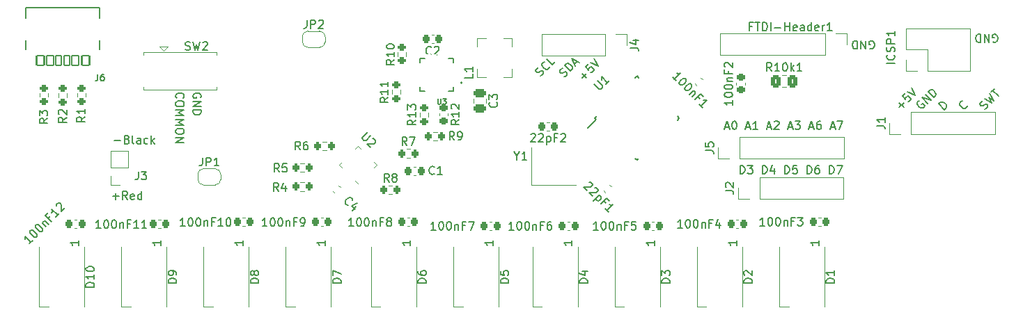
<source format=gbr>
%TF.GenerationSoftware,KiCad,Pcbnew,7.0.10*%
%TF.CreationDate,2024-11-03T00:17:19-07:00*%
%TF.ProjectId,winston-pomodoro-timer,77696e73-746f-46e2-9d70-6f6d6f646f72,rev?*%
%TF.SameCoordinates,Original*%
%TF.FileFunction,Legend,Top*%
%TF.FilePolarity,Positive*%
%FSLAX46Y46*%
G04 Gerber Fmt 4.6, Leading zero omitted, Abs format (unit mm)*
G04 Created by KiCad (PCBNEW 7.0.10) date 2024-11-03 00:17:19*
%MOMM*%
%LPD*%
G01*
G04 APERTURE LIST*
G04 Aperture macros list*
%AMRoundRect*
0 Rectangle with rounded corners*
0 $1 Rounding radius*
0 $2 $3 $4 $5 $6 $7 $8 $9 X,Y pos of 4 corners*
0 Add a 4 corners polygon primitive as box body*
4,1,4,$2,$3,$4,$5,$6,$7,$8,$9,$2,$3,0*
0 Add four circle primitives for the rounded corners*
1,1,$1+$1,$2,$3*
1,1,$1+$1,$4,$5*
1,1,$1+$1,$6,$7*
1,1,$1+$1,$8,$9*
0 Add four rect primitives between the rounded corners*
20,1,$1+$1,$2,$3,$4,$5,0*
20,1,$1+$1,$4,$5,$6,$7,0*
20,1,$1+$1,$6,$7,$8,$9,0*
20,1,$1+$1,$8,$9,$2,$3,0*%
%AMRotRect*
0 Rectangle, with rotation*
0 The origin of the aperture is its center*
0 $1 length*
0 $2 width*
0 $3 Rotation angle, in degrees counterclockwise*
0 Add horizontal line*
21,1,$1,$2,0,0,$3*%
%AMFreePoly0*
4,1,19,0.000000,0.744911,0.071157,0.744911,0.207708,0.704816,0.327430,0.627875,0.420627,0.520320,0.479746,0.390866,0.500000,0.250000,0.500000,-0.250000,0.479746,-0.390866,0.420627,-0.520320,0.327430,-0.627875,0.207708,-0.704816,0.071157,-0.744911,0.000000,-0.744911,0.000000,-0.750000,-0.500000,-0.750000,-0.500000,0.750000,0.000000,0.750000,0.000000,0.744911,0.000000,0.744911,
$1*%
%AMFreePoly1*
4,1,19,0.500000,-0.750000,0.000000,-0.750000,0.000000,-0.744911,-0.071157,-0.744911,-0.207708,-0.704816,-0.327430,-0.627875,-0.420627,-0.520320,-0.479746,-0.390866,-0.500000,-0.250000,-0.500000,0.250000,-0.479746,0.390866,-0.420627,0.520320,-0.327430,0.627875,-0.207708,0.704816,-0.071157,0.744911,0.000000,0.744911,0.000000,0.750000,0.500000,0.750000,0.500000,-0.750000,0.500000,-0.750000,
$1*%
G04 Aperture macros list end*
%ADD10C,0.150000*%
%ADD11C,0.120000*%
%ADD12C,0.127000*%
%ADD13C,0.200000*%
%ADD14C,0.010000*%
%ADD15RoundRect,0.225000X0.225000X0.250000X-0.225000X0.250000X-0.225000X-0.250000X0.225000X-0.250000X0*%
%ADD16RoundRect,0.200000X0.200000X0.275000X-0.200000X0.275000X-0.200000X-0.275000X0.200000X-0.275000X0*%
%ADD17R,1.700000X1.700000*%
%ADD18O,1.700000X1.700000*%
%ADD19RotRect,1.600000X0.550000X45.000000*%
%ADD20RotRect,1.600000X0.550000X135.000000*%
%ADD21R,0.900000X1.500000*%
%ADD22RoundRect,0.200000X-0.275000X0.200000X-0.275000X-0.200000X0.275000X-0.200000X0.275000X0.200000X0*%
%ADD23R,3.600000X1.500000*%
%ADD24FreePoly0,0.000000*%
%ADD25FreePoly1,0.000000*%
%ADD26O,2.200000X3.500000*%
%ADD27R,1.500000X2.500000*%
%ADD28O,1.500000X2.500000*%
%ADD29RoundRect,0.200000X-0.200000X-0.275000X0.200000X-0.275000X0.200000X0.275000X-0.200000X0.275000X0*%
%ADD30RoundRect,0.225000X-0.335876X-0.017678X-0.017678X-0.335876X0.335876X0.017678X0.017678X0.335876X0*%
%ADD31R,1.350000X1.350000*%
%ADD32O,1.350000X1.350000*%
%ADD33RoundRect,0.225000X-0.225000X-0.250000X0.225000X-0.250000X0.225000X0.250000X-0.225000X0.250000X0*%
%ADD34R,2.100000X1.800000*%
%ADD35RoundRect,0.200000X0.275000X-0.200000X0.275000X0.200000X-0.275000X0.200000X-0.275000X-0.200000X0*%
%ADD36RoundRect,0.250000X-0.475000X0.250000X-0.475000X-0.250000X0.475000X-0.250000X0.475000X0.250000X0*%
%ADD37RoundRect,0.225000X0.335876X0.017678X0.017678X0.335876X-0.335876X-0.017678X-0.017678X-0.335876X0*%
%ADD38RoundRect,0.250000X-0.337500X-0.475000X0.337500X-0.475000X0.337500X0.475000X-0.337500X0.475000X0*%
%ADD39RoundRect,0.225000X0.250000X-0.225000X0.250000X0.225000X-0.250000X0.225000X-0.250000X-0.225000X0*%
%ADD40RoundRect,0.225000X-0.250000X0.225000X-0.250000X-0.225000X0.250000X-0.225000X0.250000X0.225000X0*%
%ADD41RoundRect,0.062500X0.309359X-0.220971X-0.220971X0.309359X-0.309359X0.220971X0.220971X-0.309359X0*%
%ADD42RoundRect,0.062500X0.309359X0.220971X0.220971X0.309359X-0.309359X-0.220971X-0.220971X-0.309359X0*%
%ADD43RotRect,1.600000X1.600000X135.000000*%
%ADD44RoundRect,0.102000X0.350000X0.575000X-0.350000X0.575000X-0.350000X-0.575000X0.350000X-0.575000X0*%
%ADD45RoundRect,0.102000X0.400000X0.575000X-0.400000X0.575000X-0.400000X-0.575000X0.400000X-0.575000X0*%
%ADD46RoundRect,0.102000X0.450000X0.575000X-0.450000X0.575000X-0.450000X-0.575000X0.450000X-0.575000X0*%
%ADD47O,1.204000X2.204000*%
G04 APERTURE END LIST*
D10*
X236078743Y-73319809D02*
X236213430Y-73252465D01*
X236213430Y-73252465D02*
X236381789Y-73084107D01*
X236381789Y-73084107D02*
X236415461Y-72983091D01*
X236415461Y-72983091D02*
X236415461Y-72915748D01*
X236415461Y-72915748D02*
X236381789Y-72814733D01*
X236381789Y-72814733D02*
X236314445Y-72747389D01*
X236314445Y-72747389D02*
X236213430Y-72713717D01*
X236213430Y-72713717D02*
X236146087Y-72713717D01*
X236146087Y-72713717D02*
X236045071Y-72747389D01*
X236045071Y-72747389D02*
X235876713Y-72848404D01*
X235876713Y-72848404D02*
X235775697Y-72882076D01*
X235775697Y-72882076D02*
X235708354Y-72882076D01*
X235708354Y-72882076D02*
X235607339Y-72848404D01*
X235607339Y-72848404D02*
X235539995Y-72781061D01*
X235539995Y-72781061D02*
X235506323Y-72680046D01*
X235506323Y-72680046D02*
X235506323Y-72612702D01*
X235506323Y-72612702D02*
X235539995Y-72511687D01*
X235539995Y-72511687D02*
X235708354Y-72343328D01*
X235708354Y-72343328D02*
X235843041Y-72275984D01*
X236045071Y-72006610D02*
X236920537Y-72545358D01*
X236920537Y-72545358D02*
X236550148Y-71905595D01*
X236550148Y-71905595D02*
X237189911Y-72275984D01*
X237189911Y-72275984D02*
X236651163Y-71400519D01*
X236819522Y-71232160D02*
X237223583Y-70828099D01*
X237728659Y-71737237D02*
X237021552Y-71030130D01*
X206336779Y-81169819D02*
X206336779Y-80169819D01*
X206336779Y-80169819D02*
X206574874Y-80169819D01*
X206574874Y-80169819D02*
X206717731Y-80217438D01*
X206717731Y-80217438D02*
X206812969Y-80312676D01*
X206812969Y-80312676D02*
X206860588Y-80407914D01*
X206860588Y-80407914D02*
X206908207Y-80598390D01*
X206908207Y-80598390D02*
X206908207Y-80741247D01*
X206908207Y-80741247D02*
X206860588Y-80931723D01*
X206860588Y-80931723D02*
X206812969Y-81026961D01*
X206812969Y-81026961D02*
X206717731Y-81122200D01*
X206717731Y-81122200D02*
X206574874Y-81169819D01*
X206574874Y-81169819D02*
X206336779Y-81169819D01*
X207241541Y-80169819D02*
X207860588Y-80169819D01*
X207860588Y-80169819D02*
X207527255Y-80550771D01*
X207527255Y-80550771D02*
X207670112Y-80550771D01*
X207670112Y-80550771D02*
X207765350Y-80598390D01*
X207765350Y-80598390D02*
X207812969Y-80646009D01*
X207812969Y-80646009D02*
X207860588Y-80741247D01*
X207860588Y-80741247D02*
X207860588Y-80979342D01*
X207860588Y-80979342D02*
X207812969Y-81074580D01*
X207812969Y-81074580D02*
X207765350Y-81122200D01*
X207765350Y-81122200D02*
X207670112Y-81169819D01*
X207670112Y-81169819D02*
X207384398Y-81169819D01*
X207384398Y-81169819D02*
X207289160Y-81122200D01*
X207289160Y-81122200D02*
X207241541Y-81074580D01*
X209051065Y-81169819D02*
X209051065Y-80169819D01*
X209051065Y-80169819D02*
X209289160Y-80169819D01*
X209289160Y-80169819D02*
X209432017Y-80217438D01*
X209432017Y-80217438D02*
X209527255Y-80312676D01*
X209527255Y-80312676D02*
X209574874Y-80407914D01*
X209574874Y-80407914D02*
X209622493Y-80598390D01*
X209622493Y-80598390D02*
X209622493Y-80741247D01*
X209622493Y-80741247D02*
X209574874Y-80931723D01*
X209574874Y-80931723D02*
X209527255Y-81026961D01*
X209527255Y-81026961D02*
X209432017Y-81122200D01*
X209432017Y-81122200D02*
X209289160Y-81169819D01*
X209289160Y-81169819D02*
X209051065Y-81169819D01*
X210479636Y-80503152D02*
X210479636Y-81169819D01*
X210241541Y-80122200D02*
X210003446Y-80836485D01*
X210003446Y-80836485D02*
X210622493Y-80836485D01*
X211765351Y-81169819D02*
X211765351Y-80169819D01*
X211765351Y-80169819D02*
X212003446Y-80169819D01*
X212003446Y-80169819D02*
X212146303Y-80217438D01*
X212146303Y-80217438D02*
X212241541Y-80312676D01*
X212241541Y-80312676D02*
X212289160Y-80407914D01*
X212289160Y-80407914D02*
X212336779Y-80598390D01*
X212336779Y-80598390D02*
X212336779Y-80741247D01*
X212336779Y-80741247D02*
X212289160Y-80931723D01*
X212289160Y-80931723D02*
X212241541Y-81026961D01*
X212241541Y-81026961D02*
X212146303Y-81122200D01*
X212146303Y-81122200D02*
X212003446Y-81169819D01*
X212003446Y-81169819D02*
X211765351Y-81169819D01*
X213241541Y-80169819D02*
X212765351Y-80169819D01*
X212765351Y-80169819D02*
X212717732Y-80646009D01*
X212717732Y-80646009D02*
X212765351Y-80598390D01*
X212765351Y-80598390D02*
X212860589Y-80550771D01*
X212860589Y-80550771D02*
X213098684Y-80550771D01*
X213098684Y-80550771D02*
X213193922Y-80598390D01*
X213193922Y-80598390D02*
X213241541Y-80646009D01*
X213241541Y-80646009D02*
X213289160Y-80741247D01*
X213289160Y-80741247D02*
X213289160Y-80979342D01*
X213289160Y-80979342D02*
X213241541Y-81074580D01*
X213241541Y-81074580D02*
X213193922Y-81122200D01*
X213193922Y-81122200D02*
X213098684Y-81169819D01*
X213098684Y-81169819D02*
X212860589Y-81169819D01*
X212860589Y-81169819D02*
X212765351Y-81122200D01*
X212765351Y-81122200D02*
X212717732Y-81074580D01*
X214479637Y-81169819D02*
X214479637Y-80169819D01*
X214479637Y-80169819D02*
X214717732Y-80169819D01*
X214717732Y-80169819D02*
X214860589Y-80217438D01*
X214860589Y-80217438D02*
X214955827Y-80312676D01*
X214955827Y-80312676D02*
X215003446Y-80407914D01*
X215003446Y-80407914D02*
X215051065Y-80598390D01*
X215051065Y-80598390D02*
X215051065Y-80741247D01*
X215051065Y-80741247D02*
X215003446Y-80931723D01*
X215003446Y-80931723D02*
X214955827Y-81026961D01*
X214955827Y-81026961D02*
X214860589Y-81122200D01*
X214860589Y-81122200D02*
X214717732Y-81169819D01*
X214717732Y-81169819D02*
X214479637Y-81169819D01*
X215908208Y-80169819D02*
X215717732Y-80169819D01*
X215717732Y-80169819D02*
X215622494Y-80217438D01*
X215622494Y-80217438D02*
X215574875Y-80265057D01*
X215574875Y-80265057D02*
X215479637Y-80407914D01*
X215479637Y-80407914D02*
X215432018Y-80598390D01*
X215432018Y-80598390D02*
X215432018Y-80979342D01*
X215432018Y-80979342D02*
X215479637Y-81074580D01*
X215479637Y-81074580D02*
X215527256Y-81122200D01*
X215527256Y-81122200D02*
X215622494Y-81169819D01*
X215622494Y-81169819D02*
X215812970Y-81169819D01*
X215812970Y-81169819D02*
X215908208Y-81122200D01*
X215908208Y-81122200D02*
X215955827Y-81074580D01*
X215955827Y-81074580D02*
X216003446Y-80979342D01*
X216003446Y-80979342D02*
X216003446Y-80741247D01*
X216003446Y-80741247D02*
X215955827Y-80646009D01*
X215955827Y-80646009D02*
X215908208Y-80598390D01*
X215908208Y-80598390D02*
X215812970Y-80550771D01*
X215812970Y-80550771D02*
X215622494Y-80550771D01*
X215622494Y-80550771D02*
X215527256Y-80598390D01*
X215527256Y-80598390D02*
X215479637Y-80646009D01*
X215479637Y-80646009D02*
X215432018Y-80741247D01*
X217193923Y-81169819D02*
X217193923Y-80169819D01*
X217193923Y-80169819D02*
X217432018Y-80169819D01*
X217432018Y-80169819D02*
X217574875Y-80217438D01*
X217574875Y-80217438D02*
X217670113Y-80312676D01*
X217670113Y-80312676D02*
X217717732Y-80407914D01*
X217717732Y-80407914D02*
X217765351Y-80598390D01*
X217765351Y-80598390D02*
X217765351Y-80741247D01*
X217765351Y-80741247D02*
X217717732Y-80931723D01*
X217717732Y-80931723D02*
X217670113Y-81026961D01*
X217670113Y-81026961D02*
X217574875Y-81122200D01*
X217574875Y-81122200D02*
X217432018Y-81169819D01*
X217432018Y-81169819D02*
X217193923Y-81169819D01*
X218098685Y-80169819D02*
X218765351Y-80169819D01*
X218765351Y-80169819D02*
X218336780Y-81169819D01*
X187126713Y-69500435D02*
X187665461Y-68961687D01*
X187665461Y-69500435D02*
X187126713Y-68961687D01*
X187901163Y-67850519D02*
X187564445Y-68187237D01*
X187564445Y-68187237D02*
X187867491Y-68557626D01*
X187867491Y-68557626D02*
X187867491Y-68490282D01*
X187867491Y-68490282D02*
X187901163Y-68389267D01*
X187901163Y-68389267D02*
X188069521Y-68220908D01*
X188069521Y-68220908D02*
X188170537Y-68187237D01*
X188170537Y-68187237D02*
X188237880Y-68187237D01*
X188237880Y-68187237D02*
X188338895Y-68220908D01*
X188338895Y-68220908D02*
X188507254Y-68389267D01*
X188507254Y-68389267D02*
X188540926Y-68490282D01*
X188540926Y-68490282D02*
X188540926Y-68557626D01*
X188540926Y-68557626D02*
X188507254Y-68658641D01*
X188507254Y-68658641D02*
X188338895Y-68827000D01*
X188338895Y-68827000D02*
X188237880Y-68860672D01*
X188237880Y-68860672D02*
X188170537Y-68860672D01*
X188136865Y-67614817D02*
X189079674Y-68086221D01*
X189079674Y-68086221D02*
X188608269Y-67143412D01*
X137825419Y-71958207D02*
X137777800Y-71910588D01*
X137777800Y-71910588D02*
X137730180Y-71767731D01*
X137730180Y-71767731D02*
X137730180Y-71672493D01*
X137730180Y-71672493D02*
X137777800Y-71529636D01*
X137777800Y-71529636D02*
X137873038Y-71434398D01*
X137873038Y-71434398D02*
X137968276Y-71386779D01*
X137968276Y-71386779D02*
X138158752Y-71339160D01*
X138158752Y-71339160D02*
X138301609Y-71339160D01*
X138301609Y-71339160D02*
X138492085Y-71386779D01*
X138492085Y-71386779D02*
X138587323Y-71434398D01*
X138587323Y-71434398D02*
X138682561Y-71529636D01*
X138682561Y-71529636D02*
X138730180Y-71672493D01*
X138730180Y-71672493D02*
X138730180Y-71767731D01*
X138730180Y-71767731D02*
X138682561Y-71910588D01*
X138682561Y-71910588D02*
X138634942Y-71958207D01*
X138730180Y-72577255D02*
X138730180Y-72767731D01*
X138730180Y-72767731D02*
X138682561Y-72862969D01*
X138682561Y-72862969D02*
X138587323Y-72958207D01*
X138587323Y-72958207D02*
X138396847Y-73005826D01*
X138396847Y-73005826D02*
X138063514Y-73005826D01*
X138063514Y-73005826D02*
X137873038Y-72958207D01*
X137873038Y-72958207D02*
X137777800Y-72862969D01*
X137777800Y-72862969D02*
X137730180Y-72767731D01*
X137730180Y-72767731D02*
X137730180Y-72577255D01*
X137730180Y-72577255D02*
X137777800Y-72482017D01*
X137777800Y-72482017D02*
X137873038Y-72386779D01*
X137873038Y-72386779D02*
X138063514Y-72339160D01*
X138063514Y-72339160D02*
X138396847Y-72339160D01*
X138396847Y-72339160D02*
X138587323Y-72386779D01*
X138587323Y-72386779D02*
X138682561Y-72482017D01*
X138682561Y-72482017D02*
X138730180Y-72577255D01*
X137730180Y-73434398D02*
X138730180Y-73434398D01*
X138730180Y-73434398D02*
X138015895Y-73767731D01*
X138015895Y-73767731D02*
X138730180Y-74101064D01*
X138730180Y-74101064D02*
X137730180Y-74101064D01*
X137730180Y-74577255D02*
X138730180Y-74577255D01*
X138730180Y-74577255D02*
X138015895Y-74910588D01*
X138015895Y-74910588D02*
X138730180Y-75243921D01*
X138730180Y-75243921D02*
X137730180Y-75243921D01*
X138730180Y-75910588D02*
X138730180Y-76101064D01*
X138730180Y-76101064D02*
X138682561Y-76196302D01*
X138682561Y-76196302D02*
X138587323Y-76291540D01*
X138587323Y-76291540D02*
X138396847Y-76339159D01*
X138396847Y-76339159D02*
X138063514Y-76339159D01*
X138063514Y-76339159D02*
X137873038Y-76291540D01*
X137873038Y-76291540D02*
X137777800Y-76196302D01*
X137777800Y-76196302D02*
X137730180Y-76101064D01*
X137730180Y-76101064D02*
X137730180Y-75910588D01*
X137730180Y-75910588D02*
X137777800Y-75815350D01*
X137777800Y-75815350D02*
X137873038Y-75720112D01*
X137873038Y-75720112D02*
X138063514Y-75672493D01*
X138063514Y-75672493D02*
X138396847Y-75672493D01*
X138396847Y-75672493D02*
X138587323Y-75720112D01*
X138587323Y-75720112D02*
X138682561Y-75815350D01*
X138682561Y-75815350D02*
X138730180Y-75910588D01*
X137730180Y-76767731D02*
X138730180Y-76767731D01*
X138730180Y-76767731D02*
X137730180Y-77339159D01*
X137730180Y-77339159D02*
X138730180Y-77339159D01*
X184978743Y-69369809D02*
X185113430Y-69302465D01*
X185113430Y-69302465D02*
X185281789Y-69134107D01*
X185281789Y-69134107D02*
X185315461Y-69033091D01*
X185315461Y-69033091D02*
X185315461Y-68965748D01*
X185315461Y-68965748D02*
X185281789Y-68864733D01*
X185281789Y-68864733D02*
X185214445Y-68797389D01*
X185214445Y-68797389D02*
X185113430Y-68763717D01*
X185113430Y-68763717D02*
X185046087Y-68763717D01*
X185046087Y-68763717D02*
X184945071Y-68797389D01*
X184945071Y-68797389D02*
X184776713Y-68898404D01*
X184776713Y-68898404D02*
X184675697Y-68932076D01*
X184675697Y-68932076D02*
X184608354Y-68932076D01*
X184608354Y-68932076D02*
X184507339Y-68898404D01*
X184507339Y-68898404D02*
X184439995Y-68831061D01*
X184439995Y-68831061D02*
X184406323Y-68730046D01*
X184406323Y-68730046D02*
X184406323Y-68662702D01*
X184406323Y-68662702D02*
X184439995Y-68561687D01*
X184439995Y-68561687D02*
X184608354Y-68393328D01*
X184608354Y-68393328D02*
X184743041Y-68325984D01*
X185719522Y-68696374D02*
X185012415Y-67989267D01*
X185012415Y-67989267D02*
X185180774Y-67820908D01*
X185180774Y-67820908D02*
X185315461Y-67753565D01*
X185315461Y-67753565D02*
X185450148Y-67753565D01*
X185450148Y-67753565D02*
X185551163Y-67787236D01*
X185551163Y-67787236D02*
X185719522Y-67888252D01*
X185719522Y-67888252D02*
X185820537Y-67989267D01*
X185820537Y-67989267D02*
X185921552Y-68157626D01*
X185921552Y-68157626D02*
X185955224Y-68258641D01*
X185955224Y-68258641D02*
X185955224Y-68393328D01*
X185955224Y-68393328D02*
X185887880Y-68528015D01*
X185887880Y-68528015D02*
X185719522Y-68696374D01*
X186190926Y-67820908D02*
X186527644Y-67484191D01*
X186325613Y-68090282D02*
X185854209Y-67147473D01*
X185854209Y-67147473D02*
X186797018Y-67618878D01*
X130036779Y-83938866D02*
X130798684Y-83938866D01*
X130417731Y-84319819D02*
X130417731Y-83557914D01*
X131846302Y-84319819D02*
X131512969Y-83843628D01*
X131274874Y-84319819D02*
X131274874Y-83319819D01*
X131274874Y-83319819D02*
X131655826Y-83319819D01*
X131655826Y-83319819D02*
X131751064Y-83367438D01*
X131751064Y-83367438D02*
X131798683Y-83415057D01*
X131798683Y-83415057D02*
X131846302Y-83510295D01*
X131846302Y-83510295D02*
X131846302Y-83653152D01*
X131846302Y-83653152D02*
X131798683Y-83748390D01*
X131798683Y-83748390D02*
X131751064Y-83796009D01*
X131751064Y-83796009D02*
X131655826Y-83843628D01*
X131655826Y-83843628D02*
X131274874Y-83843628D01*
X132655826Y-84272200D02*
X132560588Y-84319819D01*
X132560588Y-84319819D02*
X132370112Y-84319819D01*
X132370112Y-84319819D02*
X132274874Y-84272200D01*
X132274874Y-84272200D02*
X132227255Y-84176961D01*
X132227255Y-84176961D02*
X132227255Y-83796009D01*
X132227255Y-83796009D02*
X132274874Y-83700771D01*
X132274874Y-83700771D02*
X132370112Y-83653152D01*
X132370112Y-83653152D02*
X132560588Y-83653152D01*
X132560588Y-83653152D02*
X132655826Y-83700771D01*
X132655826Y-83700771D02*
X132703445Y-83796009D01*
X132703445Y-83796009D02*
X132703445Y-83891247D01*
X132703445Y-83891247D02*
X132227255Y-83986485D01*
X133560588Y-84319819D02*
X133560588Y-83319819D01*
X133560588Y-84272200D02*
X133465350Y-84319819D01*
X133465350Y-84319819D02*
X133274874Y-84319819D01*
X133274874Y-84319819D02*
X133179636Y-84272200D01*
X133179636Y-84272200D02*
X133132017Y-84224580D01*
X133132017Y-84224580D02*
X133084398Y-84129342D01*
X133084398Y-84129342D02*
X133084398Y-83843628D01*
X133084398Y-83843628D02*
X133132017Y-83748390D01*
X133132017Y-83748390D02*
X133179636Y-83700771D01*
X133179636Y-83700771D02*
X133274874Y-83653152D01*
X133274874Y-83653152D02*
X133465350Y-83653152D01*
X133465350Y-83653152D02*
X133560588Y-83700771D01*
X228143041Y-72275984D02*
X228042026Y-72309656D01*
X228042026Y-72309656D02*
X227941010Y-72410671D01*
X227941010Y-72410671D02*
X227873667Y-72545358D01*
X227873667Y-72545358D02*
X227873667Y-72680046D01*
X227873667Y-72680046D02*
X227907339Y-72781061D01*
X227907339Y-72781061D02*
X228008354Y-72949420D01*
X228008354Y-72949420D02*
X228109369Y-73050435D01*
X228109369Y-73050435D02*
X228277728Y-73151450D01*
X228277728Y-73151450D02*
X228378743Y-73185122D01*
X228378743Y-73185122D02*
X228513430Y-73185122D01*
X228513430Y-73185122D02*
X228648117Y-73117778D01*
X228648117Y-73117778D02*
X228715461Y-73050435D01*
X228715461Y-73050435D02*
X228782804Y-72915748D01*
X228782804Y-72915748D02*
X228782804Y-72848404D01*
X228782804Y-72848404D02*
X228547102Y-72612702D01*
X228547102Y-72612702D02*
X228412415Y-72747389D01*
X229153193Y-72612702D02*
X228446087Y-71905595D01*
X228446087Y-71905595D02*
X229557254Y-72208641D01*
X229557254Y-72208641D02*
X228850148Y-71501534D01*
X229893972Y-71871924D02*
X229186865Y-71164817D01*
X229186865Y-71164817D02*
X229355224Y-70996458D01*
X229355224Y-70996458D02*
X229489911Y-70929114D01*
X229489911Y-70929114D02*
X229624598Y-70929114D01*
X229624598Y-70929114D02*
X229725613Y-70962786D01*
X229725613Y-70962786D02*
X229893972Y-71063801D01*
X229893972Y-71063801D02*
X229994987Y-71164817D01*
X229994987Y-71164817D02*
X230096002Y-71333175D01*
X230096002Y-71333175D02*
X230129674Y-71434191D01*
X230129674Y-71434191D02*
X230129674Y-71568878D01*
X230129674Y-71568878D02*
X230062331Y-71703565D01*
X230062331Y-71703565D02*
X229893972Y-71871924D01*
X237089411Y-65132561D02*
X237184649Y-65180180D01*
X237184649Y-65180180D02*
X237327506Y-65180180D01*
X237327506Y-65180180D02*
X237470363Y-65132561D01*
X237470363Y-65132561D02*
X237565601Y-65037323D01*
X237565601Y-65037323D02*
X237613220Y-64942085D01*
X237613220Y-64942085D02*
X237660839Y-64751609D01*
X237660839Y-64751609D02*
X237660839Y-64608752D01*
X237660839Y-64608752D02*
X237613220Y-64418276D01*
X237613220Y-64418276D02*
X237565601Y-64323038D01*
X237565601Y-64323038D02*
X237470363Y-64227800D01*
X237470363Y-64227800D02*
X237327506Y-64180180D01*
X237327506Y-64180180D02*
X237232268Y-64180180D01*
X237232268Y-64180180D02*
X237089411Y-64227800D01*
X237089411Y-64227800D02*
X237041792Y-64275419D01*
X237041792Y-64275419D02*
X237041792Y-64608752D01*
X237041792Y-64608752D02*
X237232268Y-64608752D01*
X236613220Y-64180180D02*
X236613220Y-65180180D01*
X236613220Y-65180180D02*
X236041792Y-64180180D01*
X236041792Y-64180180D02*
X236041792Y-65180180D01*
X235565601Y-64180180D02*
X235565601Y-65180180D01*
X235565601Y-65180180D02*
X235327506Y-65180180D01*
X235327506Y-65180180D02*
X235184649Y-65132561D01*
X235184649Y-65132561D02*
X235089411Y-65037323D01*
X235089411Y-65037323D02*
X235041792Y-64942085D01*
X235041792Y-64942085D02*
X234994173Y-64751609D01*
X234994173Y-64751609D02*
X234994173Y-64608752D01*
X234994173Y-64608752D02*
X235041792Y-64418276D01*
X235041792Y-64418276D02*
X235089411Y-64323038D01*
X235089411Y-64323038D02*
X235184649Y-64227800D01*
X235184649Y-64227800D02*
X235327506Y-64180180D01*
X235327506Y-64180180D02*
X235565601Y-64180180D01*
X204489160Y-75484104D02*
X204965350Y-75484104D01*
X204393922Y-75769819D02*
X204727255Y-74769819D01*
X204727255Y-74769819D02*
X205060588Y-75769819D01*
X205584398Y-74769819D02*
X205679636Y-74769819D01*
X205679636Y-74769819D02*
X205774874Y-74817438D01*
X205774874Y-74817438D02*
X205822493Y-74865057D01*
X205822493Y-74865057D02*
X205870112Y-74960295D01*
X205870112Y-74960295D02*
X205917731Y-75150771D01*
X205917731Y-75150771D02*
X205917731Y-75388866D01*
X205917731Y-75388866D02*
X205870112Y-75579342D01*
X205870112Y-75579342D02*
X205822493Y-75674580D01*
X205822493Y-75674580D02*
X205774874Y-75722200D01*
X205774874Y-75722200D02*
X205679636Y-75769819D01*
X205679636Y-75769819D02*
X205584398Y-75769819D01*
X205584398Y-75769819D02*
X205489160Y-75722200D01*
X205489160Y-75722200D02*
X205441541Y-75674580D01*
X205441541Y-75674580D02*
X205393922Y-75579342D01*
X205393922Y-75579342D02*
X205346303Y-75388866D01*
X205346303Y-75388866D02*
X205346303Y-75150771D01*
X205346303Y-75150771D02*
X205393922Y-74960295D01*
X205393922Y-74960295D02*
X205441541Y-74865057D01*
X205441541Y-74865057D02*
X205489160Y-74817438D01*
X205489160Y-74817438D02*
X205584398Y-74769819D01*
X207060589Y-75484104D02*
X207536779Y-75484104D01*
X206965351Y-75769819D02*
X207298684Y-74769819D01*
X207298684Y-74769819D02*
X207632017Y-75769819D01*
X208489160Y-75769819D02*
X207917732Y-75769819D01*
X208203446Y-75769819D02*
X208203446Y-74769819D01*
X208203446Y-74769819D02*
X208108208Y-74912676D01*
X208108208Y-74912676D02*
X208012970Y-75007914D01*
X208012970Y-75007914D02*
X207917732Y-75055533D01*
X209632018Y-75484104D02*
X210108208Y-75484104D01*
X209536780Y-75769819D02*
X209870113Y-74769819D01*
X209870113Y-74769819D02*
X210203446Y-75769819D01*
X210489161Y-74865057D02*
X210536780Y-74817438D01*
X210536780Y-74817438D02*
X210632018Y-74769819D01*
X210632018Y-74769819D02*
X210870113Y-74769819D01*
X210870113Y-74769819D02*
X210965351Y-74817438D01*
X210965351Y-74817438D02*
X211012970Y-74865057D01*
X211012970Y-74865057D02*
X211060589Y-74960295D01*
X211060589Y-74960295D02*
X211060589Y-75055533D01*
X211060589Y-75055533D02*
X211012970Y-75198390D01*
X211012970Y-75198390D02*
X210441542Y-75769819D01*
X210441542Y-75769819D02*
X211060589Y-75769819D01*
X212203447Y-75484104D02*
X212679637Y-75484104D01*
X212108209Y-75769819D02*
X212441542Y-74769819D01*
X212441542Y-74769819D02*
X212774875Y-75769819D01*
X213012971Y-74769819D02*
X213632018Y-74769819D01*
X213632018Y-74769819D02*
X213298685Y-75150771D01*
X213298685Y-75150771D02*
X213441542Y-75150771D01*
X213441542Y-75150771D02*
X213536780Y-75198390D01*
X213536780Y-75198390D02*
X213584399Y-75246009D01*
X213584399Y-75246009D02*
X213632018Y-75341247D01*
X213632018Y-75341247D02*
X213632018Y-75579342D01*
X213632018Y-75579342D02*
X213584399Y-75674580D01*
X213584399Y-75674580D02*
X213536780Y-75722200D01*
X213536780Y-75722200D02*
X213441542Y-75769819D01*
X213441542Y-75769819D02*
X213155828Y-75769819D01*
X213155828Y-75769819D02*
X213060590Y-75722200D01*
X213060590Y-75722200D02*
X213012971Y-75674580D01*
X214774876Y-75484104D02*
X215251066Y-75484104D01*
X214679638Y-75769819D02*
X215012971Y-74769819D01*
X215012971Y-74769819D02*
X215346304Y-75769819D01*
X216108209Y-74769819D02*
X215917733Y-74769819D01*
X215917733Y-74769819D02*
X215822495Y-74817438D01*
X215822495Y-74817438D02*
X215774876Y-74865057D01*
X215774876Y-74865057D02*
X215679638Y-75007914D01*
X215679638Y-75007914D02*
X215632019Y-75198390D01*
X215632019Y-75198390D02*
X215632019Y-75579342D01*
X215632019Y-75579342D02*
X215679638Y-75674580D01*
X215679638Y-75674580D02*
X215727257Y-75722200D01*
X215727257Y-75722200D02*
X215822495Y-75769819D01*
X215822495Y-75769819D02*
X216012971Y-75769819D01*
X216012971Y-75769819D02*
X216108209Y-75722200D01*
X216108209Y-75722200D02*
X216155828Y-75674580D01*
X216155828Y-75674580D02*
X216203447Y-75579342D01*
X216203447Y-75579342D02*
X216203447Y-75341247D01*
X216203447Y-75341247D02*
X216155828Y-75246009D01*
X216155828Y-75246009D02*
X216108209Y-75198390D01*
X216108209Y-75198390D02*
X216012971Y-75150771D01*
X216012971Y-75150771D02*
X215822495Y-75150771D01*
X215822495Y-75150771D02*
X215727257Y-75198390D01*
X215727257Y-75198390D02*
X215679638Y-75246009D01*
X215679638Y-75246009D02*
X215632019Y-75341247D01*
X217346305Y-75484104D02*
X217822495Y-75484104D01*
X217251067Y-75769819D02*
X217584400Y-74769819D01*
X217584400Y-74769819D02*
X217917733Y-75769819D01*
X218155829Y-74769819D02*
X218822495Y-74769819D01*
X218822495Y-74769819D02*
X218393924Y-75769819D01*
X140782561Y-71910588D02*
X140830180Y-71815350D01*
X140830180Y-71815350D02*
X140830180Y-71672493D01*
X140830180Y-71672493D02*
X140782561Y-71529636D01*
X140782561Y-71529636D02*
X140687323Y-71434398D01*
X140687323Y-71434398D02*
X140592085Y-71386779D01*
X140592085Y-71386779D02*
X140401609Y-71339160D01*
X140401609Y-71339160D02*
X140258752Y-71339160D01*
X140258752Y-71339160D02*
X140068276Y-71386779D01*
X140068276Y-71386779D02*
X139973038Y-71434398D01*
X139973038Y-71434398D02*
X139877800Y-71529636D01*
X139877800Y-71529636D02*
X139830180Y-71672493D01*
X139830180Y-71672493D02*
X139830180Y-71767731D01*
X139830180Y-71767731D02*
X139877800Y-71910588D01*
X139877800Y-71910588D02*
X139925419Y-71958207D01*
X139925419Y-71958207D02*
X140258752Y-71958207D01*
X140258752Y-71958207D02*
X140258752Y-71767731D01*
X139830180Y-72386779D02*
X140830180Y-72386779D01*
X140830180Y-72386779D02*
X139830180Y-72958207D01*
X139830180Y-72958207D02*
X140830180Y-72958207D01*
X139830180Y-73434398D02*
X140830180Y-73434398D01*
X140830180Y-73434398D02*
X140830180Y-73672493D01*
X140830180Y-73672493D02*
X140782561Y-73815350D01*
X140782561Y-73815350D02*
X140687323Y-73910588D01*
X140687323Y-73910588D02*
X140592085Y-73958207D01*
X140592085Y-73958207D02*
X140401609Y-74005826D01*
X140401609Y-74005826D02*
X140258752Y-74005826D01*
X140258752Y-74005826D02*
X140068276Y-73958207D01*
X140068276Y-73958207D02*
X139973038Y-73910588D01*
X139973038Y-73910588D02*
X139877800Y-73815350D01*
X139877800Y-73815350D02*
X139830180Y-73672493D01*
X139830180Y-73672493D02*
X139830180Y-73434398D01*
X222089411Y-65932561D02*
X222184649Y-65980180D01*
X222184649Y-65980180D02*
X222327506Y-65980180D01*
X222327506Y-65980180D02*
X222470363Y-65932561D01*
X222470363Y-65932561D02*
X222565601Y-65837323D01*
X222565601Y-65837323D02*
X222613220Y-65742085D01*
X222613220Y-65742085D02*
X222660839Y-65551609D01*
X222660839Y-65551609D02*
X222660839Y-65408752D01*
X222660839Y-65408752D02*
X222613220Y-65218276D01*
X222613220Y-65218276D02*
X222565601Y-65123038D01*
X222565601Y-65123038D02*
X222470363Y-65027800D01*
X222470363Y-65027800D02*
X222327506Y-64980180D01*
X222327506Y-64980180D02*
X222232268Y-64980180D01*
X222232268Y-64980180D02*
X222089411Y-65027800D01*
X222089411Y-65027800D02*
X222041792Y-65075419D01*
X222041792Y-65075419D02*
X222041792Y-65408752D01*
X222041792Y-65408752D02*
X222232268Y-65408752D01*
X221613220Y-64980180D02*
X221613220Y-65980180D01*
X221613220Y-65980180D02*
X221041792Y-64980180D01*
X221041792Y-64980180D02*
X221041792Y-65980180D01*
X220565601Y-64980180D02*
X220565601Y-65980180D01*
X220565601Y-65980180D02*
X220327506Y-65980180D01*
X220327506Y-65980180D02*
X220184649Y-65932561D01*
X220184649Y-65932561D02*
X220089411Y-65837323D01*
X220089411Y-65837323D02*
X220041792Y-65742085D01*
X220041792Y-65742085D02*
X219994173Y-65551609D01*
X219994173Y-65551609D02*
X219994173Y-65408752D01*
X219994173Y-65408752D02*
X220041792Y-65218276D01*
X220041792Y-65218276D02*
X220089411Y-65123038D01*
X220089411Y-65123038D02*
X220184649Y-65027800D01*
X220184649Y-65027800D02*
X220327506Y-64980180D01*
X220327506Y-64980180D02*
X220565601Y-64980180D01*
X130236779Y-77138866D02*
X130998684Y-77138866D01*
X131808207Y-76996009D02*
X131951064Y-77043628D01*
X131951064Y-77043628D02*
X131998683Y-77091247D01*
X131998683Y-77091247D02*
X132046302Y-77186485D01*
X132046302Y-77186485D02*
X132046302Y-77329342D01*
X132046302Y-77329342D02*
X131998683Y-77424580D01*
X131998683Y-77424580D02*
X131951064Y-77472200D01*
X131951064Y-77472200D02*
X131855826Y-77519819D01*
X131855826Y-77519819D02*
X131474874Y-77519819D01*
X131474874Y-77519819D02*
X131474874Y-76519819D01*
X131474874Y-76519819D02*
X131808207Y-76519819D01*
X131808207Y-76519819D02*
X131903445Y-76567438D01*
X131903445Y-76567438D02*
X131951064Y-76615057D01*
X131951064Y-76615057D02*
X131998683Y-76710295D01*
X131998683Y-76710295D02*
X131998683Y-76805533D01*
X131998683Y-76805533D02*
X131951064Y-76900771D01*
X131951064Y-76900771D02*
X131903445Y-76948390D01*
X131903445Y-76948390D02*
X131808207Y-76996009D01*
X131808207Y-76996009D02*
X131474874Y-76996009D01*
X132617731Y-77519819D02*
X132522493Y-77472200D01*
X132522493Y-77472200D02*
X132474874Y-77376961D01*
X132474874Y-77376961D02*
X132474874Y-76519819D01*
X133427255Y-77519819D02*
X133427255Y-76996009D01*
X133427255Y-76996009D02*
X133379636Y-76900771D01*
X133379636Y-76900771D02*
X133284398Y-76853152D01*
X133284398Y-76853152D02*
X133093922Y-76853152D01*
X133093922Y-76853152D02*
X132998684Y-76900771D01*
X133427255Y-77472200D02*
X133332017Y-77519819D01*
X133332017Y-77519819D02*
X133093922Y-77519819D01*
X133093922Y-77519819D02*
X132998684Y-77472200D01*
X132998684Y-77472200D02*
X132951065Y-77376961D01*
X132951065Y-77376961D02*
X132951065Y-77281723D01*
X132951065Y-77281723D02*
X132998684Y-77186485D01*
X132998684Y-77186485D02*
X133093922Y-77138866D01*
X133093922Y-77138866D02*
X133332017Y-77138866D01*
X133332017Y-77138866D02*
X133427255Y-77091247D01*
X134332017Y-77472200D02*
X134236779Y-77519819D01*
X134236779Y-77519819D02*
X134046303Y-77519819D01*
X134046303Y-77519819D02*
X133951065Y-77472200D01*
X133951065Y-77472200D02*
X133903446Y-77424580D01*
X133903446Y-77424580D02*
X133855827Y-77329342D01*
X133855827Y-77329342D02*
X133855827Y-77043628D01*
X133855827Y-77043628D02*
X133903446Y-76948390D01*
X133903446Y-76948390D02*
X133951065Y-76900771D01*
X133951065Y-76900771D02*
X134046303Y-76853152D01*
X134046303Y-76853152D02*
X134236779Y-76853152D01*
X134236779Y-76853152D02*
X134332017Y-76900771D01*
X134760589Y-77519819D02*
X134760589Y-76519819D01*
X134855827Y-77138866D02*
X135141541Y-77519819D01*
X135141541Y-76853152D02*
X134760589Y-77234104D01*
X231196087Y-73369809D02*
X230488980Y-72662702D01*
X230488980Y-72662702D02*
X230657339Y-72494343D01*
X230657339Y-72494343D02*
X230792026Y-72427000D01*
X230792026Y-72427000D02*
X230926713Y-72427000D01*
X230926713Y-72427000D02*
X231027728Y-72460671D01*
X231027728Y-72460671D02*
X231196087Y-72561687D01*
X231196087Y-72561687D02*
X231297102Y-72662702D01*
X231297102Y-72662702D02*
X231398117Y-72831061D01*
X231398117Y-72831061D02*
X231431789Y-72932076D01*
X231431789Y-72932076D02*
X231431789Y-73066763D01*
X231431789Y-73066763D02*
X231364445Y-73201450D01*
X231364445Y-73201450D02*
X231196087Y-73369809D01*
X233932804Y-72898404D02*
X233932804Y-72965748D01*
X233932804Y-72965748D02*
X233865461Y-73100435D01*
X233865461Y-73100435D02*
X233798117Y-73167778D01*
X233798117Y-73167778D02*
X233663430Y-73235122D01*
X233663430Y-73235122D02*
X233528743Y-73235122D01*
X233528743Y-73235122D02*
X233427728Y-73201450D01*
X233427728Y-73201450D02*
X233259369Y-73100435D01*
X233259369Y-73100435D02*
X233158354Y-72999420D01*
X233158354Y-72999420D02*
X233057339Y-72831061D01*
X233057339Y-72831061D02*
X233023667Y-72730046D01*
X233023667Y-72730046D02*
X233023667Y-72595358D01*
X233023667Y-72595358D02*
X233091010Y-72460671D01*
X233091010Y-72460671D02*
X233158354Y-72393328D01*
X233158354Y-72393328D02*
X233293041Y-72325984D01*
X233293041Y-72325984D02*
X233360384Y-72325984D01*
X182078743Y-69269809D02*
X182213430Y-69202465D01*
X182213430Y-69202465D02*
X182381789Y-69034107D01*
X182381789Y-69034107D02*
X182415461Y-68933091D01*
X182415461Y-68933091D02*
X182415461Y-68865748D01*
X182415461Y-68865748D02*
X182381789Y-68764733D01*
X182381789Y-68764733D02*
X182314445Y-68697389D01*
X182314445Y-68697389D02*
X182213430Y-68663717D01*
X182213430Y-68663717D02*
X182146087Y-68663717D01*
X182146087Y-68663717D02*
X182045071Y-68697389D01*
X182045071Y-68697389D02*
X181876713Y-68798404D01*
X181876713Y-68798404D02*
X181775697Y-68832076D01*
X181775697Y-68832076D02*
X181708354Y-68832076D01*
X181708354Y-68832076D02*
X181607339Y-68798404D01*
X181607339Y-68798404D02*
X181539995Y-68731061D01*
X181539995Y-68731061D02*
X181506323Y-68630046D01*
X181506323Y-68630046D02*
X181506323Y-68562702D01*
X181506323Y-68562702D02*
X181539995Y-68461687D01*
X181539995Y-68461687D02*
X181708354Y-68293328D01*
X181708354Y-68293328D02*
X181843041Y-68225984D01*
X183156239Y-68124969D02*
X183156239Y-68192313D01*
X183156239Y-68192313D02*
X183088896Y-68327000D01*
X183088896Y-68327000D02*
X183021552Y-68394343D01*
X183021552Y-68394343D02*
X182886865Y-68461687D01*
X182886865Y-68461687D02*
X182752178Y-68461687D01*
X182752178Y-68461687D02*
X182651163Y-68428015D01*
X182651163Y-68428015D02*
X182482804Y-68327000D01*
X182482804Y-68327000D02*
X182381789Y-68225984D01*
X182381789Y-68225984D02*
X182280774Y-68057626D01*
X182280774Y-68057626D02*
X182247102Y-67956610D01*
X182247102Y-67956610D02*
X182247102Y-67821923D01*
X182247102Y-67821923D02*
X182314445Y-67687236D01*
X182314445Y-67687236D02*
X182381789Y-67619893D01*
X182381789Y-67619893D02*
X182516476Y-67552549D01*
X182516476Y-67552549D02*
X182583819Y-67552549D01*
X183863346Y-67552549D02*
X183526628Y-67889267D01*
X183526628Y-67889267D02*
X182819522Y-67182160D01*
X225676713Y-73050435D02*
X226215461Y-72511687D01*
X226215461Y-73050435D02*
X225676713Y-72511687D01*
X226451163Y-71400519D02*
X226114445Y-71737237D01*
X226114445Y-71737237D02*
X226417491Y-72107626D01*
X226417491Y-72107626D02*
X226417491Y-72040282D01*
X226417491Y-72040282D02*
X226451163Y-71939267D01*
X226451163Y-71939267D02*
X226619521Y-71770908D01*
X226619521Y-71770908D02*
X226720537Y-71737237D01*
X226720537Y-71737237D02*
X226787880Y-71737237D01*
X226787880Y-71737237D02*
X226888895Y-71770908D01*
X226888895Y-71770908D02*
X227057254Y-71939267D01*
X227057254Y-71939267D02*
X227090926Y-72040282D01*
X227090926Y-72040282D02*
X227090926Y-72107626D01*
X227090926Y-72107626D02*
X227057254Y-72208641D01*
X227057254Y-72208641D02*
X226888895Y-72377000D01*
X226888895Y-72377000D02*
X226787880Y-72410672D01*
X226787880Y-72410672D02*
X226720537Y-72410672D01*
X226686865Y-71164817D02*
X227629674Y-71636221D01*
X227629674Y-71636221D02*
X227158269Y-70693412D01*
X168783333Y-66589580D02*
X168735714Y-66637200D01*
X168735714Y-66637200D02*
X168592857Y-66684819D01*
X168592857Y-66684819D02*
X168497619Y-66684819D01*
X168497619Y-66684819D02*
X168354762Y-66637200D01*
X168354762Y-66637200D02*
X168259524Y-66541961D01*
X168259524Y-66541961D02*
X168211905Y-66446723D01*
X168211905Y-66446723D02*
X168164286Y-66256247D01*
X168164286Y-66256247D02*
X168164286Y-66113390D01*
X168164286Y-66113390D02*
X168211905Y-65922914D01*
X168211905Y-65922914D02*
X168259524Y-65827676D01*
X168259524Y-65827676D02*
X168354762Y-65732438D01*
X168354762Y-65732438D02*
X168497619Y-65684819D01*
X168497619Y-65684819D02*
X168592857Y-65684819D01*
X168592857Y-65684819D02*
X168735714Y-65732438D01*
X168735714Y-65732438D02*
X168783333Y-65780057D01*
X169164286Y-65780057D02*
X169211905Y-65732438D01*
X169211905Y-65732438D02*
X169307143Y-65684819D01*
X169307143Y-65684819D02*
X169545238Y-65684819D01*
X169545238Y-65684819D02*
X169640476Y-65732438D01*
X169640476Y-65732438D02*
X169688095Y-65780057D01*
X169688095Y-65780057D02*
X169735714Y-65875295D01*
X169735714Y-65875295D02*
X169735714Y-65970533D01*
X169735714Y-65970533D02*
X169688095Y-66113390D01*
X169688095Y-66113390D02*
X169116667Y-66684819D01*
X169116667Y-66684819D02*
X169735714Y-66684819D01*
X169580380Y-72054674D02*
X169580380Y-72572769D01*
X169580380Y-72572769D02*
X169610857Y-72633721D01*
X169610857Y-72633721D02*
X169641333Y-72664198D01*
X169641333Y-72664198D02*
X169702285Y-72694674D01*
X169702285Y-72694674D02*
X169824190Y-72694674D01*
X169824190Y-72694674D02*
X169885142Y-72664198D01*
X169885142Y-72664198D02*
X169915619Y-72633721D01*
X169915619Y-72633721D02*
X169946095Y-72572769D01*
X169946095Y-72572769D02*
X169946095Y-72054674D01*
X170189904Y-72054674D02*
X170586095Y-72054674D01*
X170586095Y-72054674D02*
X170372761Y-72298483D01*
X170372761Y-72298483D02*
X170464190Y-72298483D01*
X170464190Y-72298483D02*
X170525142Y-72328959D01*
X170525142Y-72328959D02*
X170555618Y-72359436D01*
X170555618Y-72359436D02*
X170586095Y-72420388D01*
X170586095Y-72420388D02*
X170586095Y-72572769D01*
X170586095Y-72572769D02*
X170555618Y-72633721D01*
X170555618Y-72633721D02*
X170525142Y-72664198D01*
X170525142Y-72664198D02*
X170464190Y-72694674D01*
X170464190Y-72694674D02*
X170281333Y-72694674D01*
X170281333Y-72694674D02*
X170220380Y-72664198D01*
X170220380Y-72664198D02*
X170189904Y-72633721D01*
X150308333Y-80954819D02*
X149975000Y-80478628D01*
X149736905Y-80954819D02*
X149736905Y-79954819D01*
X149736905Y-79954819D02*
X150117857Y-79954819D01*
X150117857Y-79954819D02*
X150213095Y-80002438D01*
X150213095Y-80002438D02*
X150260714Y-80050057D01*
X150260714Y-80050057D02*
X150308333Y-80145295D01*
X150308333Y-80145295D02*
X150308333Y-80288152D01*
X150308333Y-80288152D02*
X150260714Y-80383390D01*
X150260714Y-80383390D02*
X150213095Y-80431009D01*
X150213095Y-80431009D02*
X150117857Y-80478628D01*
X150117857Y-80478628D02*
X149736905Y-80478628D01*
X151213095Y-79954819D02*
X150736905Y-79954819D01*
X150736905Y-79954819D02*
X150689286Y-80431009D01*
X150689286Y-80431009D02*
X150736905Y-80383390D01*
X150736905Y-80383390D02*
X150832143Y-80335771D01*
X150832143Y-80335771D02*
X151070238Y-80335771D01*
X151070238Y-80335771D02*
X151165476Y-80383390D01*
X151165476Y-80383390D02*
X151213095Y-80431009D01*
X151213095Y-80431009D02*
X151260714Y-80526247D01*
X151260714Y-80526247D02*
X151260714Y-80764342D01*
X151260714Y-80764342D02*
X151213095Y-80859580D01*
X151213095Y-80859580D02*
X151165476Y-80907200D01*
X151165476Y-80907200D02*
X151070238Y-80954819D01*
X151070238Y-80954819D02*
X150832143Y-80954819D01*
X150832143Y-80954819D02*
X150736905Y-80907200D01*
X150736905Y-80907200D02*
X150689286Y-80859580D01*
X222964819Y-75333333D02*
X223679104Y-75333333D01*
X223679104Y-75333333D02*
X223821961Y-75380952D01*
X223821961Y-75380952D02*
X223917200Y-75476190D01*
X223917200Y-75476190D02*
X223964819Y-75619047D01*
X223964819Y-75619047D02*
X223964819Y-75714285D01*
X223964819Y-74333333D02*
X223964819Y-74904761D01*
X223964819Y-74619047D02*
X222964819Y-74619047D01*
X222964819Y-74619047D02*
X223107676Y-74714285D01*
X223107676Y-74714285D02*
X223202914Y-74809523D01*
X223202914Y-74809523D02*
X223250533Y-74904761D01*
X188597754Y-70275250D02*
X189170174Y-70847670D01*
X189170174Y-70847670D02*
X189271189Y-70881342D01*
X189271189Y-70881342D02*
X189338533Y-70881342D01*
X189338533Y-70881342D02*
X189439548Y-70847670D01*
X189439548Y-70847670D02*
X189574235Y-70712983D01*
X189574235Y-70712983D02*
X189607907Y-70611968D01*
X189607907Y-70611968D02*
X189607907Y-70544624D01*
X189607907Y-70544624D02*
X189574235Y-70443609D01*
X189574235Y-70443609D02*
X189001815Y-69871189D01*
X190416029Y-69871189D02*
X190011968Y-70275250D01*
X190213998Y-70073220D02*
X189506892Y-69366113D01*
X189506892Y-69366113D02*
X189540563Y-69534472D01*
X189540563Y-69534472D02*
X189540563Y-69669159D01*
X189540563Y-69669159D02*
X189506892Y-69770174D01*
X137804819Y-94488094D02*
X136804819Y-94488094D01*
X136804819Y-94488094D02*
X136804819Y-94249999D01*
X136804819Y-94249999D02*
X136852438Y-94107142D01*
X136852438Y-94107142D02*
X136947676Y-94011904D01*
X136947676Y-94011904D02*
X137042914Y-93964285D01*
X137042914Y-93964285D02*
X137233390Y-93916666D01*
X137233390Y-93916666D02*
X137376247Y-93916666D01*
X137376247Y-93916666D02*
X137566723Y-93964285D01*
X137566723Y-93964285D02*
X137661961Y-94011904D01*
X137661961Y-94011904D02*
X137757200Y-94107142D01*
X137757200Y-94107142D02*
X137804819Y-94249999D01*
X137804819Y-94249999D02*
X137804819Y-94488094D01*
X137804819Y-93440475D02*
X137804819Y-93249999D01*
X137804819Y-93249999D02*
X137757200Y-93154761D01*
X137757200Y-93154761D02*
X137709580Y-93107142D01*
X137709580Y-93107142D02*
X137566723Y-93011904D01*
X137566723Y-93011904D02*
X137376247Y-92964285D01*
X137376247Y-92964285D02*
X136995295Y-92964285D01*
X136995295Y-92964285D02*
X136900057Y-93011904D01*
X136900057Y-93011904D02*
X136852438Y-93059523D01*
X136852438Y-93059523D02*
X136804819Y-93154761D01*
X136804819Y-93154761D02*
X136804819Y-93345237D01*
X136804819Y-93345237D02*
X136852438Y-93440475D01*
X136852438Y-93440475D02*
X136900057Y-93488094D01*
X136900057Y-93488094D02*
X136995295Y-93535713D01*
X136995295Y-93535713D02*
X137233390Y-93535713D01*
X137233390Y-93535713D02*
X137328628Y-93488094D01*
X137328628Y-93488094D02*
X137376247Y-93440475D01*
X137376247Y-93440475D02*
X137423866Y-93345237D01*
X137423866Y-93345237D02*
X137423866Y-93154761D01*
X137423866Y-93154761D02*
X137376247Y-93059523D01*
X137376247Y-93059523D02*
X137328628Y-93011904D01*
X137328628Y-93011904D02*
X137233390Y-92964285D01*
X135904819Y-89314285D02*
X135904819Y-89885713D01*
X135904819Y-89599999D02*
X134904819Y-89599999D01*
X134904819Y-89599999D02*
X135047676Y-89695237D01*
X135047676Y-89695237D02*
X135142914Y-89790475D01*
X135142914Y-89790475D02*
X135190533Y-89885713D01*
X124454819Y-74316666D02*
X123978628Y-74649999D01*
X124454819Y-74888094D02*
X123454819Y-74888094D01*
X123454819Y-74888094D02*
X123454819Y-74507142D01*
X123454819Y-74507142D02*
X123502438Y-74411904D01*
X123502438Y-74411904D02*
X123550057Y-74364285D01*
X123550057Y-74364285D02*
X123645295Y-74316666D01*
X123645295Y-74316666D02*
X123788152Y-74316666D01*
X123788152Y-74316666D02*
X123883390Y-74364285D01*
X123883390Y-74364285D02*
X123931009Y-74411904D01*
X123931009Y-74411904D02*
X123978628Y-74507142D01*
X123978628Y-74507142D02*
X123978628Y-74888094D01*
X123550057Y-73935713D02*
X123502438Y-73888094D01*
X123502438Y-73888094D02*
X123454819Y-73792856D01*
X123454819Y-73792856D02*
X123454819Y-73554761D01*
X123454819Y-73554761D02*
X123502438Y-73459523D01*
X123502438Y-73459523D02*
X123550057Y-73411904D01*
X123550057Y-73411904D02*
X123645295Y-73364285D01*
X123645295Y-73364285D02*
X123740533Y-73364285D01*
X123740533Y-73364285D02*
X123883390Y-73411904D01*
X123883390Y-73411904D02*
X124454819Y-73983332D01*
X124454819Y-73983332D02*
X124454819Y-73364285D01*
X217804819Y-94488094D02*
X216804819Y-94488094D01*
X216804819Y-94488094D02*
X216804819Y-94249999D01*
X216804819Y-94249999D02*
X216852438Y-94107142D01*
X216852438Y-94107142D02*
X216947676Y-94011904D01*
X216947676Y-94011904D02*
X217042914Y-93964285D01*
X217042914Y-93964285D02*
X217233390Y-93916666D01*
X217233390Y-93916666D02*
X217376247Y-93916666D01*
X217376247Y-93916666D02*
X217566723Y-93964285D01*
X217566723Y-93964285D02*
X217661961Y-94011904D01*
X217661961Y-94011904D02*
X217757200Y-94107142D01*
X217757200Y-94107142D02*
X217804819Y-94249999D01*
X217804819Y-94249999D02*
X217804819Y-94488094D01*
X217804819Y-92964285D02*
X217804819Y-93535713D01*
X217804819Y-93249999D02*
X216804819Y-93249999D01*
X216804819Y-93249999D02*
X216947676Y-93345237D01*
X216947676Y-93345237D02*
X217042914Y-93440475D01*
X217042914Y-93440475D02*
X217090533Y-93535713D01*
X215904819Y-89314285D02*
X215904819Y-89885713D01*
X215904819Y-89599999D02*
X214904819Y-89599999D01*
X214904819Y-89599999D02*
X215047676Y-89695237D01*
X215047676Y-89695237D02*
X215142914Y-89790475D01*
X215142914Y-89790475D02*
X215190533Y-89885713D01*
X180880952Y-76380057D02*
X180928571Y-76332438D01*
X180928571Y-76332438D02*
X181023809Y-76284819D01*
X181023809Y-76284819D02*
X181261904Y-76284819D01*
X181261904Y-76284819D02*
X181357142Y-76332438D01*
X181357142Y-76332438D02*
X181404761Y-76380057D01*
X181404761Y-76380057D02*
X181452380Y-76475295D01*
X181452380Y-76475295D02*
X181452380Y-76570533D01*
X181452380Y-76570533D02*
X181404761Y-76713390D01*
X181404761Y-76713390D02*
X180833333Y-77284819D01*
X180833333Y-77284819D02*
X181452380Y-77284819D01*
X181833333Y-76380057D02*
X181880952Y-76332438D01*
X181880952Y-76332438D02*
X181976190Y-76284819D01*
X181976190Y-76284819D02*
X182214285Y-76284819D01*
X182214285Y-76284819D02*
X182309523Y-76332438D01*
X182309523Y-76332438D02*
X182357142Y-76380057D01*
X182357142Y-76380057D02*
X182404761Y-76475295D01*
X182404761Y-76475295D02*
X182404761Y-76570533D01*
X182404761Y-76570533D02*
X182357142Y-76713390D01*
X182357142Y-76713390D02*
X181785714Y-77284819D01*
X181785714Y-77284819D02*
X182404761Y-77284819D01*
X182833333Y-76618152D02*
X182833333Y-77618152D01*
X182833333Y-76665771D02*
X182928571Y-76618152D01*
X182928571Y-76618152D02*
X183119047Y-76618152D01*
X183119047Y-76618152D02*
X183214285Y-76665771D01*
X183214285Y-76665771D02*
X183261904Y-76713390D01*
X183261904Y-76713390D02*
X183309523Y-76808628D01*
X183309523Y-76808628D02*
X183309523Y-77094342D01*
X183309523Y-77094342D02*
X183261904Y-77189580D01*
X183261904Y-77189580D02*
X183214285Y-77237200D01*
X183214285Y-77237200D02*
X183119047Y-77284819D01*
X183119047Y-77284819D02*
X182928571Y-77284819D01*
X182928571Y-77284819D02*
X182833333Y-77237200D01*
X184071428Y-76761009D02*
X183738095Y-76761009D01*
X183738095Y-77284819D02*
X183738095Y-76284819D01*
X183738095Y-76284819D02*
X184214285Y-76284819D01*
X184547619Y-76380057D02*
X184595238Y-76332438D01*
X184595238Y-76332438D02*
X184690476Y-76284819D01*
X184690476Y-76284819D02*
X184928571Y-76284819D01*
X184928571Y-76284819D02*
X185023809Y-76332438D01*
X185023809Y-76332438D02*
X185071428Y-76380057D01*
X185071428Y-76380057D02*
X185119047Y-76475295D01*
X185119047Y-76475295D02*
X185119047Y-76570533D01*
X185119047Y-76570533D02*
X185071428Y-76713390D01*
X185071428Y-76713390D02*
X184500000Y-77284819D01*
X184500000Y-77284819D02*
X185119047Y-77284819D01*
X173804819Y-69016666D02*
X173804819Y-69492856D01*
X173804819Y-69492856D02*
X172804819Y-69492856D01*
X173804819Y-68159523D02*
X173804819Y-68730951D01*
X173804819Y-68445237D02*
X172804819Y-68445237D01*
X172804819Y-68445237D02*
X172947676Y-68540475D01*
X172947676Y-68540475D02*
X173042914Y-68635713D01*
X173042914Y-68635713D02*
X173090533Y-68730951D01*
X127804819Y-94964285D02*
X126804819Y-94964285D01*
X126804819Y-94964285D02*
X126804819Y-94726190D01*
X126804819Y-94726190D02*
X126852438Y-94583333D01*
X126852438Y-94583333D02*
X126947676Y-94488095D01*
X126947676Y-94488095D02*
X127042914Y-94440476D01*
X127042914Y-94440476D02*
X127233390Y-94392857D01*
X127233390Y-94392857D02*
X127376247Y-94392857D01*
X127376247Y-94392857D02*
X127566723Y-94440476D01*
X127566723Y-94440476D02*
X127661961Y-94488095D01*
X127661961Y-94488095D02*
X127757200Y-94583333D01*
X127757200Y-94583333D02*
X127804819Y-94726190D01*
X127804819Y-94726190D02*
X127804819Y-94964285D01*
X127804819Y-93440476D02*
X127804819Y-94011904D01*
X127804819Y-93726190D02*
X126804819Y-93726190D01*
X126804819Y-93726190D02*
X126947676Y-93821428D01*
X126947676Y-93821428D02*
X127042914Y-93916666D01*
X127042914Y-93916666D02*
X127090533Y-94011904D01*
X126804819Y-92821428D02*
X126804819Y-92726190D01*
X126804819Y-92726190D02*
X126852438Y-92630952D01*
X126852438Y-92630952D02*
X126900057Y-92583333D01*
X126900057Y-92583333D02*
X126995295Y-92535714D01*
X126995295Y-92535714D02*
X127185771Y-92488095D01*
X127185771Y-92488095D02*
X127423866Y-92488095D01*
X127423866Y-92488095D02*
X127614342Y-92535714D01*
X127614342Y-92535714D02*
X127709580Y-92583333D01*
X127709580Y-92583333D02*
X127757200Y-92630952D01*
X127757200Y-92630952D02*
X127804819Y-92726190D01*
X127804819Y-92726190D02*
X127804819Y-92821428D01*
X127804819Y-92821428D02*
X127757200Y-92916666D01*
X127757200Y-92916666D02*
X127709580Y-92964285D01*
X127709580Y-92964285D02*
X127614342Y-93011904D01*
X127614342Y-93011904D02*
X127423866Y-93059523D01*
X127423866Y-93059523D02*
X127185771Y-93059523D01*
X127185771Y-93059523D02*
X126995295Y-93011904D01*
X126995295Y-93011904D02*
X126900057Y-92964285D01*
X126900057Y-92964285D02*
X126852438Y-92916666D01*
X126852438Y-92916666D02*
X126804819Y-92821428D01*
X125904819Y-89314285D02*
X125904819Y-89885713D01*
X125904819Y-89599999D02*
X124904819Y-89599999D01*
X124904819Y-89599999D02*
X125047676Y-89695237D01*
X125047676Y-89695237D02*
X125142914Y-89790475D01*
X125142914Y-89790475D02*
X125190533Y-89885713D01*
X153666666Y-62454819D02*
X153666666Y-63169104D01*
X153666666Y-63169104D02*
X153619047Y-63311961D01*
X153619047Y-63311961D02*
X153523809Y-63407200D01*
X153523809Y-63407200D02*
X153380952Y-63454819D01*
X153380952Y-63454819D02*
X153285714Y-63454819D01*
X154142857Y-63454819D02*
X154142857Y-62454819D01*
X154142857Y-62454819D02*
X154523809Y-62454819D01*
X154523809Y-62454819D02*
X154619047Y-62502438D01*
X154619047Y-62502438D02*
X154666666Y-62550057D01*
X154666666Y-62550057D02*
X154714285Y-62645295D01*
X154714285Y-62645295D02*
X154714285Y-62788152D01*
X154714285Y-62788152D02*
X154666666Y-62883390D01*
X154666666Y-62883390D02*
X154619047Y-62931009D01*
X154619047Y-62931009D02*
X154523809Y-62978628D01*
X154523809Y-62978628D02*
X154142857Y-62978628D01*
X155095238Y-62550057D02*
X155142857Y-62502438D01*
X155142857Y-62502438D02*
X155238095Y-62454819D01*
X155238095Y-62454819D02*
X155476190Y-62454819D01*
X155476190Y-62454819D02*
X155571428Y-62502438D01*
X155571428Y-62502438D02*
X155619047Y-62550057D01*
X155619047Y-62550057D02*
X155666666Y-62645295D01*
X155666666Y-62645295D02*
X155666666Y-62740533D01*
X155666666Y-62740533D02*
X155619047Y-62883390D01*
X155619047Y-62883390D02*
X155047619Y-63454819D01*
X155047619Y-63454819D02*
X155666666Y-63454819D01*
X164304819Y-67292855D02*
X163828628Y-67626188D01*
X164304819Y-67864283D02*
X163304819Y-67864283D01*
X163304819Y-67864283D02*
X163304819Y-67483331D01*
X163304819Y-67483331D02*
X163352438Y-67388093D01*
X163352438Y-67388093D02*
X163400057Y-67340474D01*
X163400057Y-67340474D02*
X163495295Y-67292855D01*
X163495295Y-67292855D02*
X163638152Y-67292855D01*
X163638152Y-67292855D02*
X163733390Y-67340474D01*
X163733390Y-67340474D02*
X163781009Y-67388093D01*
X163781009Y-67388093D02*
X163828628Y-67483331D01*
X163828628Y-67483331D02*
X163828628Y-67864283D01*
X164304819Y-66340474D02*
X164304819Y-66911902D01*
X164304819Y-66626188D02*
X163304819Y-66626188D01*
X163304819Y-66626188D02*
X163447676Y-66721426D01*
X163447676Y-66721426D02*
X163542914Y-66816664D01*
X163542914Y-66816664D02*
X163590533Y-66911902D01*
X163304819Y-65721426D02*
X163304819Y-65626188D01*
X163304819Y-65626188D02*
X163352438Y-65530950D01*
X163352438Y-65530950D02*
X163400057Y-65483331D01*
X163400057Y-65483331D02*
X163495295Y-65435712D01*
X163495295Y-65435712D02*
X163685771Y-65388093D01*
X163685771Y-65388093D02*
X163923866Y-65388093D01*
X163923866Y-65388093D02*
X164114342Y-65435712D01*
X164114342Y-65435712D02*
X164209580Y-65483331D01*
X164209580Y-65483331D02*
X164257200Y-65530950D01*
X164257200Y-65530950D02*
X164304819Y-65626188D01*
X164304819Y-65626188D02*
X164304819Y-65721426D01*
X164304819Y-65721426D02*
X164257200Y-65816664D01*
X164257200Y-65816664D02*
X164209580Y-65864283D01*
X164209580Y-65864283D02*
X164114342Y-65911902D01*
X164114342Y-65911902D02*
X163923866Y-65959521D01*
X163923866Y-65959521D02*
X163685771Y-65959521D01*
X163685771Y-65959521D02*
X163495295Y-65911902D01*
X163495295Y-65911902D02*
X163400057Y-65864283D01*
X163400057Y-65864283D02*
X163352438Y-65816664D01*
X163352438Y-65816664D02*
X163304819Y-65721426D01*
X138906667Y-66067200D02*
X139049524Y-66114819D01*
X139049524Y-66114819D02*
X139287619Y-66114819D01*
X139287619Y-66114819D02*
X139382857Y-66067200D01*
X139382857Y-66067200D02*
X139430476Y-66019580D01*
X139430476Y-66019580D02*
X139478095Y-65924342D01*
X139478095Y-65924342D02*
X139478095Y-65829104D01*
X139478095Y-65829104D02*
X139430476Y-65733866D01*
X139430476Y-65733866D02*
X139382857Y-65686247D01*
X139382857Y-65686247D02*
X139287619Y-65638628D01*
X139287619Y-65638628D02*
X139097143Y-65591009D01*
X139097143Y-65591009D02*
X139001905Y-65543390D01*
X139001905Y-65543390D02*
X138954286Y-65495771D01*
X138954286Y-65495771D02*
X138906667Y-65400533D01*
X138906667Y-65400533D02*
X138906667Y-65305295D01*
X138906667Y-65305295D02*
X138954286Y-65210057D01*
X138954286Y-65210057D02*
X139001905Y-65162438D01*
X139001905Y-65162438D02*
X139097143Y-65114819D01*
X139097143Y-65114819D02*
X139335238Y-65114819D01*
X139335238Y-65114819D02*
X139478095Y-65162438D01*
X139811429Y-65114819D02*
X140049524Y-66114819D01*
X140049524Y-66114819D02*
X140240000Y-65400533D01*
X140240000Y-65400533D02*
X140430476Y-66114819D01*
X140430476Y-66114819D02*
X140668572Y-65114819D01*
X141001905Y-65210057D02*
X141049524Y-65162438D01*
X141049524Y-65162438D02*
X141144762Y-65114819D01*
X141144762Y-65114819D02*
X141382857Y-65114819D01*
X141382857Y-65114819D02*
X141478095Y-65162438D01*
X141478095Y-65162438D02*
X141525714Y-65210057D01*
X141525714Y-65210057D02*
X141573333Y-65305295D01*
X141573333Y-65305295D02*
X141573333Y-65400533D01*
X141573333Y-65400533D02*
X141525714Y-65543390D01*
X141525714Y-65543390D02*
X140954286Y-66114819D01*
X140954286Y-66114819D02*
X141573333Y-66114819D01*
X157804819Y-94488094D02*
X156804819Y-94488094D01*
X156804819Y-94488094D02*
X156804819Y-94249999D01*
X156804819Y-94249999D02*
X156852438Y-94107142D01*
X156852438Y-94107142D02*
X156947676Y-94011904D01*
X156947676Y-94011904D02*
X157042914Y-93964285D01*
X157042914Y-93964285D02*
X157233390Y-93916666D01*
X157233390Y-93916666D02*
X157376247Y-93916666D01*
X157376247Y-93916666D02*
X157566723Y-93964285D01*
X157566723Y-93964285D02*
X157661961Y-94011904D01*
X157661961Y-94011904D02*
X157757200Y-94107142D01*
X157757200Y-94107142D02*
X157804819Y-94249999D01*
X157804819Y-94249999D02*
X157804819Y-94488094D01*
X156804819Y-93583332D02*
X156804819Y-92916666D01*
X156804819Y-92916666D02*
X157804819Y-93345237D01*
X155904819Y-89314285D02*
X155904819Y-89885713D01*
X155904819Y-89599999D02*
X154904819Y-89599999D01*
X154904819Y-89599999D02*
X155047676Y-89695237D01*
X155047676Y-89695237D02*
X155142914Y-89790475D01*
X155142914Y-89790475D02*
X155190533Y-89885713D01*
X165833333Y-77724819D02*
X165500000Y-77248628D01*
X165261905Y-77724819D02*
X165261905Y-76724819D01*
X165261905Y-76724819D02*
X165642857Y-76724819D01*
X165642857Y-76724819D02*
X165738095Y-76772438D01*
X165738095Y-76772438D02*
X165785714Y-76820057D01*
X165785714Y-76820057D02*
X165833333Y-76915295D01*
X165833333Y-76915295D02*
X165833333Y-77058152D01*
X165833333Y-77058152D02*
X165785714Y-77153390D01*
X165785714Y-77153390D02*
X165738095Y-77201009D01*
X165738095Y-77201009D02*
X165642857Y-77248628D01*
X165642857Y-77248628D02*
X165261905Y-77248628D01*
X166166667Y-76724819D02*
X166833333Y-76724819D01*
X166833333Y-76724819D02*
X166404762Y-77724819D01*
X126704819Y-74241666D02*
X126228628Y-74574999D01*
X126704819Y-74813094D02*
X125704819Y-74813094D01*
X125704819Y-74813094D02*
X125704819Y-74432142D01*
X125704819Y-74432142D02*
X125752438Y-74336904D01*
X125752438Y-74336904D02*
X125800057Y-74289285D01*
X125800057Y-74289285D02*
X125895295Y-74241666D01*
X125895295Y-74241666D02*
X126038152Y-74241666D01*
X126038152Y-74241666D02*
X126133390Y-74289285D01*
X126133390Y-74289285D02*
X126181009Y-74336904D01*
X126181009Y-74336904D02*
X126228628Y-74432142D01*
X126228628Y-74432142D02*
X126228628Y-74813094D01*
X126704819Y-73289285D02*
X126704819Y-73860713D01*
X126704819Y-73574999D02*
X125704819Y-73574999D01*
X125704819Y-73574999D02*
X125847676Y-73670237D01*
X125847676Y-73670237D02*
X125942914Y-73765475D01*
X125942914Y-73765475D02*
X125990533Y-73860713D01*
X158652887Y-84986411D02*
X158585543Y-84986411D01*
X158585543Y-84986411D02*
X158450856Y-84919067D01*
X158450856Y-84919067D02*
X158383513Y-84851724D01*
X158383513Y-84851724D02*
X158316169Y-84717037D01*
X158316169Y-84717037D02*
X158316169Y-84582350D01*
X158316169Y-84582350D02*
X158349841Y-84481335D01*
X158349841Y-84481335D02*
X158450856Y-84312976D01*
X158450856Y-84312976D02*
X158551871Y-84211961D01*
X158551871Y-84211961D02*
X158720230Y-84110945D01*
X158720230Y-84110945D02*
X158821245Y-84077274D01*
X158821245Y-84077274D02*
X158955932Y-84077274D01*
X158955932Y-84077274D02*
X159090619Y-84144617D01*
X159090619Y-84144617D02*
X159157963Y-84211961D01*
X159157963Y-84211961D02*
X159225306Y-84346648D01*
X159225306Y-84346648D02*
X159225306Y-84413991D01*
X159663039Y-85188441D02*
X159191635Y-85659846D01*
X159764054Y-84750709D02*
X159090619Y-85087426D01*
X159090619Y-85087426D02*
X159528352Y-85525159D01*
X133166666Y-80904819D02*
X133166666Y-81619104D01*
X133166666Y-81619104D02*
X133119047Y-81761961D01*
X133119047Y-81761961D02*
X133023809Y-81857200D01*
X133023809Y-81857200D02*
X132880952Y-81904819D01*
X132880952Y-81904819D02*
X132785714Y-81904819D01*
X133547619Y-80904819D02*
X134166666Y-80904819D01*
X134166666Y-80904819D02*
X133833333Y-81285771D01*
X133833333Y-81285771D02*
X133976190Y-81285771D01*
X133976190Y-81285771D02*
X134071428Y-81333390D01*
X134071428Y-81333390D02*
X134119047Y-81381009D01*
X134119047Y-81381009D02*
X134166666Y-81476247D01*
X134166666Y-81476247D02*
X134166666Y-81714342D01*
X134166666Y-81714342D02*
X134119047Y-81809580D01*
X134119047Y-81809580D02*
X134071428Y-81857200D01*
X134071428Y-81857200D02*
X133976190Y-81904819D01*
X133976190Y-81904819D02*
X133690476Y-81904819D01*
X133690476Y-81904819D02*
X133595238Y-81857200D01*
X133595238Y-81857200D02*
X133547619Y-81809580D01*
X159326189Y-87554820D02*
X158754761Y-87554820D01*
X159040475Y-87554820D02*
X159040475Y-86554820D01*
X159040475Y-86554820D02*
X158945237Y-86697677D01*
X158945237Y-86697677D02*
X158849999Y-86792915D01*
X158849999Y-86792915D02*
X158754761Y-86840534D01*
X159945237Y-86554820D02*
X160040475Y-86554820D01*
X160040475Y-86554820D02*
X160135713Y-86602439D01*
X160135713Y-86602439D02*
X160183332Y-86650058D01*
X160183332Y-86650058D02*
X160230951Y-86745296D01*
X160230951Y-86745296D02*
X160278570Y-86935772D01*
X160278570Y-86935772D02*
X160278570Y-87173867D01*
X160278570Y-87173867D02*
X160230951Y-87364343D01*
X160230951Y-87364343D02*
X160183332Y-87459581D01*
X160183332Y-87459581D02*
X160135713Y-87507201D01*
X160135713Y-87507201D02*
X160040475Y-87554820D01*
X160040475Y-87554820D02*
X159945237Y-87554820D01*
X159945237Y-87554820D02*
X159849999Y-87507201D01*
X159849999Y-87507201D02*
X159802380Y-87459581D01*
X159802380Y-87459581D02*
X159754761Y-87364343D01*
X159754761Y-87364343D02*
X159707142Y-87173867D01*
X159707142Y-87173867D02*
X159707142Y-86935772D01*
X159707142Y-86935772D02*
X159754761Y-86745296D01*
X159754761Y-86745296D02*
X159802380Y-86650058D01*
X159802380Y-86650058D02*
X159849999Y-86602439D01*
X159849999Y-86602439D02*
X159945237Y-86554820D01*
X160897618Y-86554820D02*
X160992856Y-86554820D01*
X160992856Y-86554820D02*
X161088094Y-86602439D01*
X161088094Y-86602439D02*
X161135713Y-86650058D01*
X161135713Y-86650058D02*
X161183332Y-86745296D01*
X161183332Y-86745296D02*
X161230951Y-86935772D01*
X161230951Y-86935772D02*
X161230951Y-87173867D01*
X161230951Y-87173867D02*
X161183332Y-87364343D01*
X161183332Y-87364343D02*
X161135713Y-87459581D01*
X161135713Y-87459581D02*
X161088094Y-87507201D01*
X161088094Y-87507201D02*
X160992856Y-87554820D01*
X160992856Y-87554820D02*
X160897618Y-87554820D01*
X160897618Y-87554820D02*
X160802380Y-87507201D01*
X160802380Y-87507201D02*
X160754761Y-87459581D01*
X160754761Y-87459581D02*
X160707142Y-87364343D01*
X160707142Y-87364343D02*
X160659523Y-87173867D01*
X160659523Y-87173867D02*
X160659523Y-86935772D01*
X160659523Y-86935772D02*
X160707142Y-86745296D01*
X160707142Y-86745296D02*
X160754761Y-86650058D01*
X160754761Y-86650058D02*
X160802380Y-86602439D01*
X160802380Y-86602439D02*
X160897618Y-86554820D01*
X161659523Y-86888153D02*
X161659523Y-87554820D01*
X161659523Y-86983391D02*
X161707142Y-86935772D01*
X161707142Y-86935772D02*
X161802380Y-86888153D01*
X161802380Y-86888153D02*
X161945237Y-86888153D01*
X161945237Y-86888153D02*
X162040475Y-86935772D01*
X162040475Y-86935772D02*
X162088094Y-87031010D01*
X162088094Y-87031010D02*
X162088094Y-87554820D01*
X162897618Y-87031010D02*
X162564285Y-87031010D01*
X162564285Y-87554820D02*
X162564285Y-86554820D01*
X162564285Y-86554820D02*
X163040475Y-86554820D01*
X163564285Y-86983391D02*
X163469047Y-86935772D01*
X163469047Y-86935772D02*
X163421428Y-86888153D01*
X163421428Y-86888153D02*
X163373809Y-86792915D01*
X163373809Y-86792915D02*
X163373809Y-86745296D01*
X163373809Y-86745296D02*
X163421428Y-86650058D01*
X163421428Y-86650058D02*
X163469047Y-86602439D01*
X163469047Y-86602439D02*
X163564285Y-86554820D01*
X163564285Y-86554820D02*
X163754761Y-86554820D01*
X163754761Y-86554820D02*
X163849999Y-86602439D01*
X163849999Y-86602439D02*
X163897618Y-86650058D01*
X163897618Y-86650058D02*
X163945237Y-86745296D01*
X163945237Y-86745296D02*
X163945237Y-86792915D01*
X163945237Y-86792915D02*
X163897618Y-86888153D01*
X163897618Y-86888153D02*
X163849999Y-86935772D01*
X163849999Y-86935772D02*
X163754761Y-86983391D01*
X163754761Y-86983391D02*
X163564285Y-86983391D01*
X163564285Y-86983391D02*
X163469047Y-87031010D01*
X163469047Y-87031010D02*
X163421428Y-87078629D01*
X163421428Y-87078629D02*
X163373809Y-87173867D01*
X163373809Y-87173867D02*
X163373809Y-87364343D01*
X163373809Y-87364343D02*
X163421428Y-87459581D01*
X163421428Y-87459581D02*
X163469047Y-87507201D01*
X163469047Y-87507201D02*
X163564285Y-87554820D01*
X163564285Y-87554820D02*
X163754761Y-87554820D01*
X163754761Y-87554820D02*
X163849999Y-87507201D01*
X163849999Y-87507201D02*
X163897618Y-87459581D01*
X163897618Y-87459581D02*
X163945237Y-87364343D01*
X163945237Y-87364343D02*
X163945237Y-87173867D01*
X163945237Y-87173867D02*
X163897618Y-87078629D01*
X163897618Y-87078629D02*
X163849999Y-87031010D01*
X163849999Y-87031010D02*
X163754761Y-86983391D01*
X179207432Y-78978628D02*
X179207432Y-79454819D01*
X178874099Y-78454819D02*
X179207432Y-78978628D01*
X179207432Y-78978628D02*
X179540765Y-78454819D01*
X180397908Y-79454819D02*
X179826480Y-79454819D01*
X180112194Y-79454819D02*
X180112194Y-78454819D01*
X180112194Y-78454819D02*
X180016956Y-78597676D01*
X180016956Y-78597676D02*
X179921718Y-78692914D01*
X179921718Y-78692914D02*
X179826480Y-78740533D01*
X225144819Y-67752379D02*
X224144819Y-67752379D01*
X225049580Y-66704761D02*
X225097200Y-66752380D01*
X225097200Y-66752380D02*
X225144819Y-66895237D01*
X225144819Y-66895237D02*
X225144819Y-66990475D01*
X225144819Y-66990475D02*
X225097200Y-67133332D01*
X225097200Y-67133332D02*
X225001961Y-67228570D01*
X225001961Y-67228570D02*
X224906723Y-67276189D01*
X224906723Y-67276189D02*
X224716247Y-67323808D01*
X224716247Y-67323808D02*
X224573390Y-67323808D01*
X224573390Y-67323808D02*
X224382914Y-67276189D01*
X224382914Y-67276189D02*
X224287676Y-67228570D01*
X224287676Y-67228570D02*
X224192438Y-67133332D01*
X224192438Y-67133332D02*
X224144819Y-66990475D01*
X224144819Y-66990475D02*
X224144819Y-66895237D01*
X224144819Y-66895237D02*
X224192438Y-66752380D01*
X224192438Y-66752380D02*
X224240057Y-66704761D01*
X225097200Y-66323808D02*
X225144819Y-66180951D01*
X225144819Y-66180951D02*
X225144819Y-65942856D01*
X225144819Y-65942856D02*
X225097200Y-65847618D01*
X225097200Y-65847618D02*
X225049580Y-65799999D01*
X225049580Y-65799999D02*
X224954342Y-65752380D01*
X224954342Y-65752380D02*
X224859104Y-65752380D01*
X224859104Y-65752380D02*
X224763866Y-65799999D01*
X224763866Y-65799999D02*
X224716247Y-65847618D01*
X224716247Y-65847618D02*
X224668628Y-65942856D01*
X224668628Y-65942856D02*
X224621009Y-66133332D01*
X224621009Y-66133332D02*
X224573390Y-66228570D01*
X224573390Y-66228570D02*
X224525771Y-66276189D01*
X224525771Y-66276189D02*
X224430533Y-66323808D01*
X224430533Y-66323808D02*
X224335295Y-66323808D01*
X224335295Y-66323808D02*
X224240057Y-66276189D01*
X224240057Y-66276189D02*
X224192438Y-66228570D01*
X224192438Y-66228570D02*
X224144819Y-66133332D01*
X224144819Y-66133332D02*
X224144819Y-65895237D01*
X224144819Y-65895237D02*
X224192438Y-65752380D01*
X225144819Y-65323808D02*
X224144819Y-65323808D01*
X224144819Y-65323808D02*
X224144819Y-64942856D01*
X224144819Y-64942856D02*
X224192438Y-64847618D01*
X224192438Y-64847618D02*
X224240057Y-64799999D01*
X224240057Y-64799999D02*
X224335295Y-64752380D01*
X224335295Y-64752380D02*
X224478152Y-64752380D01*
X224478152Y-64752380D02*
X224573390Y-64799999D01*
X224573390Y-64799999D02*
X224621009Y-64847618D01*
X224621009Y-64847618D02*
X224668628Y-64942856D01*
X224668628Y-64942856D02*
X224668628Y-65323808D01*
X225144819Y-63799999D02*
X225144819Y-64371427D01*
X225144819Y-64085713D02*
X224144819Y-64085713D01*
X224144819Y-64085713D02*
X224287676Y-64180951D01*
X224287676Y-64180951D02*
X224382914Y-64276189D01*
X224382914Y-64276189D02*
X224430533Y-64371427D01*
X189076189Y-88004819D02*
X188504761Y-88004819D01*
X188790475Y-88004819D02*
X188790475Y-87004819D01*
X188790475Y-87004819D02*
X188695237Y-87147676D01*
X188695237Y-87147676D02*
X188599999Y-87242914D01*
X188599999Y-87242914D02*
X188504761Y-87290533D01*
X189695237Y-87004819D02*
X189790475Y-87004819D01*
X189790475Y-87004819D02*
X189885713Y-87052438D01*
X189885713Y-87052438D02*
X189933332Y-87100057D01*
X189933332Y-87100057D02*
X189980951Y-87195295D01*
X189980951Y-87195295D02*
X190028570Y-87385771D01*
X190028570Y-87385771D02*
X190028570Y-87623866D01*
X190028570Y-87623866D02*
X189980951Y-87814342D01*
X189980951Y-87814342D02*
X189933332Y-87909580D01*
X189933332Y-87909580D02*
X189885713Y-87957200D01*
X189885713Y-87957200D02*
X189790475Y-88004819D01*
X189790475Y-88004819D02*
X189695237Y-88004819D01*
X189695237Y-88004819D02*
X189599999Y-87957200D01*
X189599999Y-87957200D02*
X189552380Y-87909580D01*
X189552380Y-87909580D02*
X189504761Y-87814342D01*
X189504761Y-87814342D02*
X189457142Y-87623866D01*
X189457142Y-87623866D02*
X189457142Y-87385771D01*
X189457142Y-87385771D02*
X189504761Y-87195295D01*
X189504761Y-87195295D02*
X189552380Y-87100057D01*
X189552380Y-87100057D02*
X189599999Y-87052438D01*
X189599999Y-87052438D02*
X189695237Y-87004819D01*
X190647618Y-87004819D02*
X190742856Y-87004819D01*
X190742856Y-87004819D02*
X190838094Y-87052438D01*
X190838094Y-87052438D02*
X190885713Y-87100057D01*
X190885713Y-87100057D02*
X190933332Y-87195295D01*
X190933332Y-87195295D02*
X190980951Y-87385771D01*
X190980951Y-87385771D02*
X190980951Y-87623866D01*
X190980951Y-87623866D02*
X190933332Y-87814342D01*
X190933332Y-87814342D02*
X190885713Y-87909580D01*
X190885713Y-87909580D02*
X190838094Y-87957200D01*
X190838094Y-87957200D02*
X190742856Y-88004819D01*
X190742856Y-88004819D02*
X190647618Y-88004819D01*
X190647618Y-88004819D02*
X190552380Y-87957200D01*
X190552380Y-87957200D02*
X190504761Y-87909580D01*
X190504761Y-87909580D02*
X190457142Y-87814342D01*
X190457142Y-87814342D02*
X190409523Y-87623866D01*
X190409523Y-87623866D02*
X190409523Y-87385771D01*
X190409523Y-87385771D02*
X190457142Y-87195295D01*
X190457142Y-87195295D02*
X190504761Y-87100057D01*
X190504761Y-87100057D02*
X190552380Y-87052438D01*
X190552380Y-87052438D02*
X190647618Y-87004819D01*
X191409523Y-87338152D02*
X191409523Y-88004819D01*
X191409523Y-87433390D02*
X191457142Y-87385771D01*
X191457142Y-87385771D02*
X191552380Y-87338152D01*
X191552380Y-87338152D02*
X191695237Y-87338152D01*
X191695237Y-87338152D02*
X191790475Y-87385771D01*
X191790475Y-87385771D02*
X191838094Y-87481009D01*
X191838094Y-87481009D02*
X191838094Y-88004819D01*
X192647618Y-87481009D02*
X192314285Y-87481009D01*
X192314285Y-88004819D02*
X192314285Y-87004819D01*
X192314285Y-87004819D02*
X192790475Y-87004819D01*
X193647618Y-87004819D02*
X193171428Y-87004819D01*
X193171428Y-87004819D02*
X193123809Y-87481009D01*
X193123809Y-87481009D02*
X193171428Y-87433390D01*
X193171428Y-87433390D02*
X193266666Y-87385771D01*
X193266666Y-87385771D02*
X193504761Y-87385771D01*
X193504761Y-87385771D02*
X193599999Y-87433390D01*
X193599999Y-87433390D02*
X193647618Y-87481009D01*
X193647618Y-87481009D02*
X193695237Y-87576247D01*
X193695237Y-87576247D02*
X193695237Y-87814342D01*
X193695237Y-87814342D02*
X193647618Y-87909580D01*
X193647618Y-87909580D02*
X193599999Y-87957200D01*
X193599999Y-87957200D02*
X193504761Y-88004819D01*
X193504761Y-88004819D02*
X193266666Y-88004819D01*
X193266666Y-88004819D02*
X193171428Y-87957200D01*
X193171428Y-87957200D02*
X193123809Y-87909580D01*
X178204819Y-94488094D02*
X177204819Y-94488094D01*
X177204819Y-94488094D02*
X177204819Y-94249999D01*
X177204819Y-94249999D02*
X177252438Y-94107142D01*
X177252438Y-94107142D02*
X177347676Y-94011904D01*
X177347676Y-94011904D02*
X177442914Y-93964285D01*
X177442914Y-93964285D02*
X177633390Y-93916666D01*
X177633390Y-93916666D02*
X177776247Y-93916666D01*
X177776247Y-93916666D02*
X177966723Y-93964285D01*
X177966723Y-93964285D02*
X178061961Y-94011904D01*
X178061961Y-94011904D02*
X178157200Y-94107142D01*
X178157200Y-94107142D02*
X178204819Y-94249999D01*
X178204819Y-94249999D02*
X178204819Y-94488094D01*
X177204819Y-93011904D02*
X177204819Y-93488094D01*
X177204819Y-93488094D02*
X177681009Y-93535713D01*
X177681009Y-93535713D02*
X177633390Y-93488094D01*
X177633390Y-93488094D02*
X177585771Y-93392856D01*
X177585771Y-93392856D02*
X177585771Y-93154761D01*
X177585771Y-93154761D02*
X177633390Y-93059523D01*
X177633390Y-93059523D02*
X177681009Y-93011904D01*
X177681009Y-93011904D02*
X177776247Y-92964285D01*
X177776247Y-92964285D02*
X178014342Y-92964285D01*
X178014342Y-92964285D02*
X178109580Y-93011904D01*
X178109580Y-93011904D02*
X178157200Y-93059523D01*
X178157200Y-93059523D02*
X178204819Y-93154761D01*
X178204819Y-93154761D02*
X178204819Y-93392856D01*
X178204819Y-93392856D02*
X178157200Y-93488094D01*
X178157200Y-93488094D02*
X178109580Y-93535713D01*
X176304819Y-89314285D02*
X176304819Y-89885713D01*
X176304819Y-89599999D02*
X175304819Y-89599999D01*
X175304819Y-89599999D02*
X175447676Y-89695237D01*
X175447676Y-89695237D02*
X175542914Y-89790475D01*
X175542914Y-89790475D02*
X175590533Y-89885713D01*
X140966666Y-79204819D02*
X140966666Y-79919104D01*
X140966666Y-79919104D02*
X140919047Y-80061961D01*
X140919047Y-80061961D02*
X140823809Y-80157200D01*
X140823809Y-80157200D02*
X140680952Y-80204819D01*
X140680952Y-80204819D02*
X140585714Y-80204819D01*
X141442857Y-80204819D02*
X141442857Y-79204819D01*
X141442857Y-79204819D02*
X141823809Y-79204819D01*
X141823809Y-79204819D02*
X141919047Y-79252438D01*
X141919047Y-79252438D02*
X141966666Y-79300057D01*
X141966666Y-79300057D02*
X142014285Y-79395295D01*
X142014285Y-79395295D02*
X142014285Y-79538152D01*
X142014285Y-79538152D02*
X141966666Y-79633390D01*
X141966666Y-79633390D02*
X141919047Y-79681009D01*
X141919047Y-79681009D02*
X141823809Y-79728628D01*
X141823809Y-79728628D02*
X141442857Y-79728628D01*
X142966666Y-80204819D02*
X142395238Y-80204819D01*
X142680952Y-80204819D02*
X142680952Y-79204819D01*
X142680952Y-79204819D02*
X142585714Y-79347676D01*
X142585714Y-79347676D02*
X142490476Y-79442914D01*
X142490476Y-79442914D02*
X142395238Y-79490533D01*
X166924819Y-74642855D02*
X166448628Y-74976188D01*
X166924819Y-75214283D02*
X165924819Y-75214283D01*
X165924819Y-75214283D02*
X165924819Y-74833331D01*
X165924819Y-74833331D02*
X165972438Y-74738093D01*
X165972438Y-74738093D02*
X166020057Y-74690474D01*
X166020057Y-74690474D02*
X166115295Y-74642855D01*
X166115295Y-74642855D02*
X166258152Y-74642855D01*
X166258152Y-74642855D02*
X166353390Y-74690474D01*
X166353390Y-74690474D02*
X166401009Y-74738093D01*
X166401009Y-74738093D02*
X166448628Y-74833331D01*
X166448628Y-74833331D02*
X166448628Y-75214283D01*
X166924819Y-73690474D02*
X166924819Y-74261902D01*
X166924819Y-73976188D02*
X165924819Y-73976188D01*
X165924819Y-73976188D02*
X166067676Y-74071426D01*
X166067676Y-74071426D02*
X166162914Y-74166664D01*
X166162914Y-74166664D02*
X166210533Y-74261902D01*
X165924819Y-73357140D02*
X165924819Y-72738093D01*
X165924819Y-72738093D02*
X166305771Y-73071426D01*
X166305771Y-73071426D02*
X166305771Y-72928569D01*
X166305771Y-72928569D02*
X166353390Y-72833331D01*
X166353390Y-72833331D02*
X166401009Y-72785712D01*
X166401009Y-72785712D02*
X166496247Y-72738093D01*
X166496247Y-72738093D02*
X166734342Y-72738093D01*
X166734342Y-72738093D02*
X166829580Y-72785712D01*
X166829580Y-72785712D02*
X166877200Y-72833331D01*
X166877200Y-72833331D02*
X166924819Y-72928569D01*
X166924819Y-72928569D02*
X166924819Y-73214283D01*
X166924819Y-73214283D02*
X166877200Y-73309521D01*
X166877200Y-73309521D02*
X166829580Y-73357140D01*
X187804819Y-94488094D02*
X186804819Y-94488094D01*
X186804819Y-94488094D02*
X186804819Y-94249999D01*
X186804819Y-94249999D02*
X186852438Y-94107142D01*
X186852438Y-94107142D02*
X186947676Y-94011904D01*
X186947676Y-94011904D02*
X187042914Y-93964285D01*
X187042914Y-93964285D02*
X187233390Y-93916666D01*
X187233390Y-93916666D02*
X187376247Y-93916666D01*
X187376247Y-93916666D02*
X187566723Y-93964285D01*
X187566723Y-93964285D02*
X187661961Y-94011904D01*
X187661961Y-94011904D02*
X187757200Y-94107142D01*
X187757200Y-94107142D02*
X187804819Y-94249999D01*
X187804819Y-94249999D02*
X187804819Y-94488094D01*
X187138152Y-93059523D02*
X187804819Y-93059523D01*
X186757200Y-93297618D02*
X187471485Y-93535713D01*
X187471485Y-93535713D02*
X187471485Y-92916666D01*
X185904819Y-89314285D02*
X185904819Y-89885713D01*
X185904819Y-89599999D02*
X184904819Y-89599999D01*
X184904819Y-89599999D02*
X185047676Y-89695237D01*
X185047676Y-89695237D02*
X185142914Y-89790475D01*
X185142914Y-89790475D02*
X185190533Y-89885713D01*
X176739579Y-72466666D02*
X176787199Y-72514285D01*
X176787199Y-72514285D02*
X176834818Y-72657142D01*
X176834818Y-72657142D02*
X176834818Y-72752380D01*
X176834818Y-72752380D02*
X176787199Y-72895237D01*
X176787199Y-72895237D02*
X176691960Y-72990475D01*
X176691960Y-72990475D02*
X176596722Y-73038094D01*
X176596722Y-73038094D02*
X176406246Y-73085713D01*
X176406246Y-73085713D02*
X176263389Y-73085713D01*
X176263389Y-73085713D02*
X176072913Y-73038094D01*
X176072913Y-73038094D02*
X175977675Y-72990475D01*
X175977675Y-72990475D02*
X175882437Y-72895237D01*
X175882437Y-72895237D02*
X175834818Y-72752380D01*
X175834818Y-72752380D02*
X175834818Y-72657142D01*
X175834818Y-72657142D02*
X175882437Y-72514285D01*
X175882437Y-72514285D02*
X175930056Y-72466666D01*
X175834818Y-72133332D02*
X175834818Y-71514285D01*
X175834818Y-71514285D02*
X176215770Y-71847618D01*
X176215770Y-71847618D02*
X176215770Y-71704761D01*
X176215770Y-71704761D02*
X176263389Y-71609523D01*
X176263389Y-71609523D02*
X176311008Y-71561904D01*
X176311008Y-71561904D02*
X176406246Y-71514285D01*
X176406246Y-71514285D02*
X176644341Y-71514285D01*
X176644341Y-71514285D02*
X176739579Y-71561904D01*
X176739579Y-71561904D02*
X176787199Y-71609523D01*
X176787199Y-71609523D02*
X176834818Y-71704761D01*
X176834818Y-71704761D02*
X176834818Y-71990475D01*
X176834818Y-71990475D02*
X176787199Y-72085713D01*
X176787199Y-72085713D02*
X176739579Y-72133332D01*
X150208333Y-83304819D02*
X149875000Y-82828628D01*
X149636905Y-83304819D02*
X149636905Y-82304819D01*
X149636905Y-82304819D02*
X150017857Y-82304819D01*
X150017857Y-82304819D02*
X150113095Y-82352438D01*
X150113095Y-82352438D02*
X150160714Y-82400057D01*
X150160714Y-82400057D02*
X150208333Y-82495295D01*
X150208333Y-82495295D02*
X150208333Y-82638152D01*
X150208333Y-82638152D02*
X150160714Y-82733390D01*
X150160714Y-82733390D02*
X150113095Y-82781009D01*
X150113095Y-82781009D02*
X150017857Y-82828628D01*
X150017857Y-82828628D02*
X149636905Y-82828628D01*
X151065476Y-82638152D02*
X151065476Y-83304819D01*
X150827381Y-82257200D02*
X150589286Y-82971485D01*
X150589286Y-82971485D02*
X151208333Y-82971485D01*
X202104819Y-78333333D02*
X202819104Y-78333333D01*
X202819104Y-78333333D02*
X202961961Y-78380952D01*
X202961961Y-78380952D02*
X203057200Y-78476190D01*
X203057200Y-78476190D02*
X203104819Y-78619047D01*
X203104819Y-78619047D02*
X203104819Y-78714285D01*
X202104819Y-77380952D02*
X202104819Y-77857142D01*
X202104819Y-77857142D02*
X202581009Y-77904761D01*
X202581009Y-77904761D02*
X202533390Y-77857142D01*
X202533390Y-77857142D02*
X202485771Y-77761904D01*
X202485771Y-77761904D02*
X202485771Y-77523809D01*
X202485771Y-77523809D02*
X202533390Y-77428571D01*
X202533390Y-77428571D02*
X202581009Y-77380952D01*
X202581009Y-77380952D02*
X202676247Y-77333333D01*
X202676247Y-77333333D02*
X202914342Y-77333333D01*
X202914342Y-77333333D02*
X203009580Y-77380952D01*
X203009580Y-77380952D02*
X203057200Y-77428571D01*
X203057200Y-77428571D02*
X203104819Y-77523809D01*
X203104819Y-77523809D02*
X203104819Y-77761904D01*
X203104819Y-77761904D02*
X203057200Y-77857142D01*
X203057200Y-77857142D02*
X203009580Y-77904761D01*
X204549819Y-83233333D02*
X205264104Y-83233333D01*
X205264104Y-83233333D02*
X205406961Y-83280952D01*
X205406961Y-83280952D02*
X205502200Y-83376190D01*
X205502200Y-83376190D02*
X205549819Y-83519047D01*
X205549819Y-83519047D02*
X205549819Y-83614285D01*
X204645057Y-82804761D02*
X204597438Y-82757142D01*
X204597438Y-82757142D02*
X204549819Y-82661904D01*
X204549819Y-82661904D02*
X204549819Y-82423809D01*
X204549819Y-82423809D02*
X204597438Y-82328571D01*
X204597438Y-82328571D02*
X204645057Y-82280952D01*
X204645057Y-82280952D02*
X204740295Y-82233333D01*
X204740295Y-82233333D02*
X204835533Y-82233333D01*
X204835533Y-82233333D02*
X204978390Y-82280952D01*
X204978390Y-82280952D02*
X205549819Y-82852380D01*
X205549819Y-82852380D02*
X205549819Y-82233333D01*
X163554819Y-71892857D02*
X163078628Y-72226190D01*
X163554819Y-72464285D02*
X162554819Y-72464285D01*
X162554819Y-72464285D02*
X162554819Y-72083333D01*
X162554819Y-72083333D02*
X162602438Y-71988095D01*
X162602438Y-71988095D02*
X162650057Y-71940476D01*
X162650057Y-71940476D02*
X162745295Y-71892857D01*
X162745295Y-71892857D02*
X162888152Y-71892857D01*
X162888152Y-71892857D02*
X162983390Y-71940476D01*
X162983390Y-71940476D02*
X163031009Y-71988095D01*
X163031009Y-71988095D02*
X163078628Y-72083333D01*
X163078628Y-72083333D02*
X163078628Y-72464285D01*
X163554819Y-70940476D02*
X163554819Y-71511904D01*
X163554819Y-71226190D02*
X162554819Y-71226190D01*
X162554819Y-71226190D02*
X162697676Y-71321428D01*
X162697676Y-71321428D02*
X162792914Y-71416666D01*
X162792914Y-71416666D02*
X162840533Y-71511904D01*
X163554819Y-69988095D02*
X163554819Y-70559523D01*
X163554819Y-70273809D02*
X162554819Y-70273809D01*
X162554819Y-70273809D02*
X162697676Y-70369047D01*
X162697676Y-70369047D02*
X162792914Y-70464285D01*
X162792914Y-70464285D02*
X162840533Y-70559523D01*
X120303838Y-89289372D02*
X119899777Y-89693433D01*
X120101808Y-89491403D02*
X119394701Y-88784296D01*
X119394701Y-88784296D02*
X119428372Y-88952655D01*
X119428372Y-88952655D02*
X119428372Y-89087342D01*
X119428372Y-89087342D02*
X119394701Y-89188357D01*
X120034464Y-88144533D02*
X120101808Y-88077189D01*
X120101808Y-88077189D02*
X120202823Y-88043517D01*
X120202823Y-88043517D02*
X120270166Y-88043517D01*
X120270166Y-88043517D02*
X120371182Y-88077189D01*
X120371182Y-88077189D02*
X120539540Y-88178204D01*
X120539540Y-88178204D02*
X120707899Y-88346563D01*
X120707899Y-88346563D02*
X120808914Y-88514922D01*
X120808914Y-88514922D02*
X120842586Y-88615937D01*
X120842586Y-88615937D02*
X120842586Y-88683281D01*
X120842586Y-88683281D02*
X120808914Y-88784296D01*
X120808914Y-88784296D02*
X120741571Y-88851639D01*
X120741571Y-88851639D02*
X120640556Y-88885311D01*
X120640556Y-88885311D02*
X120573212Y-88885311D01*
X120573212Y-88885311D02*
X120472197Y-88851639D01*
X120472197Y-88851639D02*
X120303838Y-88750624D01*
X120303838Y-88750624D02*
X120135479Y-88582265D01*
X120135479Y-88582265D02*
X120034464Y-88413907D01*
X120034464Y-88413907D02*
X120000792Y-88312891D01*
X120000792Y-88312891D02*
X120000792Y-88245548D01*
X120000792Y-88245548D02*
X120034464Y-88144533D01*
X120707899Y-87471098D02*
X120775243Y-87403754D01*
X120775243Y-87403754D02*
X120876258Y-87370082D01*
X120876258Y-87370082D02*
X120943601Y-87370082D01*
X120943601Y-87370082D02*
X121044617Y-87403754D01*
X121044617Y-87403754D02*
X121212975Y-87504769D01*
X121212975Y-87504769D02*
X121381334Y-87673128D01*
X121381334Y-87673128D02*
X121482349Y-87841487D01*
X121482349Y-87841487D02*
X121516021Y-87942502D01*
X121516021Y-87942502D02*
X121516021Y-88009846D01*
X121516021Y-88009846D02*
X121482349Y-88110861D01*
X121482349Y-88110861D02*
X121415006Y-88178204D01*
X121415006Y-88178204D02*
X121313991Y-88211876D01*
X121313991Y-88211876D02*
X121246647Y-88211876D01*
X121246647Y-88211876D02*
X121145632Y-88178204D01*
X121145632Y-88178204D02*
X120977273Y-88077189D01*
X120977273Y-88077189D02*
X120808914Y-87908830D01*
X120808914Y-87908830D02*
X120707899Y-87740472D01*
X120707899Y-87740472D02*
X120674227Y-87639456D01*
X120674227Y-87639456D02*
X120674227Y-87572113D01*
X120674227Y-87572113D02*
X120707899Y-87471098D01*
X121482349Y-87168052D02*
X121953754Y-87639456D01*
X121549693Y-87235395D02*
X121549693Y-87168052D01*
X121549693Y-87168052D02*
X121583365Y-87067037D01*
X121583365Y-87067037D02*
X121684380Y-86966021D01*
X121684380Y-86966021D02*
X121785395Y-86932350D01*
X121785395Y-86932350D02*
X121886410Y-86966021D01*
X121886410Y-86966021D02*
X122256800Y-87336411D01*
X122458830Y-86393601D02*
X122223128Y-86629304D01*
X122593517Y-86999693D02*
X121886410Y-86292586D01*
X121886410Y-86292586D02*
X122223128Y-85955869D01*
X123569998Y-86023212D02*
X123165937Y-86427273D01*
X123367968Y-86225243D02*
X122660861Y-85518136D01*
X122660861Y-85518136D02*
X122694533Y-85686495D01*
X122694533Y-85686495D02*
X122694533Y-85821182D01*
X122694533Y-85821182D02*
X122660861Y-85922197D01*
X123199609Y-85114075D02*
X123199609Y-85046731D01*
X123199609Y-85046731D02*
X123233281Y-84945716D01*
X123233281Y-84945716D02*
X123401639Y-84777357D01*
X123401639Y-84777357D02*
X123502655Y-84743686D01*
X123502655Y-84743686D02*
X123569998Y-84743686D01*
X123569998Y-84743686D02*
X123671013Y-84777357D01*
X123671013Y-84777357D02*
X123738357Y-84844701D01*
X123738357Y-84844701D02*
X123805700Y-84979388D01*
X123805700Y-84979388D02*
X123805700Y-85787510D01*
X123805700Y-85787510D02*
X124243433Y-85349777D01*
X207804819Y-94488094D02*
X206804819Y-94488094D01*
X206804819Y-94488094D02*
X206804819Y-94249999D01*
X206804819Y-94249999D02*
X206852438Y-94107142D01*
X206852438Y-94107142D02*
X206947676Y-94011904D01*
X206947676Y-94011904D02*
X207042914Y-93964285D01*
X207042914Y-93964285D02*
X207233390Y-93916666D01*
X207233390Y-93916666D02*
X207376247Y-93916666D01*
X207376247Y-93916666D02*
X207566723Y-93964285D01*
X207566723Y-93964285D02*
X207661961Y-94011904D01*
X207661961Y-94011904D02*
X207757200Y-94107142D01*
X207757200Y-94107142D02*
X207804819Y-94249999D01*
X207804819Y-94249999D02*
X207804819Y-94488094D01*
X206900057Y-93535713D02*
X206852438Y-93488094D01*
X206852438Y-93488094D02*
X206804819Y-93392856D01*
X206804819Y-93392856D02*
X206804819Y-93154761D01*
X206804819Y-93154761D02*
X206852438Y-93059523D01*
X206852438Y-93059523D02*
X206900057Y-93011904D01*
X206900057Y-93011904D02*
X206995295Y-92964285D01*
X206995295Y-92964285D02*
X207090533Y-92964285D01*
X207090533Y-92964285D02*
X207233390Y-93011904D01*
X207233390Y-93011904D02*
X207804819Y-93583332D01*
X207804819Y-93583332D02*
X207804819Y-92964285D01*
X205904819Y-89314285D02*
X205904819Y-89885713D01*
X205904819Y-89599999D02*
X204904819Y-89599999D01*
X204904819Y-89599999D02*
X205047676Y-89695237D01*
X205047676Y-89695237D02*
X205142914Y-89790475D01*
X205142914Y-89790475D02*
X205190533Y-89885713D01*
X163658333Y-82174819D02*
X163325000Y-81698628D01*
X163086905Y-82174819D02*
X163086905Y-81174819D01*
X163086905Y-81174819D02*
X163467857Y-81174819D01*
X163467857Y-81174819D02*
X163563095Y-81222438D01*
X163563095Y-81222438D02*
X163610714Y-81270057D01*
X163610714Y-81270057D02*
X163658333Y-81365295D01*
X163658333Y-81365295D02*
X163658333Y-81508152D01*
X163658333Y-81508152D02*
X163610714Y-81603390D01*
X163610714Y-81603390D02*
X163563095Y-81651009D01*
X163563095Y-81651009D02*
X163467857Y-81698628D01*
X163467857Y-81698628D02*
X163086905Y-81698628D01*
X164229762Y-81603390D02*
X164134524Y-81555771D01*
X164134524Y-81555771D02*
X164086905Y-81508152D01*
X164086905Y-81508152D02*
X164039286Y-81412914D01*
X164039286Y-81412914D02*
X164039286Y-81365295D01*
X164039286Y-81365295D02*
X164086905Y-81270057D01*
X164086905Y-81270057D02*
X164134524Y-81222438D01*
X164134524Y-81222438D02*
X164229762Y-81174819D01*
X164229762Y-81174819D02*
X164420238Y-81174819D01*
X164420238Y-81174819D02*
X164515476Y-81222438D01*
X164515476Y-81222438D02*
X164563095Y-81270057D01*
X164563095Y-81270057D02*
X164610714Y-81365295D01*
X164610714Y-81365295D02*
X164610714Y-81412914D01*
X164610714Y-81412914D02*
X164563095Y-81508152D01*
X164563095Y-81508152D02*
X164515476Y-81555771D01*
X164515476Y-81555771D02*
X164420238Y-81603390D01*
X164420238Y-81603390D02*
X164229762Y-81603390D01*
X164229762Y-81603390D02*
X164134524Y-81651009D01*
X164134524Y-81651009D02*
X164086905Y-81698628D01*
X164086905Y-81698628D02*
X164039286Y-81793866D01*
X164039286Y-81793866D02*
X164039286Y-81984342D01*
X164039286Y-81984342D02*
X164086905Y-82079580D01*
X164086905Y-82079580D02*
X164134524Y-82127200D01*
X164134524Y-82127200D02*
X164229762Y-82174819D01*
X164229762Y-82174819D02*
X164420238Y-82174819D01*
X164420238Y-82174819D02*
X164515476Y-82127200D01*
X164515476Y-82127200D02*
X164563095Y-82079580D01*
X164563095Y-82079580D02*
X164610714Y-81984342D01*
X164610714Y-81984342D02*
X164610714Y-81793866D01*
X164610714Y-81793866D02*
X164563095Y-81698628D01*
X164563095Y-81698628D02*
X164515476Y-81651009D01*
X164515476Y-81651009D02*
X164420238Y-81603390D01*
X138849998Y-87554819D02*
X138278570Y-87554819D01*
X138564284Y-87554819D02*
X138564284Y-86554819D01*
X138564284Y-86554819D02*
X138469046Y-86697676D01*
X138469046Y-86697676D02*
X138373808Y-86792914D01*
X138373808Y-86792914D02*
X138278570Y-86840533D01*
X139469046Y-86554819D02*
X139564284Y-86554819D01*
X139564284Y-86554819D02*
X139659522Y-86602438D01*
X139659522Y-86602438D02*
X139707141Y-86650057D01*
X139707141Y-86650057D02*
X139754760Y-86745295D01*
X139754760Y-86745295D02*
X139802379Y-86935771D01*
X139802379Y-86935771D02*
X139802379Y-87173866D01*
X139802379Y-87173866D02*
X139754760Y-87364342D01*
X139754760Y-87364342D02*
X139707141Y-87459580D01*
X139707141Y-87459580D02*
X139659522Y-87507200D01*
X139659522Y-87507200D02*
X139564284Y-87554819D01*
X139564284Y-87554819D02*
X139469046Y-87554819D01*
X139469046Y-87554819D02*
X139373808Y-87507200D01*
X139373808Y-87507200D02*
X139326189Y-87459580D01*
X139326189Y-87459580D02*
X139278570Y-87364342D01*
X139278570Y-87364342D02*
X139230951Y-87173866D01*
X139230951Y-87173866D02*
X139230951Y-86935771D01*
X139230951Y-86935771D02*
X139278570Y-86745295D01*
X139278570Y-86745295D02*
X139326189Y-86650057D01*
X139326189Y-86650057D02*
X139373808Y-86602438D01*
X139373808Y-86602438D02*
X139469046Y-86554819D01*
X140421427Y-86554819D02*
X140516665Y-86554819D01*
X140516665Y-86554819D02*
X140611903Y-86602438D01*
X140611903Y-86602438D02*
X140659522Y-86650057D01*
X140659522Y-86650057D02*
X140707141Y-86745295D01*
X140707141Y-86745295D02*
X140754760Y-86935771D01*
X140754760Y-86935771D02*
X140754760Y-87173866D01*
X140754760Y-87173866D02*
X140707141Y-87364342D01*
X140707141Y-87364342D02*
X140659522Y-87459580D01*
X140659522Y-87459580D02*
X140611903Y-87507200D01*
X140611903Y-87507200D02*
X140516665Y-87554819D01*
X140516665Y-87554819D02*
X140421427Y-87554819D01*
X140421427Y-87554819D02*
X140326189Y-87507200D01*
X140326189Y-87507200D02*
X140278570Y-87459580D01*
X140278570Y-87459580D02*
X140230951Y-87364342D01*
X140230951Y-87364342D02*
X140183332Y-87173866D01*
X140183332Y-87173866D02*
X140183332Y-86935771D01*
X140183332Y-86935771D02*
X140230951Y-86745295D01*
X140230951Y-86745295D02*
X140278570Y-86650057D01*
X140278570Y-86650057D02*
X140326189Y-86602438D01*
X140326189Y-86602438D02*
X140421427Y-86554819D01*
X141183332Y-86888152D02*
X141183332Y-87554819D01*
X141183332Y-86983390D02*
X141230951Y-86935771D01*
X141230951Y-86935771D02*
X141326189Y-86888152D01*
X141326189Y-86888152D02*
X141469046Y-86888152D01*
X141469046Y-86888152D02*
X141564284Y-86935771D01*
X141564284Y-86935771D02*
X141611903Y-87031009D01*
X141611903Y-87031009D02*
X141611903Y-87554819D01*
X142421427Y-87031009D02*
X142088094Y-87031009D01*
X142088094Y-87554819D02*
X142088094Y-86554819D01*
X142088094Y-86554819D02*
X142564284Y-86554819D01*
X143469046Y-87554819D02*
X142897618Y-87554819D01*
X143183332Y-87554819D02*
X143183332Y-86554819D01*
X143183332Y-86554819D02*
X143088094Y-86697676D01*
X143088094Y-86697676D02*
X142992856Y-86792914D01*
X142992856Y-86792914D02*
X142897618Y-86840533D01*
X144088094Y-86554819D02*
X144183332Y-86554819D01*
X144183332Y-86554819D02*
X144278570Y-86602438D01*
X144278570Y-86602438D02*
X144326189Y-86650057D01*
X144326189Y-86650057D02*
X144373808Y-86745295D01*
X144373808Y-86745295D02*
X144421427Y-86935771D01*
X144421427Y-86935771D02*
X144421427Y-87173866D01*
X144421427Y-87173866D02*
X144373808Y-87364342D01*
X144373808Y-87364342D02*
X144326189Y-87459580D01*
X144326189Y-87459580D02*
X144278570Y-87507200D01*
X144278570Y-87507200D02*
X144183332Y-87554819D01*
X144183332Y-87554819D02*
X144088094Y-87554819D01*
X144088094Y-87554819D02*
X143992856Y-87507200D01*
X143992856Y-87507200D02*
X143945237Y-87459580D01*
X143945237Y-87459580D02*
X143897618Y-87364342D01*
X143897618Y-87364342D02*
X143849999Y-87173866D01*
X143849999Y-87173866D02*
X143849999Y-86935771D01*
X143849999Y-86935771D02*
X143897618Y-86745295D01*
X143897618Y-86745295D02*
X143945237Y-86650057D01*
X143945237Y-86650057D02*
X143992856Y-86602438D01*
X143992856Y-86602438D02*
X144088094Y-86554819D01*
X199326188Y-87754817D02*
X198754760Y-87754817D01*
X199040474Y-87754817D02*
X199040474Y-86754817D01*
X199040474Y-86754817D02*
X198945236Y-86897674D01*
X198945236Y-86897674D02*
X198849998Y-86992912D01*
X198849998Y-86992912D02*
X198754760Y-87040531D01*
X199945236Y-86754817D02*
X200040474Y-86754817D01*
X200040474Y-86754817D02*
X200135712Y-86802436D01*
X200135712Y-86802436D02*
X200183331Y-86850055D01*
X200183331Y-86850055D02*
X200230950Y-86945293D01*
X200230950Y-86945293D02*
X200278569Y-87135769D01*
X200278569Y-87135769D02*
X200278569Y-87373864D01*
X200278569Y-87373864D02*
X200230950Y-87564340D01*
X200230950Y-87564340D02*
X200183331Y-87659578D01*
X200183331Y-87659578D02*
X200135712Y-87707198D01*
X200135712Y-87707198D02*
X200040474Y-87754817D01*
X200040474Y-87754817D02*
X199945236Y-87754817D01*
X199945236Y-87754817D02*
X199849998Y-87707198D01*
X199849998Y-87707198D02*
X199802379Y-87659578D01*
X199802379Y-87659578D02*
X199754760Y-87564340D01*
X199754760Y-87564340D02*
X199707141Y-87373864D01*
X199707141Y-87373864D02*
X199707141Y-87135769D01*
X199707141Y-87135769D02*
X199754760Y-86945293D01*
X199754760Y-86945293D02*
X199802379Y-86850055D01*
X199802379Y-86850055D02*
X199849998Y-86802436D01*
X199849998Y-86802436D02*
X199945236Y-86754817D01*
X200897617Y-86754817D02*
X200992855Y-86754817D01*
X200992855Y-86754817D02*
X201088093Y-86802436D01*
X201088093Y-86802436D02*
X201135712Y-86850055D01*
X201135712Y-86850055D02*
X201183331Y-86945293D01*
X201183331Y-86945293D02*
X201230950Y-87135769D01*
X201230950Y-87135769D02*
X201230950Y-87373864D01*
X201230950Y-87373864D02*
X201183331Y-87564340D01*
X201183331Y-87564340D02*
X201135712Y-87659578D01*
X201135712Y-87659578D02*
X201088093Y-87707198D01*
X201088093Y-87707198D02*
X200992855Y-87754817D01*
X200992855Y-87754817D02*
X200897617Y-87754817D01*
X200897617Y-87754817D02*
X200802379Y-87707198D01*
X200802379Y-87707198D02*
X200754760Y-87659578D01*
X200754760Y-87659578D02*
X200707141Y-87564340D01*
X200707141Y-87564340D02*
X200659522Y-87373864D01*
X200659522Y-87373864D02*
X200659522Y-87135769D01*
X200659522Y-87135769D02*
X200707141Y-86945293D01*
X200707141Y-86945293D02*
X200754760Y-86850055D01*
X200754760Y-86850055D02*
X200802379Y-86802436D01*
X200802379Y-86802436D02*
X200897617Y-86754817D01*
X201659522Y-87088150D02*
X201659522Y-87754817D01*
X201659522Y-87183388D02*
X201707141Y-87135769D01*
X201707141Y-87135769D02*
X201802379Y-87088150D01*
X201802379Y-87088150D02*
X201945236Y-87088150D01*
X201945236Y-87088150D02*
X202040474Y-87135769D01*
X202040474Y-87135769D02*
X202088093Y-87231007D01*
X202088093Y-87231007D02*
X202088093Y-87754817D01*
X202897617Y-87231007D02*
X202564284Y-87231007D01*
X202564284Y-87754817D02*
X202564284Y-86754817D01*
X202564284Y-86754817D02*
X203040474Y-86754817D01*
X203849998Y-87088150D02*
X203849998Y-87754817D01*
X203611903Y-86707198D02*
X203373808Y-87421483D01*
X203373808Y-87421483D02*
X203992855Y-87421483D01*
X122154819Y-74441666D02*
X121678628Y-74774999D01*
X122154819Y-75013094D02*
X121154819Y-75013094D01*
X121154819Y-75013094D02*
X121154819Y-74632142D01*
X121154819Y-74632142D02*
X121202438Y-74536904D01*
X121202438Y-74536904D02*
X121250057Y-74489285D01*
X121250057Y-74489285D02*
X121345295Y-74441666D01*
X121345295Y-74441666D02*
X121488152Y-74441666D01*
X121488152Y-74441666D02*
X121583390Y-74489285D01*
X121583390Y-74489285D02*
X121631009Y-74536904D01*
X121631009Y-74536904D02*
X121678628Y-74632142D01*
X121678628Y-74632142D02*
X121678628Y-75013094D01*
X121154819Y-74108332D02*
X121154819Y-73489285D01*
X121154819Y-73489285D02*
X121535771Y-73822618D01*
X121535771Y-73822618D02*
X121535771Y-73679761D01*
X121535771Y-73679761D02*
X121583390Y-73584523D01*
X121583390Y-73584523D02*
X121631009Y-73536904D01*
X121631009Y-73536904D02*
X121726247Y-73489285D01*
X121726247Y-73489285D02*
X121964342Y-73489285D01*
X121964342Y-73489285D02*
X122059580Y-73536904D01*
X122059580Y-73536904D02*
X122107200Y-73584523D01*
X122107200Y-73584523D02*
X122154819Y-73679761D01*
X122154819Y-73679761D02*
X122154819Y-73965475D01*
X122154819Y-73965475D02*
X122107200Y-74060713D01*
X122107200Y-74060713D02*
X122059580Y-74108332D01*
X168154818Y-94488095D02*
X167154818Y-94488095D01*
X167154818Y-94488095D02*
X167154818Y-94250000D01*
X167154818Y-94250000D02*
X167202437Y-94107143D01*
X167202437Y-94107143D02*
X167297675Y-94011905D01*
X167297675Y-94011905D02*
X167392913Y-93964286D01*
X167392913Y-93964286D02*
X167583389Y-93916667D01*
X167583389Y-93916667D02*
X167726246Y-93916667D01*
X167726246Y-93916667D02*
X167916722Y-93964286D01*
X167916722Y-93964286D02*
X168011960Y-94011905D01*
X168011960Y-94011905D02*
X168107199Y-94107143D01*
X168107199Y-94107143D02*
X168154818Y-94250000D01*
X168154818Y-94250000D02*
X168154818Y-94488095D01*
X167154818Y-93059524D02*
X167154818Y-93250000D01*
X167154818Y-93250000D02*
X167202437Y-93345238D01*
X167202437Y-93345238D02*
X167250056Y-93392857D01*
X167250056Y-93392857D02*
X167392913Y-93488095D01*
X167392913Y-93488095D02*
X167583389Y-93535714D01*
X167583389Y-93535714D02*
X167964341Y-93535714D01*
X167964341Y-93535714D02*
X168059579Y-93488095D01*
X168059579Y-93488095D02*
X168107199Y-93440476D01*
X168107199Y-93440476D02*
X168154818Y-93345238D01*
X168154818Y-93345238D02*
X168154818Y-93154762D01*
X168154818Y-93154762D02*
X168107199Y-93059524D01*
X168107199Y-93059524D02*
X168059579Y-93011905D01*
X168059579Y-93011905D02*
X167964341Y-92964286D01*
X167964341Y-92964286D02*
X167726246Y-92964286D01*
X167726246Y-92964286D02*
X167631008Y-93011905D01*
X167631008Y-93011905D02*
X167583389Y-93059524D01*
X167583389Y-93059524D02*
X167535770Y-93154762D01*
X167535770Y-93154762D02*
X167535770Y-93345238D01*
X167535770Y-93345238D02*
X167583389Y-93440476D01*
X167583389Y-93440476D02*
X167631008Y-93488095D01*
X167631008Y-93488095D02*
X167726246Y-93535714D01*
X166254818Y-89314286D02*
X166254818Y-89885714D01*
X166254818Y-89600000D02*
X165254818Y-89600000D01*
X165254818Y-89600000D02*
X165397675Y-89695238D01*
X165397675Y-89695238D02*
X165492913Y-89790476D01*
X165492913Y-89790476D02*
X165540532Y-89885714D01*
X128599998Y-87804817D02*
X128028570Y-87804817D01*
X128314284Y-87804817D02*
X128314284Y-86804817D01*
X128314284Y-86804817D02*
X128219046Y-86947674D01*
X128219046Y-86947674D02*
X128123808Y-87042912D01*
X128123808Y-87042912D02*
X128028570Y-87090531D01*
X129219046Y-86804817D02*
X129314284Y-86804817D01*
X129314284Y-86804817D02*
X129409522Y-86852436D01*
X129409522Y-86852436D02*
X129457141Y-86900055D01*
X129457141Y-86900055D02*
X129504760Y-86995293D01*
X129504760Y-86995293D02*
X129552379Y-87185769D01*
X129552379Y-87185769D02*
X129552379Y-87423864D01*
X129552379Y-87423864D02*
X129504760Y-87614340D01*
X129504760Y-87614340D02*
X129457141Y-87709578D01*
X129457141Y-87709578D02*
X129409522Y-87757198D01*
X129409522Y-87757198D02*
X129314284Y-87804817D01*
X129314284Y-87804817D02*
X129219046Y-87804817D01*
X129219046Y-87804817D02*
X129123808Y-87757198D01*
X129123808Y-87757198D02*
X129076189Y-87709578D01*
X129076189Y-87709578D02*
X129028570Y-87614340D01*
X129028570Y-87614340D02*
X128980951Y-87423864D01*
X128980951Y-87423864D02*
X128980951Y-87185769D01*
X128980951Y-87185769D02*
X129028570Y-86995293D01*
X129028570Y-86995293D02*
X129076189Y-86900055D01*
X129076189Y-86900055D02*
X129123808Y-86852436D01*
X129123808Y-86852436D02*
X129219046Y-86804817D01*
X130171427Y-86804817D02*
X130266665Y-86804817D01*
X130266665Y-86804817D02*
X130361903Y-86852436D01*
X130361903Y-86852436D02*
X130409522Y-86900055D01*
X130409522Y-86900055D02*
X130457141Y-86995293D01*
X130457141Y-86995293D02*
X130504760Y-87185769D01*
X130504760Y-87185769D02*
X130504760Y-87423864D01*
X130504760Y-87423864D02*
X130457141Y-87614340D01*
X130457141Y-87614340D02*
X130409522Y-87709578D01*
X130409522Y-87709578D02*
X130361903Y-87757198D01*
X130361903Y-87757198D02*
X130266665Y-87804817D01*
X130266665Y-87804817D02*
X130171427Y-87804817D01*
X130171427Y-87804817D02*
X130076189Y-87757198D01*
X130076189Y-87757198D02*
X130028570Y-87709578D01*
X130028570Y-87709578D02*
X129980951Y-87614340D01*
X129980951Y-87614340D02*
X129933332Y-87423864D01*
X129933332Y-87423864D02*
X129933332Y-87185769D01*
X129933332Y-87185769D02*
X129980951Y-86995293D01*
X129980951Y-86995293D02*
X130028570Y-86900055D01*
X130028570Y-86900055D02*
X130076189Y-86852436D01*
X130076189Y-86852436D02*
X130171427Y-86804817D01*
X130933332Y-87138150D02*
X130933332Y-87804817D01*
X130933332Y-87233388D02*
X130980951Y-87185769D01*
X130980951Y-87185769D02*
X131076189Y-87138150D01*
X131076189Y-87138150D02*
X131219046Y-87138150D01*
X131219046Y-87138150D02*
X131314284Y-87185769D01*
X131314284Y-87185769D02*
X131361903Y-87281007D01*
X131361903Y-87281007D02*
X131361903Y-87804817D01*
X132171427Y-87281007D02*
X131838094Y-87281007D01*
X131838094Y-87804817D02*
X131838094Y-86804817D01*
X131838094Y-86804817D02*
X132314284Y-86804817D01*
X133219046Y-87804817D02*
X132647618Y-87804817D01*
X132933332Y-87804817D02*
X132933332Y-86804817D01*
X132933332Y-86804817D02*
X132838094Y-86947674D01*
X132838094Y-86947674D02*
X132742856Y-87042912D01*
X132742856Y-87042912D02*
X132647618Y-87090531D01*
X134171427Y-87804817D02*
X133599999Y-87804817D01*
X133885713Y-87804817D02*
X133885713Y-86804817D01*
X133885713Y-86804817D02*
X133790475Y-86947674D01*
X133790475Y-86947674D02*
X133695237Y-87042912D01*
X133695237Y-87042912D02*
X133599999Y-87090531D01*
X178826189Y-88004819D02*
X178254761Y-88004819D01*
X178540475Y-88004819D02*
X178540475Y-87004819D01*
X178540475Y-87004819D02*
X178445237Y-87147676D01*
X178445237Y-87147676D02*
X178349999Y-87242914D01*
X178349999Y-87242914D02*
X178254761Y-87290533D01*
X179445237Y-87004819D02*
X179540475Y-87004819D01*
X179540475Y-87004819D02*
X179635713Y-87052438D01*
X179635713Y-87052438D02*
X179683332Y-87100057D01*
X179683332Y-87100057D02*
X179730951Y-87195295D01*
X179730951Y-87195295D02*
X179778570Y-87385771D01*
X179778570Y-87385771D02*
X179778570Y-87623866D01*
X179778570Y-87623866D02*
X179730951Y-87814342D01*
X179730951Y-87814342D02*
X179683332Y-87909580D01*
X179683332Y-87909580D02*
X179635713Y-87957200D01*
X179635713Y-87957200D02*
X179540475Y-88004819D01*
X179540475Y-88004819D02*
X179445237Y-88004819D01*
X179445237Y-88004819D02*
X179349999Y-87957200D01*
X179349999Y-87957200D02*
X179302380Y-87909580D01*
X179302380Y-87909580D02*
X179254761Y-87814342D01*
X179254761Y-87814342D02*
X179207142Y-87623866D01*
X179207142Y-87623866D02*
X179207142Y-87385771D01*
X179207142Y-87385771D02*
X179254761Y-87195295D01*
X179254761Y-87195295D02*
X179302380Y-87100057D01*
X179302380Y-87100057D02*
X179349999Y-87052438D01*
X179349999Y-87052438D02*
X179445237Y-87004819D01*
X180397618Y-87004819D02*
X180492856Y-87004819D01*
X180492856Y-87004819D02*
X180588094Y-87052438D01*
X180588094Y-87052438D02*
X180635713Y-87100057D01*
X180635713Y-87100057D02*
X180683332Y-87195295D01*
X180683332Y-87195295D02*
X180730951Y-87385771D01*
X180730951Y-87385771D02*
X180730951Y-87623866D01*
X180730951Y-87623866D02*
X180683332Y-87814342D01*
X180683332Y-87814342D02*
X180635713Y-87909580D01*
X180635713Y-87909580D02*
X180588094Y-87957200D01*
X180588094Y-87957200D02*
X180492856Y-88004819D01*
X180492856Y-88004819D02*
X180397618Y-88004819D01*
X180397618Y-88004819D02*
X180302380Y-87957200D01*
X180302380Y-87957200D02*
X180254761Y-87909580D01*
X180254761Y-87909580D02*
X180207142Y-87814342D01*
X180207142Y-87814342D02*
X180159523Y-87623866D01*
X180159523Y-87623866D02*
X180159523Y-87385771D01*
X180159523Y-87385771D02*
X180207142Y-87195295D01*
X180207142Y-87195295D02*
X180254761Y-87100057D01*
X180254761Y-87100057D02*
X180302380Y-87052438D01*
X180302380Y-87052438D02*
X180397618Y-87004819D01*
X181159523Y-87338152D02*
X181159523Y-88004819D01*
X181159523Y-87433390D02*
X181207142Y-87385771D01*
X181207142Y-87385771D02*
X181302380Y-87338152D01*
X181302380Y-87338152D02*
X181445237Y-87338152D01*
X181445237Y-87338152D02*
X181540475Y-87385771D01*
X181540475Y-87385771D02*
X181588094Y-87481009D01*
X181588094Y-87481009D02*
X181588094Y-88004819D01*
X182397618Y-87481009D02*
X182064285Y-87481009D01*
X182064285Y-88004819D02*
X182064285Y-87004819D01*
X182064285Y-87004819D02*
X182540475Y-87004819D01*
X183349999Y-87004819D02*
X183159523Y-87004819D01*
X183159523Y-87004819D02*
X183064285Y-87052438D01*
X183064285Y-87052438D02*
X183016666Y-87100057D01*
X183016666Y-87100057D02*
X182921428Y-87242914D01*
X182921428Y-87242914D02*
X182873809Y-87433390D01*
X182873809Y-87433390D02*
X182873809Y-87814342D01*
X182873809Y-87814342D02*
X182921428Y-87909580D01*
X182921428Y-87909580D02*
X182969047Y-87957200D01*
X182969047Y-87957200D02*
X183064285Y-88004819D01*
X183064285Y-88004819D02*
X183254761Y-88004819D01*
X183254761Y-88004819D02*
X183349999Y-87957200D01*
X183349999Y-87957200D02*
X183397618Y-87909580D01*
X183397618Y-87909580D02*
X183445237Y-87814342D01*
X183445237Y-87814342D02*
X183445237Y-87576247D01*
X183445237Y-87576247D02*
X183397618Y-87481009D01*
X183397618Y-87481009D02*
X183349999Y-87433390D01*
X183349999Y-87433390D02*
X183254761Y-87385771D01*
X183254761Y-87385771D02*
X183064285Y-87385771D01*
X183064285Y-87385771D02*
X182969047Y-87433390D01*
X182969047Y-87433390D02*
X182921428Y-87481009D01*
X182921428Y-87481009D02*
X182873809Y-87576247D01*
X207783333Y-63231009D02*
X207450000Y-63231009D01*
X207450000Y-63754819D02*
X207450000Y-62754819D01*
X207450000Y-62754819D02*
X207926190Y-62754819D01*
X208164286Y-62754819D02*
X208735714Y-62754819D01*
X208450000Y-63754819D02*
X208450000Y-62754819D01*
X209069048Y-63754819D02*
X209069048Y-62754819D01*
X209069048Y-62754819D02*
X209307143Y-62754819D01*
X209307143Y-62754819D02*
X209450000Y-62802438D01*
X209450000Y-62802438D02*
X209545238Y-62897676D01*
X209545238Y-62897676D02*
X209592857Y-62992914D01*
X209592857Y-62992914D02*
X209640476Y-63183390D01*
X209640476Y-63183390D02*
X209640476Y-63326247D01*
X209640476Y-63326247D02*
X209592857Y-63516723D01*
X209592857Y-63516723D02*
X209545238Y-63611961D01*
X209545238Y-63611961D02*
X209450000Y-63707200D01*
X209450000Y-63707200D02*
X209307143Y-63754819D01*
X209307143Y-63754819D02*
X209069048Y-63754819D01*
X210069048Y-63754819D02*
X210069048Y-62754819D01*
X210545238Y-63373866D02*
X211307143Y-63373866D01*
X211783333Y-63754819D02*
X211783333Y-62754819D01*
X211783333Y-63231009D02*
X212354761Y-63231009D01*
X212354761Y-63754819D02*
X212354761Y-62754819D01*
X213211904Y-63707200D02*
X213116666Y-63754819D01*
X213116666Y-63754819D02*
X212926190Y-63754819D01*
X212926190Y-63754819D02*
X212830952Y-63707200D01*
X212830952Y-63707200D02*
X212783333Y-63611961D01*
X212783333Y-63611961D02*
X212783333Y-63231009D01*
X212783333Y-63231009D02*
X212830952Y-63135771D01*
X212830952Y-63135771D02*
X212926190Y-63088152D01*
X212926190Y-63088152D02*
X213116666Y-63088152D01*
X213116666Y-63088152D02*
X213211904Y-63135771D01*
X213211904Y-63135771D02*
X213259523Y-63231009D01*
X213259523Y-63231009D02*
X213259523Y-63326247D01*
X213259523Y-63326247D02*
X212783333Y-63421485D01*
X214116666Y-63754819D02*
X214116666Y-63231009D01*
X214116666Y-63231009D02*
X214069047Y-63135771D01*
X214069047Y-63135771D02*
X213973809Y-63088152D01*
X213973809Y-63088152D02*
X213783333Y-63088152D01*
X213783333Y-63088152D02*
X213688095Y-63135771D01*
X214116666Y-63707200D02*
X214021428Y-63754819D01*
X214021428Y-63754819D02*
X213783333Y-63754819D01*
X213783333Y-63754819D02*
X213688095Y-63707200D01*
X213688095Y-63707200D02*
X213640476Y-63611961D01*
X213640476Y-63611961D02*
X213640476Y-63516723D01*
X213640476Y-63516723D02*
X213688095Y-63421485D01*
X213688095Y-63421485D02*
X213783333Y-63373866D01*
X213783333Y-63373866D02*
X214021428Y-63373866D01*
X214021428Y-63373866D02*
X214116666Y-63326247D01*
X215021428Y-63754819D02*
X215021428Y-62754819D01*
X215021428Y-63707200D02*
X214926190Y-63754819D01*
X214926190Y-63754819D02*
X214735714Y-63754819D01*
X214735714Y-63754819D02*
X214640476Y-63707200D01*
X214640476Y-63707200D02*
X214592857Y-63659580D01*
X214592857Y-63659580D02*
X214545238Y-63564342D01*
X214545238Y-63564342D02*
X214545238Y-63278628D01*
X214545238Y-63278628D02*
X214592857Y-63183390D01*
X214592857Y-63183390D02*
X214640476Y-63135771D01*
X214640476Y-63135771D02*
X214735714Y-63088152D01*
X214735714Y-63088152D02*
X214926190Y-63088152D01*
X214926190Y-63088152D02*
X215021428Y-63135771D01*
X215878571Y-63707200D02*
X215783333Y-63754819D01*
X215783333Y-63754819D02*
X215592857Y-63754819D01*
X215592857Y-63754819D02*
X215497619Y-63707200D01*
X215497619Y-63707200D02*
X215450000Y-63611961D01*
X215450000Y-63611961D02*
X215450000Y-63231009D01*
X215450000Y-63231009D02*
X215497619Y-63135771D01*
X215497619Y-63135771D02*
X215592857Y-63088152D01*
X215592857Y-63088152D02*
X215783333Y-63088152D01*
X215783333Y-63088152D02*
X215878571Y-63135771D01*
X215878571Y-63135771D02*
X215926190Y-63231009D01*
X215926190Y-63231009D02*
X215926190Y-63326247D01*
X215926190Y-63326247D02*
X215450000Y-63421485D01*
X216354762Y-63754819D02*
X216354762Y-63088152D01*
X216354762Y-63278628D02*
X216402381Y-63183390D01*
X216402381Y-63183390D02*
X216450000Y-63135771D01*
X216450000Y-63135771D02*
X216545238Y-63088152D01*
X216545238Y-63088152D02*
X216640476Y-63088152D01*
X217497619Y-63754819D02*
X216926191Y-63754819D01*
X217211905Y-63754819D02*
X217211905Y-62754819D01*
X217211905Y-62754819D02*
X217116667Y-62897676D01*
X217116667Y-62897676D02*
X217021429Y-62992914D01*
X217021429Y-62992914D02*
X216926191Y-63040533D01*
X198536182Y-69851719D02*
X198132121Y-69447658D01*
X198334151Y-69649688D02*
X199041258Y-68942582D01*
X199041258Y-68942582D02*
X198872899Y-68976253D01*
X198872899Y-68976253D02*
X198738212Y-68976253D01*
X198738212Y-68976253D02*
X198637197Y-68942582D01*
X199681021Y-69582345D02*
X199748365Y-69649688D01*
X199748365Y-69649688D02*
X199782036Y-69750704D01*
X199782036Y-69750704D02*
X199782036Y-69818047D01*
X199782036Y-69818047D02*
X199748365Y-69919062D01*
X199748365Y-69919062D02*
X199647349Y-70087421D01*
X199647349Y-70087421D02*
X199478991Y-70255780D01*
X199478991Y-70255780D02*
X199310632Y-70356795D01*
X199310632Y-70356795D02*
X199209617Y-70390467D01*
X199209617Y-70390467D02*
X199142273Y-70390467D01*
X199142273Y-70390467D02*
X199041258Y-70356795D01*
X199041258Y-70356795D02*
X198973914Y-70289452D01*
X198973914Y-70289452D02*
X198940243Y-70188436D01*
X198940243Y-70188436D02*
X198940243Y-70121093D01*
X198940243Y-70121093D02*
X198973914Y-70020078D01*
X198973914Y-70020078D02*
X199074930Y-69851719D01*
X199074930Y-69851719D02*
X199243288Y-69683360D01*
X199243288Y-69683360D02*
X199411647Y-69582345D01*
X199411647Y-69582345D02*
X199512662Y-69548673D01*
X199512662Y-69548673D02*
X199580006Y-69548673D01*
X199580006Y-69548673D02*
X199681021Y-69582345D01*
X200354456Y-70255780D02*
X200421800Y-70323123D01*
X200421800Y-70323123D02*
X200455472Y-70424139D01*
X200455472Y-70424139D02*
X200455472Y-70491482D01*
X200455472Y-70491482D02*
X200421800Y-70592497D01*
X200421800Y-70592497D02*
X200320785Y-70760856D01*
X200320785Y-70760856D02*
X200152426Y-70929215D01*
X200152426Y-70929215D02*
X199984067Y-71030230D01*
X199984067Y-71030230D02*
X199883052Y-71063902D01*
X199883052Y-71063902D02*
X199815708Y-71063902D01*
X199815708Y-71063902D02*
X199714693Y-71030230D01*
X199714693Y-71030230D02*
X199647349Y-70962887D01*
X199647349Y-70962887D02*
X199613678Y-70861872D01*
X199613678Y-70861872D02*
X199613678Y-70794528D01*
X199613678Y-70794528D02*
X199647349Y-70693513D01*
X199647349Y-70693513D02*
X199748365Y-70525154D01*
X199748365Y-70525154D02*
X199916724Y-70356795D01*
X199916724Y-70356795D02*
X200085082Y-70255780D01*
X200085082Y-70255780D02*
X200186098Y-70222108D01*
X200186098Y-70222108D02*
X200253441Y-70222108D01*
X200253441Y-70222108D02*
X200354456Y-70255780D01*
X200657502Y-71030230D02*
X200186098Y-71501635D01*
X200590159Y-71097574D02*
X200657502Y-71097574D01*
X200657502Y-71097574D02*
X200758517Y-71131246D01*
X200758517Y-71131246D02*
X200859533Y-71232261D01*
X200859533Y-71232261D02*
X200893204Y-71333276D01*
X200893204Y-71333276D02*
X200859533Y-71434291D01*
X200859533Y-71434291D02*
X200489143Y-71804681D01*
X201431952Y-72006711D02*
X201196250Y-71771009D01*
X200825861Y-72141398D02*
X201532968Y-71434291D01*
X201532968Y-71434291D02*
X201869685Y-71771009D01*
X201802342Y-73117879D02*
X201398281Y-72713818D01*
X201600311Y-72915849D02*
X202307418Y-72208742D01*
X202307418Y-72208742D02*
X202139059Y-72242414D01*
X202139059Y-72242414D02*
X202004372Y-72242414D01*
X202004372Y-72242414D02*
X201903357Y-72208742D01*
X210176190Y-68674819D02*
X209842857Y-68198628D01*
X209604762Y-68674819D02*
X209604762Y-67674819D01*
X209604762Y-67674819D02*
X209985714Y-67674819D01*
X209985714Y-67674819D02*
X210080952Y-67722438D01*
X210080952Y-67722438D02*
X210128571Y-67770057D01*
X210128571Y-67770057D02*
X210176190Y-67865295D01*
X210176190Y-67865295D02*
X210176190Y-68008152D01*
X210176190Y-68008152D02*
X210128571Y-68103390D01*
X210128571Y-68103390D02*
X210080952Y-68151009D01*
X210080952Y-68151009D02*
X209985714Y-68198628D01*
X209985714Y-68198628D02*
X209604762Y-68198628D01*
X211128571Y-68674819D02*
X210557143Y-68674819D01*
X210842857Y-68674819D02*
X210842857Y-67674819D01*
X210842857Y-67674819D02*
X210747619Y-67817676D01*
X210747619Y-67817676D02*
X210652381Y-67912914D01*
X210652381Y-67912914D02*
X210557143Y-67960533D01*
X211747619Y-67674819D02*
X211842857Y-67674819D01*
X211842857Y-67674819D02*
X211938095Y-67722438D01*
X211938095Y-67722438D02*
X211985714Y-67770057D01*
X211985714Y-67770057D02*
X212033333Y-67865295D01*
X212033333Y-67865295D02*
X212080952Y-68055771D01*
X212080952Y-68055771D02*
X212080952Y-68293866D01*
X212080952Y-68293866D02*
X212033333Y-68484342D01*
X212033333Y-68484342D02*
X211985714Y-68579580D01*
X211985714Y-68579580D02*
X211938095Y-68627200D01*
X211938095Y-68627200D02*
X211842857Y-68674819D01*
X211842857Y-68674819D02*
X211747619Y-68674819D01*
X211747619Y-68674819D02*
X211652381Y-68627200D01*
X211652381Y-68627200D02*
X211604762Y-68579580D01*
X211604762Y-68579580D02*
X211557143Y-68484342D01*
X211557143Y-68484342D02*
X211509524Y-68293866D01*
X211509524Y-68293866D02*
X211509524Y-68055771D01*
X211509524Y-68055771D02*
X211557143Y-67865295D01*
X211557143Y-67865295D02*
X211604762Y-67770057D01*
X211604762Y-67770057D02*
X211652381Y-67722438D01*
X211652381Y-67722438D02*
X211747619Y-67674819D01*
X212509524Y-68674819D02*
X212509524Y-67674819D01*
X212604762Y-68293866D02*
X212890476Y-68674819D01*
X212890476Y-68008152D02*
X212509524Y-68389104D01*
X213842857Y-68674819D02*
X213271429Y-68674819D01*
X213557143Y-68674819D02*
X213557143Y-67674819D01*
X213557143Y-67674819D02*
X213461905Y-67817676D01*
X213461905Y-67817676D02*
X213366667Y-67912914D01*
X213366667Y-67912914D02*
X213271429Y-67960533D01*
X205424819Y-72223809D02*
X205424819Y-72795237D01*
X205424819Y-72509523D02*
X204424819Y-72509523D01*
X204424819Y-72509523D02*
X204567676Y-72604761D01*
X204567676Y-72604761D02*
X204662914Y-72699999D01*
X204662914Y-72699999D02*
X204710533Y-72795237D01*
X204424819Y-71604761D02*
X204424819Y-71509523D01*
X204424819Y-71509523D02*
X204472438Y-71414285D01*
X204472438Y-71414285D02*
X204520057Y-71366666D01*
X204520057Y-71366666D02*
X204615295Y-71319047D01*
X204615295Y-71319047D02*
X204805771Y-71271428D01*
X204805771Y-71271428D02*
X205043866Y-71271428D01*
X205043866Y-71271428D02*
X205234342Y-71319047D01*
X205234342Y-71319047D02*
X205329580Y-71366666D01*
X205329580Y-71366666D02*
X205377200Y-71414285D01*
X205377200Y-71414285D02*
X205424819Y-71509523D01*
X205424819Y-71509523D02*
X205424819Y-71604761D01*
X205424819Y-71604761D02*
X205377200Y-71699999D01*
X205377200Y-71699999D02*
X205329580Y-71747618D01*
X205329580Y-71747618D02*
X205234342Y-71795237D01*
X205234342Y-71795237D02*
X205043866Y-71842856D01*
X205043866Y-71842856D02*
X204805771Y-71842856D01*
X204805771Y-71842856D02*
X204615295Y-71795237D01*
X204615295Y-71795237D02*
X204520057Y-71747618D01*
X204520057Y-71747618D02*
X204472438Y-71699999D01*
X204472438Y-71699999D02*
X204424819Y-71604761D01*
X204424819Y-70652380D02*
X204424819Y-70557142D01*
X204424819Y-70557142D02*
X204472438Y-70461904D01*
X204472438Y-70461904D02*
X204520057Y-70414285D01*
X204520057Y-70414285D02*
X204615295Y-70366666D01*
X204615295Y-70366666D02*
X204805771Y-70319047D01*
X204805771Y-70319047D02*
X205043866Y-70319047D01*
X205043866Y-70319047D02*
X205234342Y-70366666D01*
X205234342Y-70366666D02*
X205329580Y-70414285D01*
X205329580Y-70414285D02*
X205377200Y-70461904D01*
X205377200Y-70461904D02*
X205424819Y-70557142D01*
X205424819Y-70557142D02*
X205424819Y-70652380D01*
X205424819Y-70652380D02*
X205377200Y-70747618D01*
X205377200Y-70747618D02*
X205329580Y-70795237D01*
X205329580Y-70795237D02*
X205234342Y-70842856D01*
X205234342Y-70842856D02*
X205043866Y-70890475D01*
X205043866Y-70890475D02*
X204805771Y-70890475D01*
X204805771Y-70890475D02*
X204615295Y-70842856D01*
X204615295Y-70842856D02*
X204520057Y-70795237D01*
X204520057Y-70795237D02*
X204472438Y-70747618D01*
X204472438Y-70747618D02*
X204424819Y-70652380D01*
X204758152Y-69890475D02*
X205424819Y-69890475D01*
X204853390Y-69890475D02*
X204805771Y-69842856D01*
X204805771Y-69842856D02*
X204758152Y-69747618D01*
X204758152Y-69747618D02*
X204758152Y-69604761D01*
X204758152Y-69604761D02*
X204805771Y-69509523D01*
X204805771Y-69509523D02*
X204901009Y-69461904D01*
X204901009Y-69461904D02*
X205424819Y-69461904D01*
X204901009Y-68652380D02*
X204901009Y-68985713D01*
X205424819Y-68985713D02*
X204424819Y-68985713D01*
X204424819Y-68985713D02*
X204424819Y-68509523D01*
X204520057Y-68176189D02*
X204472438Y-68128570D01*
X204472438Y-68128570D02*
X204424819Y-68033332D01*
X204424819Y-68033332D02*
X204424819Y-67795237D01*
X204424819Y-67795237D02*
X204472438Y-67699999D01*
X204472438Y-67699999D02*
X204520057Y-67652380D01*
X204520057Y-67652380D02*
X204615295Y-67604761D01*
X204615295Y-67604761D02*
X204710533Y-67604761D01*
X204710533Y-67604761D02*
X204853390Y-67652380D01*
X204853390Y-67652380D02*
X205424819Y-68223808D01*
X205424819Y-68223808D02*
X205424819Y-67604761D01*
X209326190Y-87504819D02*
X208754762Y-87504819D01*
X209040476Y-87504819D02*
X209040476Y-86504819D01*
X209040476Y-86504819D02*
X208945238Y-86647676D01*
X208945238Y-86647676D02*
X208850000Y-86742914D01*
X208850000Y-86742914D02*
X208754762Y-86790533D01*
X209945238Y-86504819D02*
X210040476Y-86504819D01*
X210040476Y-86504819D02*
X210135714Y-86552438D01*
X210135714Y-86552438D02*
X210183333Y-86600057D01*
X210183333Y-86600057D02*
X210230952Y-86695295D01*
X210230952Y-86695295D02*
X210278571Y-86885771D01*
X210278571Y-86885771D02*
X210278571Y-87123866D01*
X210278571Y-87123866D02*
X210230952Y-87314342D01*
X210230952Y-87314342D02*
X210183333Y-87409580D01*
X210183333Y-87409580D02*
X210135714Y-87457200D01*
X210135714Y-87457200D02*
X210040476Y-87504819D01*
X210040476Y-87504819D02*
X209945238Y-87504819D01*
X209945238Y-87504819D02*
X209850000Y-87457200D01*
X209850000Y-87457200D02*
X209802381Y-87409580D01*
X209802381Y-87409580D02*
X209754762Y-87314342D01*
X209754762Y-87314342D02*
X209707143Y-87123866D01*
X209707143Y-87123866D02*
X209707143Y-86885771D01*
X209707143Y-86885771D02*
X209754762Y-86695295D01*
X209754762Y-86695295D02*
X209802381Y-86600057D01*
X209802381Y-86600057D02*
X209850000Y-86552438D01*
X209850000Y-86552438D02*
X209945238Y-86504819D01*
X210897619Y-86504819D02*
X210992857Y-86504819D01*
X210992857Y-86504819D02*
X211088095Y-86552438D01*
X211088095Y-86552438D02*
X211135714Y-86600057D01*
X211135714Y-86600057D02*
X211183333Y-86695295D01*
X211183333Y-86695295D02*
X211230952Y-86885771D01*
X211230952Y-86885771D02*
X211230952Y-87123866D01*
X211230952Y-87123866D02*
X211183333Y-87314342D01*
X211183333Y-87314342D02*
X211135714Y-87409580D01*
X211135714Y-87409580D02*
X211088095Y-87457200D01*
X211088095Y-87457200D02*
X210992857Y-87504819D01*
X210992857Y-87504819D02*
X210897619Y-87504819D01*
X210897619Y-87504819D02*
X210802381Y-87457200D01*
X210802381Y-87457200D02*
X210754762Y-87409580D01*
X210754762Y-87409580D02*
X210707143Y-87314342D01*
X210707143Y-87314342D02*
X210659524Y-87123866D01*
X210659524Y-87123866D02*
X210659524Y-86885771D01*
X210659524Y-86885771D02*
X210707143Y-86695295D01*
X210707143Y-86695295D02*
X210754762Y-86600057D01*
X210754762Y-86600057D02*
X210802381Y-86552438D01*
X210802381Y-86552438D02*
X210897619Y-86504819D01*
X211659524Y-86838152D02*
X211659524Y-87504819D01*
X211659524Y-86933390D02*
X211707143Y-86885771D01*
X211707143Y-86885771D02*
X211802381Y-86838152D01*
X211802381Y-86838152D02*
X211945238Y-86838152D01*
X211945238Y-86838152D02*
X212040476Y-86885771D01*
X212040476Y-86885771D02*
X212088095Y-86981009D01*
X212088095Y-86981009D02*
X212088095Y-87504819D01*
X212897619Y-86981009D02*
X212564286Y-86981009D01*
X212564286Y-87504819D02*
X212564286Y-86504819D01*
X212564286Y-86504819D02*
X213040476Y-86504819D01*
X213326191Y-86504819D02*
X213945238Y-86504819D01*
X213945238Y-86504819D02*
X213611905Y-86885771D01*
X213611905Y-86885771D02*
X213754762Y-86885771D01*
X213754762Y-86885771D02*
X213850000Y-86933390D01*
X213850000Y-86933390D02*
X213897619Y-86981009D01*
X213897619Y-86981009D02*
X213945238Y-87076247D01*
X213945238Y-87076247D02*
X213945238Y-87314342D01*
X213945238Y-87314342D02*
X213897619Y-87409580D01*
X213897619Y-87409580D02*
X213850000Y-87457200D01*
X213850000Y-87457200D02*
X213754762Y-87504819D01*
X213754762Y-87504819D02*
X213469048Y-87504819D01*
X213469048Y-87504819D02*
X213373810Y-87457200D01*
X213373810Y-87457200D02*
X213326191Y-87409580D01*
X147804819Y-94488094D02*
X146804819Y-94488094D01*
X146804819Y-94488094D02*
X146804819Y-94249999D01*
X146804819Y-94249999D02*
X146852438Y-94107142D01*
X146852438Y-94107142D02*
X146947676Y-94011904D01*
X146947676Y-94011904D02*
X147042914Y-93964285D01*
X147042914Y-93964285D02*
X147233390Y-93916666D01*
X147233390Y-93916666D02*
X147376247Y-93916666D01*
X147376247Y-93916666D02*
X147566723Y-93964285D01*
X147566723Y-93964285D02*
X147661961Y-94011904D01*
X147661961Y-94011904D02*
X147757200Y-94107142D01*
X147757200Y-94107142D02*
X147804819Y-94249999D01*
X147804819Y-94249999D02*
X147804819Y-94488094D01*
X147233390Y-93345237D02*
X147185771Y-93440475D01*
X147185771Y-93440475D02*
X147138152Y-93488094D01*
X147138152Y-93488094D02*
X147042914Y-93535713D01*
X147042914Y-93535713D02*
X146995295Y-93535713D01*
X146995295Y-93535713D02*
X146900057Y-93488094D01*
X146900057Y-93488094D02*
X146852438Y-93440475D01*
X146852438Y-93440475D02*
X146804819Y-93345237D01*
X146804819Y-93345237D02*
X146804819Y-93154761D01*
X146804819Y-93154761D02*
X146852438Y-93059523D01*
X146852438Y-93059523D02*
X146900057Y-93011904D01*
X146900057Y-93011904D02*
X146995295Y-92964285D01*
X146995295Y-92964285D02*
X147042914Y-92964285D01*
X147042914Y-92964285D02*
X147138152Y-93011904D01*
X147138152Y-93011904D02*
X147185771Y-93059523D01*
X147185771Y-93059523D02*
X147233390Y-93154761D01*
X147233390Y-93154761D02*
X147233390Y-93345237D01*
X147233390Y-93345237D02*
X147281009Y-93440475D01*
X147281009Y-93440475D02*
X147328628Y-93488094D01*
X147328628Y-93488094D02*
X147423866Y-93535713D01*
X147423866Y-93535713D02*
X147614342Y-93535713D01*
X147614342Y-93535713D02*
X147709580Y-93488094D01*
X147709580Y-93488094D02*
X147757200Y-93440475D01*
X147757200Y-93440475D02*
X147804819Y-93345237D01*
X147804819Y-93345237D02*
X147804819Y-93154761D01*
X147804819Y-93154761D02*
X147757200Y-93059523D01*
X147757200Y-93059523D02*
X147709580Y-93011904D01*
X147709580Y-93011904D02*
X147614342Y-92964285D01*
X147614342Y-92964285D02*
X147423866Y-92964285D01*
X147423866Y-92964285D02*
X147328628Y-93011904D01*
X147328628Y-93011904D02*
X147281009Y-93059523D01*
X147281009Y-93059523D02*
X147233390Y-93154761D01*
X145904819Y-89314285D02*
X145904819Y-89885713D01*
X145904819Y-89599999D02*
X144904819Y-89599999D01*
X144904819Y-89599999D02*
X145047676Y-89695237D01*
X145047676Y-89695237D02*
X145142914Y-89790475D01*
X145142914Y-89790475D02*
X145190533Y-89885713D01*
X197804819Y-94488094D02*
X196804819Y-94488094D01*
X196804819Y-94488094D02*
X196804819Y-94249999D01*
X196804819Y-94249999D02*
X196852438Y-94107142D01*
X196852438Y-94107142D02*
X196947676Y-94011904D01*
X196947676Y-94011904D02*
X197042914Y-93964285D01*
X197042914Y-93964285D02*
X197233390Y-93916666D01*
X197233390Y-93916666D02*
X197376247Y-93916666D01*
X197376247Y-93916666D02*
X197566723Y-93964285D01*
X197566723Y-93964285D02*
X197661961Y-94011904D01*
X197661961Y-94011904D02*
X197757200Y-94107142D01*
X197757200Y-94107142D02*
X197804819Y-94249999D01*
X197804819Y-94249999D02*
X197804819Y-94488094D01*
X196804819Y-93583332D02*
X196804819Y-92964285D01*
X196804819Y-92964285D02*
X197185771Y-93297618D01*
X197185771Y-93297618D02*
X197185771Y-93154761D01*
X197185771Y-93154761D02*
X197233390Y-93059523D01*
X197233390Y-93059523D02*
X197281009Y-93011904D01*
X197281009Y-93011904D02*
X197376247Y-92964285D01*
X197376247Y-92964285D02*
X197614342Y-92964285D01*
X197614342Y-92964285D02*
X197709580Y-93011904D01*
X197709580Y-93011904D02*
X197757200Y-93059523D01*
X197757200Y-93059523D02*
X197804819Y-93154761D01*
X197804819Y-93154761D02*
X197804819Y-93440475D01*
X197804819Y-93440475D02*
X197757200Y-93535713D01*
X197757200Y-93535713D02*
X197709580Y-93583332D01*
X195904819Y-89314285D02*
X195904819Y-89885713D01*
X195904819Y-89599999D02*
X194904819Y-89599999D01*
X194904819Y-89599999D02*
X195047676Y-89695237D01*
X195047676Y-89695237D02*
X195142914Y-89790475D01*
X195142914Y-89790475D02*
X195190533Y-89885713D01*
X188008601Y-82194612D02*
X188075945Y-82194612D01*
X188075945Y-82194612D02*
X188176960Y-82228284D01*
X188176960Y-82228284D02*
X188345319Y-82396642D01*
X188345319Y-82396642D02*
X188378990Y-82497658D01*
X188378990Y-82497658D02*
X188378990Y-82565001D01*
X188378990Y-82565001D02*
X188345319Y-82666016D01*
X188345319Y-82666016D02*
X188277975Y-82733360D01*
X188277975Y-82733360D02*
X188143288Y-82800703D01*
X188143288Y-82800703D02*
X187335166Y-82800703D01*
X187335166Y-82800703D02*
X187772899Y-83238436D01*
X188682036Y-82868047D02*
X188749380Y-82868047D01*
X188749380Y-82868047D02*
X188850395Y-82901719D01*
X188850395Y-82901719D02*
X189018754Y-83070077D01*
X189018754Y-83070077D02*
X189052425Y-83171093D01*
X189052425Y-83171093D02*
X189052425Y-83238436D01*
X189052425Y-83238436D02*
X189018754Y-83339451D01*
X189018754Y-83339451D02*
X188951410Y-83406795D01*
X188951410Y-83406795D02*
X188816723Y-83474138D01*
X188816723Y-83474138D02*
X188008601Y-83474138D01*
X188008601Y-83474138D02*
X188446334Y-83911871D01*
X189220784Y-83743512D02*
X188513677Y-84450619D01*
X189187112Y-83777184D02*
X189288128Y-83810856D01*
X189288128Y-83810856D02*
X189422815Y-83945543D01*
X189422815Y-83945543D02*
X189456486Y-84046558D01*
X189456486Y-84046558D02*
X189456486Y-84113902D01*
X189456486Y-84113902D02*
X189422815Y-84214917D01*
X189422815Y-84214917D02*
X189220784Y-84416947D01*
X189220784Y-84416947D02*
X189119769Y-84450619D01*
X189119769Y-84450619D02*
X189052425Y-84450619D01*
X189052425Y-84450619D02*
X188951410Y-84416947D01*
X188951410Y-84416947D02*
X188816723Y-84282260D01*
X188816723Y-84282260D02*
X188783051Y-84181245D01*
X189995235Y-84719993D02*
X189759532Y-84484291D01*
X189389143Y-84854680D02*
X190096250Y-84147573D01*
X190096250Y-84147573D02*
X190432967Y-84484291D01*
X190365624Y-85831161D02*
X189961563Y-85427100D01*
X190163593Y-85629131D02*
X190870700Y-84922024D01*
X190870700Y-84922024D02*
X190702341Y-84955696D01*
X190702341Y-84955696D02*
X190567654Y-84955696D01*
X190567654Y-84955696D02*
X190466639Y-84922024D01*
X169158333Y-81159580D02*
X169110714Y-81207200D01*
X169110714Y-81207200D02*
X168967857Y-81254819D01*
X168967857Y-81254819D02*
X168872619Y-81254819D01*
X168872619Y-81254819D02*
X168729762Y-81207200D01*
X168729762Y-81207200D02*
X168634524Y-81111961D01*
X168634524Y-81111961D02*
X168586905Y-81016723D01*
X168586905Y-81016723D02*
X168539286Y-80826247D01*
X168539286Y-80826247D02*
X168539286Y-80683390D01*
X168539286Y-80683390D02*
X168586905Y-80492914D01*
X168586905Y-80492914D02*
X168634524Y-80397676D01*
X168634524Y-80397676D02*
X168729762Y-80302438D01*
X168729762Y-80302438D02*
X168872619Y-80254819D01*
X168872619Y-80254819D02*
X168967857Y-80254819D01*
X168967857Y-80254819D02*
X169110714Y-80302438D01*
X169110714Y-80302438D02*
X169158333Y-80350057D01*
X170110714Y-81254819D02*
X169539286Y-81254819D01*
X169825000Y-81254819D02*
X169825000Y-80254819D01*
X169825000Y-80254819D02*
X169729762Y-80397676D01*
X169729762Y-80397676D02*
X169634524Y-80492914D01*
X169634524Y-80492914D02*
X169539286Y-80540533D01*
X169326191Y-88004820D02*
X168754763Y-88004820D01*
X169040477Y-88004820D02*
X169040477Y-87004820D01*
X169040477Y-87004820D02*
X168945239Y-87147677D01*
X168945239Y-87147677D02*
X168850001Y-87242915D01*
X168850001Y-87242915D02*
X168754763Y-87290534D01*
X169945239Y-87004820D02*
X170040477Y-87004820D01*
X170040477Y-87004820D02*
X170135715Y-87052439D01*
X170135715Y-87052439D02*
X170183334Y-87100058D01*
X170183334Y-87100058D02*
X170230953Y-87195296D01*
X170230953Y-87195296D02*
X170278572Y-87385772D01*
X170278572Y-87385772D02*
X170278572Y-87623867D01*
X170278572Y-87623867D02*
X170230953Y-87814343D01*
X170230953Y-87814343D02*
X170183334Y-87909581D01*
X170183334Y-87909581D02*
X170135715Y-87957201D01*
X170135715Y-87957201D02*
X170040477Y-88004820D01*
X170040477Y-88004820D02*
X169945239Y-88004820D01*
X169945239Y-88004820D02*
X169850001Y-87957201D01*
X169850001Y-87957201D02*
X169802382Y-87909581D01*
X169802382Y-87909581D02*
X169754763Y-87814343D01*
X169754763Y-87814343D02*
X169707144Y-87623867D01*
X169707144Y-87623867D02*
X169707144Y-87385772D01*
X169707144Y-87385772D02*
X169754763Y-87195296D01*
X169754763Y-87195296D02*
X169802382Y-87100058D01*
X169802382Y-87100058D02*
X169850001Y-87052439D01*
X169850001Y-87052439D02*
X169945239Y-87004820D01*
X170897620Y-87004820D02*
X170992858Y-87004820D01*
X170992858Y-87004820D02*
X171088096Y-87052439D01*
X171088096Y-87052439D02*
X171135715Y-87100058D01*
X171135715Y-87100058D02*
X171183334Y-87195296D01*
X171183334Y-87195296D02*
X171230953Y-87385772D01*
X171230953Y-87385772D02*
X171230953Y-87623867D01*
X171230953Y-87623867D02*
X171183334Y-87814343D01*
X171183334Y-87814343D02*
X171135715Y-87909581D01*
X171135715Y-87909581D02*
X171088096Y-87957201D01*
X171088096Y-87957201D02*
X170992858Y-88004820D01*
X170992858Y-88004820D02*
X170897620Y-88004820D01*
X170897620Y-88004820D02*
X170802382Y-87957201D01*
X170802382Y-87957201D02*
X170754763Y-87909581D01*
X170754763Y-87909581D02*
X170707144Y-87814343D01*
X170707144Y-87814343D02*
X170659525Y-87623867D01*
X170659525Y-87623867D02*
X170659525Y-87385772D01*
X170659525Y-87385772D02*
X170707144Y-87195296D01*
X170707144Y-87195296D02*
X170754763Y-87100058D01*
X170754763Y-87100058D02*
X170802382Y-87052439D01*
X170802382Y-87052439D02*
X170897620Y-87004820D01*
X171659525Y-87338153D02*
X171659525Y-88004820D01*
X171659525Y-87433391D02*
X171707144Y-87385772D01*
X171707144Y-87385772D02*
X171802382Y-87338153D01*
X171802382Y-87338153D02*
X171945239Y-87338153D01*
X171945239Y-87338153D02*
X172040477Y-87385772D01*
X172040477Y-87385772D02*
X172088096Y-87481010D01*
X172088096Y-87481010D02*
X172088096Y-88004820D01*
X172897620Y-87481010D02*
X172564287Y-87481010D01*
X172564287Y-88004820D02*
X172564287Y-87004820D01*
X172564287Y-87004820D02*
X173040477Y-87004820D01*
X173326192Y-87004820D02*
X173992858Y-87004820D01*
X173992858Y-87004820D02*
X173564287Y-88004820D01*
X172184819Y-74592857D02*
X171708628Y-74926190D01*
X172184819Y-75164285D02*
X171184819Y-75164285D01*
X171184819Y-75164285D02*
X171184819Y-74783333D01*
X171184819Y-74783333D02*
X171232438Y-74688095D01*
X171232438Y-74688095D02*
X171280057Y-74640476D01*
X171280057Y-74640476D02*
X171375295Y-74592857D01*
X171375295Y-74592857D02*
X171518152Y-74592857D01*
X171518152Y-74592857D02*
X171613390Y-74640476D01*
X171613390Y-74640476D02*
X171661009Y-74688095D01*
X171661009Y-74688095D02*
X171708628Y-74783333D01*
X171708628Y-74783333D02*
X171708628Y-75164285D01*
X172184819Y-73640476D02*
X172184819Y-74211904D01*
X172184819Y-73926190D02*
X171184819Y-73926190D01*
X171184819Y-73926190D02*
X171327676Y-74021428D01*
X171327676Y-74021428D02*
X171422914Y-74116666D01*
X171422914Y-74116666D02*
X171470533Y-74211904D01*
X171280057Y-73259523D02*
X171232438Y-73211904D01*
X171232438Y-73211904D02*
X171184819Y-73116666D01*
X171184819Y-73116666D02*
X171184819Y-72878571D01*
X171184819Y-72878571D02*
X171232438Y-72783333D01*
X171232438Y-72783333D02*
X171280057Y-72735714D01*
X171280057Y-72735714D02*
X171375295Y-72688095D01*
X171375295Y-72688095D02*
X171470533Y-72688095D01*
X171470533Y-72688095D02*
X171613390Y-72735714D01*
X171613390Y-72735714D02*
X172184819Y-73307142D01*
X172184819Y-73307142D02*
X172184819Y-72688095D01*
X161021753Y-76125750D02*
X160449333Y-76698170D01*
X160449333Y-76698170D02*
X160415661Y-76799185D01*
X160415661Y-76799185D02*
X160415661Y-76866529D01*
X160415661Y-76866529D02*
X160449333Y-76967544D01*
X160449333Y-76967544D02*
X160584020Y-77102231D01*
X160584020Y-77102231D02*
X160685035Y-77135903D01*
X160685035Y-77135903D02*
X160752379Y-77135903D01*
X160752379Y-77135903D02*
X160853394Y-77102231D01*
X160853394Y-77102231D02*
X161425814Y-76529811D01*
X161661516Y-76900201D02*
X161728859Y-76900201D01*
X161728859Y-76900201D02*
X161829875Y-76933872D01*
X161829875Y-76933872D02*
X161998233Y-77102231D01*
X161998233Y-77102231D02*
X162031905Y-77203246D01*
X162031905Y-77203246D02*
X162031905Y-77270590D01*
X162031905Y-77270590D02*
X161998233Y-77371605D01*
X161998233Y-77371605D02*
X161930890Y-77438949D01*
X161930890Y-77438949D02*
X161796203Y-77506292D01*
X161796203Y-77506292D02*
X160988081Y-77506292D01*
X160988081Y-77506292D02*
X161425814Y-77944025D01*
X148826191Y-87554819D02*
X148254763Y-87554819D01*
X148540477Y-87554819D02*
X148540477Y-86554819D01*
X148540477Y-86554819D02*
X148445239Y-86697676D01*
X148445239Y-86697676D02*
X148350001Y-86792914D01*
X148350001Y-86792914D02*
X148254763Y-86840533D01*
X149445239Y-86554819D02*
X149540477Y-86554819D01*
X149540477Y-86554819D02*
X149635715Y-86602438D01*
X149635715Y-86602438D02*
X149683334Y-86650057D01*
X149683334Y-86650057D02*
X149730953Y-86745295D01*
X149730953Y-86745295D02*
X149778572Y-86935771D01*
X149778572Y-86935771D02*
X149778572Y-87173866D01*
X149778572Y-87173866D02*
X149730953Y-87364342D01*
X149730953Y-87364342D02*
X149683334Y-87459580D01*
X149683334Y-87459580D02*
X149635715Y-87507200D01*
X149635715Y-87507200D02*
X149540477Y-87554819D01*
X149540477Y-87554819D02*
X149445239Y-87554819D01*
X149445239Y-87554819D02*
X149350001Y-87507200D01*
X149350001Y-87507200D02*
X149302382Y-87459580D01*
X149302382Y-87459580D02*
X149254763Y-87364342D01*
X149254763Y-87364342D02*
X149207144Y-87173866D01*
X149207144Y-87173866D02*
X149207144Y-86935771D01*
X149207144Y-86935771D02*
X149254763Y-86745295D01*
X149254763Y-86745295D02*
X149302382Y-86650057D01*
X149302382Y-86650057D02*
X149350001Y-86602438D01*
X149350001Y-86602438D02*
X149445239Y-86554819D01*
X150397620Y-86554819D02*
X150492858Y-86554819D01*
X150492858Y-86554819D02*
X150588096Y-86602438D01*
X150588096Y-86602438D02*
X150635715Y-86650057D01*
X150635715Y-86650057D02*
X150683334Y-86745295D01*
X150683334Y-86745295D02*
X150730953Y-86935771D01*
X150730953Y-86935771D02*
X150730953Y-87173866D01*
X150730953Y-87173866D02*
X150683334Y-87364342D01*
X150683334Y-87364342D02*
X150635715Y-87459580D01*
X150635715Y-87459580D02*
X150588096Y-87507200D01*
X150588096Y-87507200D02*
X150492858Y-87554819D01*
X150492858Y-87554819D02*
X150397620Y-87554819D01*
X150397620Y-87554819D02*
X150302382Y-87507200D01*
X150302382Y-87507200D02*
X150254763Y-87459580D01*
X150254763Y-87459580D02*
X150207144Y-87364342D01*
X150207144Y-87364342D02*
X150159525Y-87173866D01*
X150159525Y-87173866D02*
X150159525Y-86935771D01*
X150159525Y-86935771D02*
X150207144Y-86745295D01*
X150207144Y-86745295D02*
X150254763Y-86650057D01*
X150254763Y-86650057D02*
X150302382Y-86602438D01*
X150302382Y-86602438D02*
X150397620Y-86554819D01*
X151159525Y-86888152D02*
X151159525Y-87554819D01*
X151159525Y-86983390D02*
X151207144Y-86935771D01*
X151207144Y-86935771D02*
X151302382Y-86888152D01*
X151302382Y-86888152D02*
X151445239Y-86888152D01*
X151445239Y-86888152D02*
X151540477Y-86935771D01*
X151540477Y-86935771D02*
X151588096Y-87031009D01*
X151588096Y-87031009D02*
X151588096Y-87554819D01*
X152397620Y-87031009D02*
X152064287Y-87031009D01*
X152064287Y-87554819D02*
X152064287Y-86554819D01*
X152064287Y-86554819D02*
X152540477Y-86554819D01*
X152969049Y-87554819D02*
X153159525Y-87554819D01*
X153159525Y-87554819D02*
X153254763Y-87507200D01*
X153254763Y-87507200D02*
X153302382Y-87459580D01*
X153302382Y-87459580D02*
X153397620Y-87316723D01*
X153397620Y-87316723D02*
X153445239Y-87126247D01*
X153445239Y-87126247D02*
X153445239Y-86745295D01*
X153445239Y-86745295D02*
X153397620Y-86650057D01*
X153397620Y-86650057D02*
X153350001Y-86602438D01*
X153350001Y-86602438D02*
X153254763Y-86554819D01*
X153254763Y-86554819D02*
X153064287Y-86554819D01*
X153064287Y-86554819D02*
X152969049Y-86602438D01*
X152969049Y-86602438D02*
X152921430Y-86650057D01*
X152921430Y-86650057D02*
X152873811Y-86745295D01*
X152873811Y-86745295D02*
X152873811Y-86983390D01*
X152873811Y-86983390D02*
X152921430Y-87078628D01*
X152921430Y-87078628D02*
X152969049Y-87126247D01*
X152969049Y-87126247D02*
X153064287Y-87173866D01*
X153064287Y-87173866D02*
X153254763Y-87173866D01*
X153254763Y-87173866D02*
X153350001Y-87126247D01*
X153350001Y-87126247D02*
X153397620Y-87078628D01*
X153397620Y-87078628D02*
X153445239Y-86983390D01*
X192984819Y-65833333D02*
X193699104Y-65833333D01*
X193699104Y-65833333D02*
X193841961Y-65880952D01*
X193841961Y-65880952D02*
X193937200Y-65976190D01*
X193937200Y-65976190D02*
X193984819Y-66119047D01*
X193984819Y-66119047D02*
X193984819Y-66214285D01*
X193318152Y-64928571D02*
X193984819Y-64928571D01*
X192937200Y-65166666D02*
X193651485Y-65404761D01*
X193651485Y-65404761D02*
X193651485Y-64785714D01*
X152858333Y-78254819D02*
X152525000Y-77778628D01*
X152286905Y-78254819D02*
X152286905Y-77254819D01*
X152286905Y-77254819D02*
X152667857Y-77254819D01*
X152667857Y-77254819D02*
X152763095Y-77302438D01*
X152763095Y-77302438D02*
X152810714Y-77350057D01*
X152810714Y-77350057D02*
X152858333Y-77445295D01*
X152858333Y-77445295D02*
X152858333Y-77588152D01*
X152858333Y-77588152D02*
X152810714Y-77683390D01*
X152810714Y-77683390D02*
X152763095Y-77731009D01*
X152763095Y-77731009D02*
X152667857Y-77778628D01*
X152667857Y-77778628D02*
X152286905Y-77778628D01*
X153715476Y-77254819D02*
X153525000Y-77254819D01*
X153525000Y-77254819D02*
X153429762Y-77302438D01*
X153429762Y-77302438D02*
X153382143Y-77350057D01*
X153382143Y-77350057D02*
X153286905Y-77492914D01*
X153286905Y-77492914D02*
X153239286Y-77683390D01*
X153239286Y-77683390D02*
X153239286Y-78064342D01*
X153239286Y-78064342D02*
X153286905Y-78159580D01*
X153286905Y-78159580D02*
X153334524Y-78207200D01*
X153334524Y-78207200D02*
X153429762Y-78254819D01*
X153429762Y-78254819D02*
X153620238Y-78254819D01*
X153620238Y-78254819D02*
X153715476Y-78207200D01*
X153715476Y-78207200D02*
X153763095Y-78159580D01*
X153763095Y-78159580D02*
X153810714Y-78064342D01*
X153810714Y-78064342D02*
X153810714Y-77826247D01*
X153810714Y-77826247D02*
X153763095Y-77731009D01*
X153763095Y-77731009D02*
X153715476Y-77683390D01*
X153715476Y-77683390D02*
X153620238Y-77635771D01*
X153620238Y-77635771D02*
X153429762Y-77635771D01*
X153429762Y-77635771D02*
X153334524Y-77683390D01*
X153334524Y-77683390D02*
X153286905Y-77731009D01*
X153286905Y-77731009D02*
X153239286Y-77826247D01*
X171583333Y-77054819D02*
X171250000Y-76578628D01*
X171011905Y-77054819D02*
X171011905Y-76054819D01*
X171011905Y-76054819D02*
X171392857Y-76054819D01*
X171392857Y-76054819D02*
X171488095Y-76102438D01*
X171488095Y-76102438D02*
X171535714Y-76150057D01*
X171535714Y-76150057D02*
X171583333Y-76245295D01*
X171583333Y-76245295D02*
X171583333Y-76388152D01*
X171583333Y-76388152D02*
X171535714Y-76483390D01*
X171535714Y-76483390D02*
X171488095Y-76531009D01*
X171488095Y-76531009D02*
X171392857Y-76578628D01*
X171392857Y-76578628D02*
X171011905Y-76578628D01*
X172059524Y-77054819D02*
X172250000Y-77054819D01*
X172250000Y-77054819D02*
X172345238Y-77007200D01*
X172345238Y-77007200D02*
X172392857Y-76959580D01*
X172392857Y-76959580D02*
X172488095Y-76816723D01*
X172488095Y-76816723D02*
X172535714Y-76626247D01*
X172535714Y-76626247D02*
X172535714Y-76245295D01*
X172535714Y-76245295D02*
X172488095Y-76150057D01*
X172488095Y-76150057D02*
X172440476Y-76102438D01*
X172440476Y-76102438D02*
X172345238Y-76054819D01*
X172345238Y-76054819D02*
X172154762Y-76054819D01*
X172154762Y-76054819D02*
X172059524Y-76102438D01*
X172059524Y-76102438D02*
X172011905Y-76150057D01*
X172011905Y-76150057D02*
X171964286Y-76245295D01*
X171964286Y-76245295D02*
X171964286Y-76483390D01*
X171964286Y-76483390D02*
X172011905Y-76578628D01*
X172011905Y-76578628D02*
X172059524Y-76626247D01*
X172059524Y-76626247D02*
X172154762Y-76673866D01*
X172154762Y-76673866D02*
X172345238Y-76673866D01*
X172345238Y-76673866D02*
X172440476Y-76626247D01*
X172440476Y-76626247D02*
X172488095Y-76578628D01*
X172488095Y-76578628D02*
X172535714Y-76483390D01*
X128237532Y-69069065D02*
X128237532Y-69631495D01*
X128237532Y-69631495D02*
X128200037Y-69743981D01*
X128200037Y-69743981D02*
X128125046Y-69818972D01*
X128125046Y-69818972D02*
X128012560Y-69856467D01*
X128012560Y-69856467D02*
X127937570Y-69856467D01*
X128949943Y-69069065D02*
X128799962Y-69069065D01*
X128799962Y-69069065D02*
X128724971Y-69106560D01*
X128724971Y-69106560D02*
X128687476Y-69144056D01*
X128687476Y-69144056D02*
X128612485Y-69256542D01*
X128612485Y-69256542D02*
X128574990Y-69406523D01*
X128574990Y-69406523D02*
X128574990Y-69706486D01*
X128574990Y-69706486D02*
X128612485Y-69781476D01*
X128612485Y-69781476D02*
X128649981Y-69818972D01*
X128649981Y-69818972D02*
X128724971Y-69856467D01*
X128724971Y-69856467D02*
X128874953Y-69856467D01*
X128874953Y-69856467D02*
X128949943Y-69818972D01*
X128949943Y-69818972D02*
X128987439Y-69781476D01*
X128987439Y-69781476D02*
X129024934Y-69706486D01*
X129024934Y-69706486D02*
X129024934Y-69519009D01*
X129024934Y-69519009D02*
X128987439Y-69444018D01*
X128987439Y-69444018D02*
X128949943Y-69406523D01*
X128949943Y-69406523D02*
X128874953Y-69369028D01*
X128874953Y-69369028D02*
X128724971Y-69369028D01*
X128724971Y-69369028D02*
X128649981Y-69406523D01*
X128649981Y-69406523D02*
X128612485Y-69444018D01*
X128612485Y-69444018D02*
X128574990Y-69519009D01*
D11*
%TO.C,C2*%
X169090580Y-65310000D02*
X168809420Y-65310000D01*
X169090580Y-64290000D02*
X168809420Y-64290000D01*
D12*
%TO.C,U3*%
X171450000Y-71099998D02*
X171450000Y-70569998D01*
X171450000Y-67629998D02*
X171450000Y-67099998D01*
X171450000Y-67099998D02*
X170920000Y-67099998D01*
X170920000Y-71099998D02*
X171450000Y-71099998D01*
X167980000Y-71099998D02*
X167450000Y-71099998D01*
X167450000Y-71099998D02*
X167450000Y-70569998D01*
X167450000Y-67629998D02*
X167450000Y-67099998D01*
X167450000Y-67099998D02*
X167980000Y-67099998D01*
D13*
X172550000Y-70099998D02*
G75*
G03*
X172350000Y-70099998I-100000J0D01*
G01*
X172350000Y-70099998D02*
G75*
G03*
X172550000Y-70099998I100000J0D01*
G01*
D11*
%TO.C,R5*%
X153362258Y-80972500D02*
X152887742Y-80972500D01*
X153362258Y-79927500D02*
X152887742Y-79927500D01*
%TO.C,J1*%
X224510000Y-76330000D02*
X224510000Y-75000000D01*
X225840000Y-76330000D02*
X224510000Y-76330000D01*
X227110000Y-76330000D02*
X237330000Y-76330000D01*
X227110000Y-76330000D02*
X227110000Y-73670000D01*
X237330000Y-76330000D02*
X237330000Y-73670000D01*
X227110000Y-73670000D02*
X237330000Y-73670000D01*
D10*
%TO.C,U1*%
X188673476Y-74400000D02*
X188832575Y-74559099D01*
X188673476Y-74400000D02*
X188903286Y-74170190D01*
X188832575Y-74559099D02*
X187824948Y-75566726D01*
X193800000Y-79526524D02*
X193570190Y-79296714D01*
X193800000Y-79526524D02*
X194029810Y-79296714D01*
X193800000Y-69273476D02*
X193570190Y-69503286D01*
X193800000Y-69273476D02*
X194029810Y-69503286D01*
X198926524Y-74400000D02*
X198696714Y-74629810D01*
X198926524Y-74400000D02*
X198696714Y-74170190D01*
D11*
%TO.C,D9*%
X136600000Y-90100000D02*
X136600000Y-97400000D01*
X131100000Y-90100000D02*
X131100000Y-97400000D01*
X131100000Y-97400000D02*
X132250000Y-97400000D01*
%TO.C,R2*%
X124522500Y-71362742D02*
X124522500Y-71837258D01*
X123477500Y-71362742D02*
X123477500Y-71837258D01*
%TO.C,D1*%
X216600000Y-90100000D02*
X216600000Y-97400000D01*
X211100000Y-90100000D02*
X211100000Y-97400000D01*
X211100000Y-97400000D02*
X212250000Y-97400000D01*
%TO.C,22pF2*%
X183140580Y-75910000D02*
X182859420Y-75910000D01*
X183140580Y-74890000D02*
X182859420Y-74890000D01*
%TO.C,L1*%
X178610000Y-64665000D02*
X177585000Y-64665000D01*
X178610000Y-64665000D02*
X178610000Y-65690000D01*
X174390000Y-64665000D02*
X175415000Y-64665000D01*
X174390000Y-64665000D02*
X174390000Y-65690000D01*
X178610000Y-69435000D02*
X178610000Y-68410000D01*
X178610000Y-69435000D02*
X177585000Y-69435000D01*
X174390000Y-69435000D02*
X174390000Y-68410000D01*
X174390000Y-69435000D02*
X175415000Y-69435000D01*
%TO.C,D10*%
X126600000Y-90100000D02*
X126600000Y-97400000D01*
X121100000Y-90100000D02*
X121100000Y-97400000D01*
X121100000Y-97400000D02*
X122250000Y-97400000D01*
%TO.C,JP2*%
X155200000Y-65800000D02*
G75*
G03*
X155900000Y-65100000I0J700000D01*
G01*
X155900000Y-64500000D02*
G75*
G03*
X155200000Y-63800000I-700000J0D01*
G01*
X153100000Y-65100000D02*
G75*
G03*
X153800000Y-65800000I699999J-1D01*
G01*
X153800000Y-63800000D02*
G75*
G03*
X153100000Y-64500000I-1J-699999D01*
G01*
X155900000Y-64500000D02*
X155900000Y-65100000D01*
X155200000Y-65800000D02*
X153800000Y-65800000D01*
X153800000Y-63800000D02*
X155200000Y-63800000D01*
X153100000Y-65100000D02*
X153100000Y-64500000D01*
%TO.C,R10*%
X165722500Y-66362740D02*
X165722500Y-66837256D01*
X164677500Y-66362740D02*
X164677500Y-66837256D01*
%TO.C,SW2*%
X133840000Y-66390000D02*
X142660000Y-66390000D01*
X133840000Y-66700000D02*
X133840000Y-66390000D01*
X133840000Y-70910000D02*
X133840000Y-70600000D01*
X135750000Y-65690000D02*
X136250000Y-66190000D01*
X136250000Y-66190000D02*
X136750000Y-65690000D01*
X136750000Y-65690000D02*
X135750000Y-65690000D01*
X142660000Y-66390000D02*
X142660000Y-66700000D01*
X142660000Y-70910000D02*
X133840000Y-70910000D01*
X142660000Y-70910000D02*
X142660000Y-70600000D01*
%TO.C,D7*%
X156600000Y-90100000D02*
X156600000Y-97400000D01*
X151100000Y-90100000D02*
X151100000Y-97400000D01*
X151100000Y-97400000D02*
X152250000Y-97400000D01*
%TO.C,R7*%
X165762742Y-78177500D02*
X166237258Y-78177500D01*
X165762742Y-79222500D02*
X166237258Y-79222500D01*
%TO.C,R1*%
X126772500Y-71337742D02*
X126772500Y-71812258D01*
X125727500Y-71337742D02*
X125727500Y-71812258D01*
%TO.C,C4*%
X157536219Y-82589970D02*
X157735030Y-82788781D01*
X156814970Y-83311219D02*
X157013781Y-83510030D01*
%TO.C,J3*%
X131960000Y-80450000D02*
X131960000Y-78390000D01*
X131960000Y-80450000D02*
X129840000Y-80450000D01*
X131960000Y-78390000D02*
X129840000Y-78390000D01*
X130900000Y-82510000D02*
X129840000Y-82510000D01*
X129840000Y-82510000D02*
X129840000Y-81450000D01*
X129840000Y-80450000D02*
X129840000Y-78390000D01*
%TO.C,100nF8*%
X165859420Y-86540001D02*
X166140580Y-86540001D01*
X165859420Y-87560001D02*
X166140580Y-87560001D01*
%TO.C,Y1*%
X180983623Y-78000000D02*
X180983623Y-82500000D01*
X180983623Y-82500000D02*
X186383623Y-82500000D01*
%TO.C,ICSP1*%
X226530000Y-68670000D02*
X226530000Y-67340000D01*
X227860000Y-68670000D02*
X226530000Y-68670000D01*
X229130000Y-68670000D02*
X234270000Y-68670000D01*
X229130000Y-68670000D02*
X229130000Y-66070000D01*
X234270000Y-68670000D02*
X234270000Y-63470000D01*
X226530000Y-66070000D02*
X226530000Y-63470000D01*
X229130000Y-66070000D02*
X226530000Y-66070000D01*
X226530000Y-63470000D02*
X234270000Y-63470000D01*
%TO.C,100nF5*%
X195609420Y-86990000D02*
X195890580Y-86990000D01*
X195609420Y-88010000D02*
X195890580Y-88010000D01*
%TO.C,D5*%
X177000000Y-90100000D02*
X177000000Y-97400000D01*
X171500000Y-90100000D02*
X171500000Y-97400000D01*
X171500000Y-97400000D02*
X172650000Y-97400000D01*
%TO.C,JP1*%
X142500000Y-82550000D02*
G75*
G03*
X143200000Y-81850000I0J700000D01*
G01*
X143200000Y-81250000D02*
G75*
G03*
X142500000Y-80550000I-700000J0D01*
G01*
X140400000Y-81850000D02*
G75*
G03*
X141100000Y-82550000I699999J-1D01*
G01*
X141100000Y-80550000D02*
G75*
G03*
X140400000Y-81250000I-1J-699999D01*
G01*
X143200000Y-81250000D02*
X143200000Y-81850000D01*
X142500000Y-82550000D02*
X141100000Y-82550000D01*
X141100000Y-80550000D02*
X142500000Y-80550000D01*
X140400000Y-81850000D02*
X140400000Y-81250000D01*
%TO.C,R13*%
X167377500Y-74237256D02*
X167377500Y-73762740D01*
X168422500Y-74237256D02*
X168422500Y-73762740D01*
%TO.C,D4*%
X186600000Y-90100000D02*
X186600000Y-97400000D01*
X181100000Y-90100000D02*
X181100000Y-97400000D01*
X181100000Y-97400000D02*
X182250000Y-97400000D01*
%TO.C,C3*%
X175434999Y-72038748D02*
X175434999Y-72561252D01*
X173964999Y-72038748D02*
X173964999Y-72561252D01*
%TO.C,R4*%
X153362258Y-83272500D02*
X152887742Y-83272500D01*
X153362258Y-82227500D02*
X152887742Y-82227500D01*
%TO.C,J5*%
X203650000Y-79330000D02*
X203650000Y-78000000D01*
X204980000Y-79330000D02*
X203650000Y-79330000D01*
X206250000Y-79330000D02*
X219010000Y-79330000D01*
X206250000Y-79330000D02*
X206250000Y-76670000D01*
X219010000Y-79330000D02*
X219010000Y-76670000D01*
X206250000Y-76670000D02*
X219010000Y-76670000D01*
%TO.C,J2*%
X206095000Y-84230000D02*
X206095000Y-82900000D01*
X207425000Y-84230000D02*
X206095000Y-84230000D01*
X208695000Y-84230000D02*
X218915000Y-84230000D01*
X208695000Y-84230000D02*
X208695000Y-81570000D01*
X218915000Y-84230000D02*
X218915000Y-81570000D01*
X208695000Y-81570000D02*
X218915000Y-81570000D01*
%TO.C,R11*%
X165072500Y-70962742D02*
X165072500Y-71437258D01*
X164027500Y-70962742D02*
X164027500Y-71437258D01*
%TO.C,100nF12*%
X125396920Y-86790000D02*
X125678080Y-86790000D01*
X125396920Y-87810000D02*
X125678080Y-87810000D01*
%TO.C,D2*%
X206600000Y-90100000D02*
X206600000Y-97400000D01*
X201100000Y-90100000D02*
X201100000Y-97400000D01*
X201100000Y-97400000D02*
X202250000Y-97400000D01*
%TO.C,R8*%
X163587742Y-82627500D02*
X164062258Y-82627500D01*
X163587742Y-83672500D02*
X164062258Y-83672500D01*
%TO.C,100nF10*%
X145859420Y-86540000D02*
X146140580Y-86540000D01*
X145859420Y-87560000D02*
X146140580Y-87560000D01*
%TO.C,100nF4*%
X205859419Y-86739998D02*
X206140579Y-86739998D01*
X205859419Y-87759998D02*
X206140579Y-87759998D01*
%TO.C,R3*%
X121177500Y-71812258D02*
X121177500Y-71337742D01*
X122222500Y-71812258D02*
X122222500Y-71337742D01*
%TO.C,D6*%
X166949999Y-90100001D02*
X166949999Y-97400001D01*
X161449999Y-90100001D02*
X161449999Y-97400001D01*
X161449999Y-97400001D02*
X162599999Y-97400001D01*
%TO.C,100nF11*%
X135609420Y-86789998D02*
X135890580Y-86789998D01*
X135609420Y-87809998D02*
X135890580Y-87809998D01*
%TO.C,100nF6*%
X185359420Y-86990000D02*
X185640580Y-86990000D01*
X185359420Y-88010000D02*
X185640580Y-88010000D01*
%TO.C,FTDI-Header1*%
X219270000Y-64070000D02*
X219270000Y-65400000D01*
X217940000Y-64070000D02*
X219270000Y-64070000D01*
X216670000Y-64070000D02*
X203910000Y-64070000D01*
X216670000Y-64070000D02*
X216670000Y-66730000D01*
X203910000Y-64070000D02*
X203910000Y-66730000D01*
X216670000Y-66730000D02*
X203910000Y-66730000D01*
%TO.C,100nF1*%
X201038781Y-70410030D02*
X200839970Y-70211219D01*
X201760030Y-69688781D02*
X201561219Y-69489970D01*
%TO.C,R10k1*%
X211438748Y-69165000D02*
X211961252Y-69165000D01*
X211438748Y-70635000D02*
X211961252Y-70635000D01*
%TO.C,100nF2*%
X205890000Y-70340580D02*
X205890000Y-70059420D01*
X206910000Y-70340580D02*
X206910000Y-70059420D01*
%TO.C,100nF3*%
X215859421Y-86490000D02*
X216140581Y-86490000D01*
X215859421Y-87510000D02*
X216140581Y-87510000D01*
%TO.C,D8*%
X146600000Y-90100000D02*
X146600000Y-97400000D01*
X141100000Y-90100000D02*
X141100000Y-97400000D01*
X141100000Y-97400000D02*
X142250000Y-97400000D01*
%TO.C,D3*%
X196600000Y-90100000D02*
X196600000Y-97400000D01*
X191100000Y-90100000D02*
X191100000Y-97400000D01*
X191100000Y-97400000D02*
X192250000Y-97400000D01*
%TO.C,22pF1*%
X189938781Y-83460030D02*
X189739970Y-83261219D01*
X190660030Y-82738781D02*
X190461219Y-82539970D01*
%TO.C,C1*%
X166634420Y-80340000D02*
X166915580Y-80340000D01*
X166634420Y-81360000D02*
X166915580Y-81360000D01*
%TO.C,100nF7*%
X175859422Y-86990001D02*
X176140582Y-86990001D01*
X175859422Y-88010001D02*
X176140582Y-88010001D01*
%TO.C,R12*%
X170810000Y-73809420D02*
X170810000Y-74090580D01*
X169790000Y-73809420D02*
X169790000Y-74090580D01*
%TO.C,U2*%
X162176884Y-80100000D02*
X161841008Y-80435876D01*
X159564124Y-82041008D02*
X159900000Y-82376884D01*
X161841008Y-79764124D02*
X162176884Y-80100000D01*
X157958992Y-80435876D02*
X157623116Y-80100000D01*
X160235876Y-78158992D02*
X159900000Y-77823116D01*
X157623116Y-80100000D02*
X157958992Y-79764124D01*
X159900000Y-77823116D02*
X159564124Y-78158992D01*
%TO.C,100nF9*%
X155359422Y-86540000D02*
X155640582Y-86540000D01*
X155359422Y-87560000D02*
X155640582Y-87560000D01*
%TO.C,J4*%
X192530000Y-64170000D02*
X192530000Y-65500000D01*
X191200000Y-64170000D02*
X192530000Y-64170000D01*
X189930000Y-64170000D02*
X182250000Y-64170000D01*
X189930000Y-64170000D02*
X189930000Y-66830000D01*
X182250000Y-64170000D02*
X182250000Y-66830000D01*
X189930000Y-66830000D02*
X182250000Y-66830000D01*
%TO.C,R6*%
X155562742Y-77277500D02*
X156037258Y-77277500D01*
X155562742Y-78322500D02*
X156037258Y-78322500D01*
%TO.C,R9*%
X169487258Y-77122500D02*
X169012742Y-77122500D01*
X169487258Y-76077500D02*
X169012742Y-76077500D01*
D12*
%TO.C,J6*%
X128470000Y-64900000D02*
X128470000Y-66000000D01*
X128470000Y-60950000D02*
X128470000Y-62200000D01*
X128470000Y-60950000D02*
X119530000Y-60950000D01*
X119530000Y-64900000D02*
X119530000Y-66000000D01*
X119530000Y-60950000D02*
X119530000Y-62200000D01*
%TD*%
%LPC*%
%TO.C,U3*%
D14*
X170870000Y-70519998D02*
X168030000Y-70519998D01*
X168030000Y-67679998D01*
X170870000Y-67679998D01*
X170870000Y-70519998D01*
G36*
X170870000Y-70519998D02*
G01*
X168030000Y-70519998D01*
X168030000Y-67679998D01*
X170870000Y-67679998D01*
X170870000Y-70519998D01*
G37*
X171920000Y-70319998D02*
X171175000Y-70319998D01*
X171162000Y-70319998D01*
X171149000Y-70318998D01*
X171137000Y-70316998D01*
X171124000Y-70314998D01*
X171112000Y-70311998D01*
X171099000Y-70307998D01*
X171087000Y-70303998D01*
X171075000Y-70298998D01*
X171064000Y-70292998D01*
X171053000Y-70286998D01*
X171042000Y-70279998D01*
X171031000Y-70272998D01*
X171021000Y-70264998D01*
X171011000Y-70256998D01*
X171002000Y-70247998D01*
X170993000Y-70238998D01*
X170985000Y-70228998D01*
X170977000Y-70218998D01*
X170970000Y-70207998D01*
X170963000Y-70196998D01*
X170957000Y-70185998D01*
X170951000Y-70174998D01*
X170946000Y-70162998D01*
X170942000Y-70150998D01*
X170938000Y-70137998D01*
X170935000Y-70125998D01*
X170933000Y-70112998D01*
X170931000Y-70100998D01*
X170930000Y-70087998D01*
X170930000Y-70074998D01*
X170930000Y-70061998D01*
X170931000Y-70048998D01*
X170933000Y-70036998D01*
X170935000Y-70023998D01*
X170938000Y-70011998D01*
X170942000Y-69998998D01*
X170946000Y-69986998D01*
X170951000Y-69974998D01*
X170957000Y-69963998D01*
X170963000Y-69952998D01*
X170970000Y-69941998D01*
X170977000Y-69930998D01*
X170985000Y-69920998D01*
X170993000Y-69910998D01*
X171002000Y-69901998D01*
X171011000Y-69892998D01*
X171021000Y-69884998D01*
X171031000Y-69876998D01*
X171042000Y-69869998D01*
X171053000Y-69862998D01*
X171064000Y-69856998D01*
X171075000Y-69850998D01*
X171087000Y-69845998D01*
X171099000Y-69841998D01*
X171112000Y-69837998D01*
X171124000Y-69834998D01*
X171137000Y-69832998D01*
X171149000Y-69830998D01*
X171162000Y-69829998D01*
X171175000Y-69829998D01*
X171920000Y-69829998D01*
X171920000Y-70319998D01*
G36*
X171920000Y-70319998D02*
G01*
X171175000Y-70319998D01*
X171162000Y-70319998D01*
X171149000Y-70318998D01*
X171137000Y-70316998D01*
X171124000Y-70314998D01*
X171112000Y-70311998D01*
X171099000Y-70307998D01*
X171087000Y-70303998D01*
X171075000Y-70298998D01*
X171064000Y-70292998D01*
X171053000Y-70286998D01*
X171042000Y-70279998D01*
X171031000Y-70272998D01*
X171021000Y-70264998D01*
X171011000Y-70256998D01*
X171002000Y-70247998D01*
X170993000Y-70238998D01*
X170985000Y-70228998D01*
X170977000Y-70218998D01*
X170970000Y-70207998D01*
X170963000Y-70196998D01*
X170957000Y-70185998D01*
X170951000Y-70174998D01*
X170946000Y-70162998D01*
X170942000Y-70150998D01*
X170938000Y-70137998D01*
X170935000Y-70125998D01*
X170933000Y-70112998D01*
X170931000Y-70100998D01*
X170930000Y-70087998D01*
X170930000Y-70074998D01*
X170930000Y-70061998D01*
X170931000Y-70048998D01*
X170933000Y-70036998D01*
X170935000Y-70023998D01*
X170938000Y-70011998D01*
X170942000Y-69998998D01*
X170946000Y-69986998D01*
X170951000Y-69974998D01*
X170957000Y-69963998D01*
X170963000Y-69952998D01*
X170970000Y-69941998D01*
X170977000Y-69930998D01*
X170985000Y-69920998D01*
X170993000Y-69910998D01*
X171002000Y-69901998D01*
X171011000Y-69892998D01*
X171021000Y-69884998D01*
X171031000Y-69876998D01*
X171042000Y-69869998D01*
X171053000Y-69862998D01*
X171064000Y-69856998D01*
X171075000Y-69850998D01*
X171087000Y-69845998D01*
X171099000Y-69841998D01*
X171112000Y-69837998D01*
X171124000Y-69834998D01*
X171137000Y-69832998D01*
X171149000Y-69830998D01*
X171162000Y-69829998D01*
X171175000Y-69829998D01*
X171920000Y-69829998D01*
X171920000Y-70319998D01*
G37*
X171920000Y-69669998D02*
X171175000Y-69669998D01*
X171162000Y-69669998D01*
X171149000Y-69668998D01*
X171137000Y-69666998D01*
X171124000Y-69664998D01*
X171112000Y-69661998D01*
X171099000Y-69657998D01*
X171087000Y-69653998D01*
X171075000Y-69648998D01*
X171064000Y-69642998D01*
X171053000Y-69636998D01*
X171042000Y-69629998D01*
X171031000Y-69622998D01*
X171021000Y-69614998D01*
X171011000Y-69606998D01*
X171002000Y-69597998D01*
X170993000Y-69588998D01*
X170985000Y-69578998D01*
X170977000Y-69568998D01*
X170970000Y-69557998D01*
X170963000Y-69546998D01*
X170957000Y-69535998D01*
X170951000Y-69524998D01*
X170946000Y-69512998D01*
X170942000Y-69500998D01*
X170938000Y-69487998D01*
X170935000Y-69475998D01*
X170933000Y-69462998D01*
X170931000Y-69450998D01*
X170930000Y-69437998D01*
X170930000Y-69424998D01*
X170930000Y-69411998D01*
X170931000Y-69398998D01*
X170933000Y-69386998D01*
X170935000Y-69373998D01*
X170938000Y-69361998D01*
X170942000Y-69348998D01*
X170946000Y-69336998D01*
X170951000Y-69324998D01*
X170957000Y-69313998D01*
X170963000Y-69302998D01*
X170970000Y-69291998D01*
X170977000Y-69280998D01*
X170985000Y-69270998D01*
X170993000Y-69260998D01*
X171002000Y-69251998D01*
X171011000Y-69242998D01*
X171021000Y-69234998D01*
X171031000Y-69226998D01*
X171042000Y-69219998D01*
X171053000Y-69212998D01*
X171064000Y-69206998D01*
X171075000Y-69200998D01*
X171087000Y-69195998D01*
X171099000Y-69191998D01*
X171112000Y-69187998D01*
X171124000Y-69184998D01*
X171137000Y-69182998D01*
X171149000Y-69180998D01*
X171162000Y-69179998D01*
X171175000Y-69179998D01*
X171920000Y-69179998D01*
X171920000Y-69669998D01*
G36*
X171920000Y-69669998D02*
G01*
X171175000Y-69669998D01*
X171162000Y-69669998D01*
X171149000Y-69668998D01*
X171137000Y-69666998D01*
X171124000Y-69664998D01*
X171112000Y-69661998D01*
X171099000Y-69657998D01*
X171087000Y-69653998D01*
X171075000Y-69648998D01*
X171064000Y-69642998D01*
X171053000Y-69636998D01*
X171042000Y-69629998D01*
X171031000Y-69622998D01*
X171021000Y-69614998D01*
X171011000Y-69606998D01*
X171002000Y-69597998D01*
X170993000Y-69588998D01*
X170985000Y-69578998D01*
X170977000Y-69568998D01*
X170970000Y-69557998D01*
X170963000Y-69546998D01*
X170957000Y-69535998D01*
X170951000Y-69524998D01*
X170946000Y-69512998D01*
X170942000Y-69500998D01*
X170938000Y-69487998D01*
X170935000Y-69475998D01*
X170933000Y-69462998D01*
X170931000Y-69450998D01*
X170930000Y-69437998D01*
X170930000Y-69424998D01*
X170930000Y-69411998D01*
X170931000Y-69398998D01*
X170933000Y-69386998D01*
X170935000Y-69373998D01*
X170938000Y-69361998D01*
X170942000Y-69348998D01*
X170946000Y-69336998D01*
X170951000Y-69324998D01*
X170957000Y-69313998D01*
X170963000Y-69302998D01*
X170970000Y-69291998D01*
X170977000Y-69280998D01*
X170985000Y-69270998D01*
X170993000Y-69260998D01*
X171002000Y-69251998D01*
X171011000Y-69242998D01*
X171021000Y-69234998D01*
X171031000Y-69226998D01*
X171042000Y-69219998D01*
X171053000Y-69212998D01*
X171064000Y-69206998D01*
X171075000Y-69200998D01*
X171087000Y-69195998D01*
X171099000Y-69191998D01*
X171112000Y-69187998D01*
X171124000Y-69184998D01*
X171137000Y-69182998D01*
X171149000Y-69180998D01*
X171162000Y-69179998D01*
X171175000Y-69179998D01*
X171920000Y-69179998D01*
X171920000Y-69669998D01*
G37*
X171920000Y-69019998D02*
X171175000Y-69019998D01*
X171162000Y-69019998D01*
X171149000Y-69018998D01*
X171137000Y-69016998D01*
X171124000Y-69014998D01*
X171112000Y-69011998D01*
X171099000Y-69007998D01*
X171087000Y-69003998D01*
X171075000Y-68998998D01*
X171064000Y-68992998D01*
X171053000Y-68986998D01*
X171042000Y-68979998D01*
X171031000Y-68972998D01*
X171021000Y-68964998D01*
X171011000Y-68956998D01*
X171002000Y-68947998D01*
X170993000Y-68938998D01*
X170985000Y-68928998D01*
X170977000Y-68918998D01*
X170970000Y-68907998D01*
X170963000Y-68896998D01*
X170957000Y-68885998D01*
X170951000Y-68874998D01*
X170946000Y-68862998D01*
X170942000Y-68850998D01*
X170938000Y-68837998D01*
X170935000Y-68825998D01*
X170933000Y-68812998D01*
X170931000Y-68800998D01*
X170930000Y-68787998D01*
X170930000Y-68774998D01*
X170930000Y-68761998D01*
X170931000Y-68748998D01*
X170933000Y-68736998D01*
X170935000Y-68723998D01*
X170938000Y-68711998D01*
X170942000Y-68698998D01*
X170946000Y-68686998D01*
X170951000Y-68674998D01*
X170957000Y-68663998D01*
X170963000Y-68652998D01*
X170970000Y-68641998D01*
X170977000Y-68630998D01*
X170985000Y-68620998D01*
X170993000Y-68610998D01*
X171002000Y-68601998D01*
X171011000Y-68592998D01*
X171021000Y-68584998D01*
X171031000Y-68576998D01*
X171042000Y-68569998D01*
X171053000Y-68562998D01*
X171064000Y-68556998D01*
X171075000Y-68550998D01*
X171087000Y-68545998D01*
X171099000Y-68541998D01*
X171112000Y-68537998D01*
X171124000Y-68534998D01*
X171137000Y-68532998D01*
X171149000Y-68530998D01*
X171162000Y-68529998D01*
X171175000Y-68529998D01*
X171920000Y-68529998D01*
X171920000Y-69019998D01*
G36*
X171920000Y-69019998D02*
G01*
X171175000Y-69019998D01*
X171162000Y-69019998D01*
X171149000Y-69018998D01*
X171137000Y-69016998D01*
X171124000Y-69014998D01*
X171112000Y-69011998D01*
X171099000Y-69007998D01*
X171087000Y-69003998D01*
X171075000Y-68998998D01*
X171064000Y-68992998D01*
X171053000Y-68986998D01*
X171042000Y-68979998D01*
X171031000Y-68972998D01*
X171021000Y-68964998D01*
X171011000Y-68956998D01*
X171002000Y-68947998D01*
X170993000Y-68938998D01*
X170985000Y-68928998D01*
X170977000Y-68918998D01*
X170970000Y-68907998D01*
X170963000Y-68896998D01*
X170957000Y-68885998D01*
X170951000Y-68874998D01*
X170946000Y-68862998D01*
X170942000Y-68850998D01*
X170938000Y-68837998D01*
X170935000Y-68825998D01*
X170933000Y-68812998D01*
X170931000Y-68800998D01*
X170930000Y-68787998D01*
X170930000Y-68774998D01*
X170930000Y-68761998D01*
X170931000Y-68748998D01*
X170933000Y-68736998D01*
X170935000Y-68723998D01*
X170938000Y-68711998D01*
X170942000Y-68698998D01*
X170946000Y-68686998D01*
X170951000Y-68674998D01*
X170957000Y-68663998D01*
X170963000Y-68652998D01*
X170970000Y-68641998D01*
X170977000Y-68630998D01*
X170985000Y-68620998D01*
X170993000Y-68610998D01*
X171002000Y-68601998D01*
X171011000Y-68592998D01*
X171021000Y-68584998D01*
X171031000Y-68576998D01*
X171042000Y-68569998D01*
X171053000Y-68562998D01*
X171064000Y-68556998D01*
X171075000Y-68550998D01*
X171087000Y-68545998D01*
X171099000Y-68541998D01*
X171112000Y-68537998D01*
X171124000Y-68534998D01*
X171137000Y-68532998D01*
X171149000Y-68530998D01*
X171162000Y-68529998D01*
X171175000Y-68529998D01*
X171920000Y-68529998D01*
X171920000Y-69019998D01*
G37*
X171920000Y-68369998D02*
X171175000Y-68369998D01*
X171162000Y-68369998D01*
X171149000Y-68368998D01*
X171137000Y-68366998D01*
X171124000Y-68364998D01*
X171112000Y-68361998D01*
X171099000Y-68357998D01*
X171087000Y-68353998D01*
X171075000Y-68348998D01*
X171064000Y-68342998D01*
X171053000Y-68336998D01*
X171042000Y-68329998D01*
X171031000Y-68322998D01*
X171021000Y-68314998D01*
X171011000Y-68306998D01*
X171002000Y-68297998D01*
X170993000Y-68288998D01*
X170985000Y-68278998D01*
X170977000Y-68268998D01*
X170970000Y-68257998D01*
X170963000Y-68246998D01*
X170957000Y-68235998D01*
X170951000Y-68224998D01*
X170946000Y-68212998D01*
X170942000Y-68200998D01*
X170938000Y-68187998D01*
X170935000Y-68175998D01*
X170933000Y-68162998D01*
X170931000Y-68150998D01*
X170930000Y-68137998D01*
X170930000Y-68124998D01*
X170930000Y-68111998D01*
X170931000Y-68098998D01*
X170933000Y-68086998D01*
X170935000Y-68073998D01*
X170938000Y-68061998D01*
X170942000Y-68048998D01*
X170946000Y-68036998D01*
X170951000Y-68024998D01*
X170957000Y-68013998D01*
X170963000Y-68002998D01*
X170970000Y-67991998D01*
X170977000Y-67980998D01*
X170985000Y-67970998D01*
X170993000Y-67960998D01*
X171002000Y-67951998D01*
X171011000Y-67942998D01*
X171021000Y-67934998D01*
X171031000Y-67926998D01*
X171042000Y-67919998D01*
X171053000Y-67912998D01*
X171064000Y-67906998D01*
X171075000Y-67900998D01*
X171087000Y-67895998D01*
X171099000Y-67891998D01*
X171112000Y-67887998D01*
X171124000Y-67884998D01*
X171137000Y-67882998D01*
X171149000Y-67880998D01*
X171162000Y-67879998D01*
X171175000Y-67879998D01*
X171920000Y-67879998D01*
X171920000Y-68369998D01*
G36*
X171920000Y-68369998D02*
G01*
X171175000Y-68369998D01*
X171162000Y-68369998D01*
X171149000Y-68368998D01*
X171137000Y-68366998D01*
X171124000Y-68364998D01*
X171112000Y-68361998D01*
X171099000Y-68357998D01*
X171087000Y-68353998D01*
X171075000Y-68348998D01*
X171064000Y-68342998D01*
X171053000Y-68336998D01*
X171042000Y-68329998D01*
X171031000Y-68322998D01*
X171021000Y-68314998D01*
X171011000Y-68306998D01*
X171002000Y-68297998D01*
X170993000Y-68288998D01*
X170985000Y-68278998D01*
X170977000Y-68268998D01*
X170970000Y-68257998D01*
X170963000Y-68246998D01*
X170957000Y-68235998D01*
X170951000Y-68224998D01*
X170946000Y-68212998D01*
X170942000Y-68200998D01*
X170938000Y-68187998D01*
X170935000Y-68175998D01*
X170933000Y-68162998D01*
X170931000Y-68150998D01*
X170930000Y-68137998D01*
X170930000Y-68124998D01*
X170930000Y-68111998D01*
X170931000Y-68098998D01*
X170933000Y-68086998D01*
X170935000Y-68073998D01*
X170938000Y-68061998D01*
X170942000Y-68048998D01*
X170946000Y-68036998D01*
X170951000Y-68024998D01*
X170957000Y-68013998D01*
X170963000Y-68002998D01*
X170970000Y-67991998D01*
X170977000Y-67980998D01*
X170985000Y-67970998D01*
X170993000Y-67960998D01*
X171002000Y-67951998D01*
X171011000Y-67942998D01*
X171021000Y-67934998D01*
X171031000Y-67926998D01*
X171042000Y-67919998D01*
X171053000Y-67912998D01*
X171064000Y-67906998D01*
X171075000Y-67900998D01*
X171087000Y-67895998D01*
X171099000Y-67891998D01*
X171112000Y-67887998D01*
X171124000Y-67884998D01*
X171137000Y-67882998D01*
X171149000Y-67880998D01*
X171162000Y-67879998D01*
X171175000Y-67879998D01*
X171920000Y-67879998D01*
X171920000Y-68369998D01*
G37*
X170670000Y-67374998D02*
X170670000Y-67387998D01*
X170669000Y-67400998D01*
X170667000Y-67412998D01*
X170665000Y-67425998D01*
X170662000Y-67437998D01*
X170658000Y-67450998D01*
X170654000Y-67462998D01*
X170649000Y-67474998D01*
X170643000Y-67485998D01*
X170637000Y-67496998D01*
X170630000Y-67507998D01*
X170623000Y-67518998D01*
X170615000Y-67528998D01*
X170607000Y-67538998D01*
X170598000Y-67547998D01*
X170589000Y-67556998D01*
X170579000Y-67564998D01*
X170569000Y-67572998D01*
X170558000Y-67579998D01*
X170547000Y-67586998D01*
X170536000Y-67592998D01*
X170525000Y-67598998D01*
X170513000Y-67603998D01*
X170501000Y-67607998D01*
X170488000Y-67611998D01*
X170476000Y-67614998D01*
X170463000Y-67616998D01*
X170451000Y-67618998D01*
X170438000Y-67619998D01*
X170425000Y-67619998D01*
X170412000Y-67619998D01*
X170399000Y-67618998D01*
X170387000Y-67616998D01*
X170374000Y-67614998D01*
X170362000Y-67611998D01*
X170349000Y-67607998D01*
X170337000Y-67603998D01*
X170325000Y-67598998D01*
X170314000Y-67592998D01*
X170303000Y-67586998D01*
X170292000Y-67579998D01*
X170281000Y-67572998D01*
X170271000Y-67564998D01*
X170261000Y-67556998D01*
X170252000Y-67547998D01*
X170243000Y-67538998D01*
X170235000Y-67528998D01*
X170227000Y-67518998D01*
X170220000Y-67507998D01*
X170213000Y-67496998D01*
X170207000Y-67485998D01*
X170201000Y-67474998D01*
X170196000Y-67462998D01*
X170192000Y-67450998D01*
X170188000Y-67437998D01*
X170185000Y-67425998D01*
X170183000Y-67412998D01*
X170181000Y-67400998D01*
X170180000Y-67387998D01*
X170180000Y-67374998D01*
X170180000Y-66629998D01*
X170670000Y-66629998D01*
X170670000Y-67374998D01*
G36*
X170670000Y-67374998D02*
G01*
X170670000Y-67387998D01*
X170669000Y-67400998D01*
X170667000Y-67412998D01*
X170665000Y-67425998D01*
X170662000Y-67437998D01*
X170658000Y-67450998D01*
X170654000Y-67462998D01*
X170649000Y-67474998D01*
X170643000Y-67485998D01*
X170637000Y-67496998D01*
X170630000Y-67507998D01*
X170623000Y-67518998D01*
X170615000Y-67528998D01*
X170607000Y-67538998D01*
X170598000Y-67547998D01*
X170589000Y-67556998D01*
X170579000Y-67564998D01*
X170569000Y-67572998D01*
X170558000Y-67579998D01*
X170547000Y-67586998D01*
X170536000Y-67592998D01*
X170525000Y-67598998D01*
X170513000Y-67603998D01*
X170501000Y-67607998D01*
X170488000Y-67611998D01*
X170476000Y-67614998D01*
X170463000Y-67616998D01*
X170451000Y-67618998D01*
X170438000Y-67619998D01*
X170425000Y-67619998D01*
X170412000Y-67619998D01*
X170399000Y-67618998D01*
X170387000Y-67616998D01*
X170374000Y-67614998D01*
X170362000Y-67611998D01*
X170349000Y-67607998D01*
X170337000Y-67603998D01*
X170325000Y-67598998D01*
X170314000Y-67592998D01*
X170303000Y-67586998D01*
X170292000Y-67579998D01*
X170281000Y-67572998D01*
X170271000Y-67564998D01*
X170261000Y-67556998D01*
X170252000Y-67547998D01*
X170243000Y-67538998D01*
X170235000Y-67528998D01*
X170227000Y-67518998D01*
X170220000Y-67507998D01*
X170213000Y-67496998D01*
X170207000Y-67485998D01*
X170201000Y-67474998D01*
X170196000Y-67462998D01*
X170192000Y-67450998D01*
X170188000Y-67437998D01*
X170185000Y-67425998D01*
X170183000Y-67412998D01*
X170181000Y-67400998D01*
X170180000Y-67387998D01*
X170180000Y-67374998D01*
X170180000Y-66629998D01*
X170670000Y-66629998D01*
X170670000Y-67374998D01*
G37*
X170439000Y-70580998D02*
X170453000Y-70582998D01*
X170466000Y-70584998D01*
X170479000Y-70587998D01*
X170492000Y-70591998D01*
X170505000Y-70596998D01*
X170517000Y-70601998D01*
X170530000Y-70607998D01*
X170541000Y-70613998D01*
X170553000Y-70620998D01*
X170564000Y-70628998D01*
X170575000Y-70636998D01*
X170585000Y-70645998D01*
X170595000Y-70654998D01*
X170604000Y-70664998D01*
X170613000Y-70674998D01*
X170621000Y-70685998D01*
X170629000Y-70696998D01*
X170636000Y-70708998D01*
X170642000Y-70719998D01*
X170648000Y-70732998D01*
X170653000Y-70744998D01*
X170658000Y-70757998D01*
X170662000Y-70770998D01*
X170665000Y-70783998D01*
X170667000Y-70796998D01*
X170669000Y-70810998D01*
X170670000Y-70824998D01*
X170670000Y-71569998D01*
X170180000Y-71569998D01*
X170180000Y-70824998D01*
X170180000Y-70812998D01*
X170180000Y-70799998D01*
X170181000Y-70787998D01*
X170183000Y-70775998D01*
X170185000Y-70763998D01*
X170188000Y-70751998D01*
X170191000Y-70740998D01*
X170195000Y-70728998D01*
X170200000Y-70717998D01*
X170205000Y-70706998D01*
X170211000Y-70695998D01*
X170217000Y-70685998D01*
X170224000Y-70675998D01*
X170232000Y-70665998D01*
X170239000Y-70656998D01*
X170248000Y-70647998D01*
X170257000Y-70638998D01*
X170266000Y-70631998D01*
X170276000Y-70623998D01*
X170286000Y-70616998D01*
X170296000Y-70610998D01*
X170307000Y-70604998D01*
X170318000Y-70599998D01*
X170329000Y-70594998D01*
X170341000Y-70590998D01*
X170352000Y-70587998D01*
X170364000Y-70584998D01*
X170376000Y-70582998D01*
X170388000Y-70580998D01*
X170400000Y-70579998D01*
X170412000Y-70579998D01*
X170426000Y-70579998D01*
X170439000Y-70580998D01*
G36*
X170439000Y-70580998D02*
G01*
X170453000Y-70582998D01*
X170466000Y-70584998D01*
X170479000Y-70587998D01*
X170492000Y-70591998D01*
X170505000Y-70596998D01*
X170517000Y-70601998D01*
X170530000Y-70607998D01*
X170541000Y-70613998D01*
X170553000Y-70620998D01*
X170564000Y-70628998D01*
X170575000Y-70636998D01*
X170585000Y-70645998D01*
X170595000Y-70654998D01*
X170604000Y-70664998D01*
X170613000Y-70674998D01*
X170621000Y-70685998D01*
X170629000Y-70696998D01*
X170636000Y-70708998D01*
X170642000Y-70719998D01*
X170648000Y-70732998D01*
X170653000Y-70744998D01*
X170658000Y-70757998D01*
X170662000Y-70770998D01*
X170665000Y-70783998D01*
X170667000Y-70796998D01*
X170669000Y-70810998D01*
X170670000Y-70824998D01*
X170670000Y-71569998D01*
X170180000Y-71569998D01*
X170180000Y-70824998D01*
X170180000Y-70812998D01*
X170180000Y-70799998D01*
X170181000Y-70787998D01*
X170183000Y-70775998D01*
X170185000Y-70763998D01*
X170188000Y-70751998D01*
X170191000Y-70740998D01*
X170195000Y-70728998D01*
X170200000Y-70717998D01*
X170205000Y-70706998D01*
X170211000Y-70695998D01*
X170217000Y-70685998D01*
X170224000Y-70675998D01*
X170232000Y-70665998D01*
X170239000Y-70656998D01*
X170248000Y-70647998D01*
X170257000Y-70638998D01*
X170266000Y-70631998D01*
X170276000Y-70623998D01*
X170286000Y-70616998D01*
X170296000Y-70610998D01*
X170307000Y-70604998D01*
X170318000Y-70599998D01*
X170329000Y-70594998D01*
X170341000Y-70590998D01*
X170352000Y-70587998D01*
X170364000Y-70584998D01*
X170376000Y-70582998D01*
X170388000Y-70580998D01*
X170400000Y-70579998D01*
X170412000Y-70579998D01*
X170426000Y-70579998D01*
X170439000Y-70580998D01*
G37*
X170020000Y-67374998D02*
X170020000Y-67387998D01*
X170019000Y-67400998D01*
X170017000Y-67412998D01*
X170015000Y-67425998D01*
X170012000Y-67437998D01*
X170008000Y-67450998D01*
X170004000Y-67462998D01*
X169999000Y-67474998D01*
X169993000Y-67485998D01*
X169987000Y-67496998D01*
X169980000Y-67507998D01*
X169973000Y-67518998D01*
X169965000Y-67528998D01*
X169957000Y-67538998D01*
X169948000Y-67547998D01*
X169939000Y-67556998D01*
X169929000Y-67564998D01*
X169919000Y-67572998D01*
X169908000Y-67579998D01*
X169897000Y-67586998D01*
X169886000Y-67592998D01*
X169875000Y-67598998D01*
X169863000Y-67603998D01*
X169851000Y-67607998D01*
X169838000Y-67611998D01*
X169826000Y-67614998D01*
X169813000Y-67616998D01*
X169801000Y-67618998D01*
X169788000Y-67619998D01*
X169775000Y-67619998D01*
X169762000Y-67619998D01*
X169749000Y-67618998D01*
X169737000Y-67616998D01*
X169724000Y-67614998D01*
X169712000Y-67611998D01*
X169699000Y-67607998D01*
X169687000Y-67603998D01*
X169675000Y-67598998D01*
X169664000Y-67592998D01*
X169653000Y-67586998D01*
X169642000Y-67579998D01*
X169631000Y-67572998D01*
X169621000Y-67564998D01*
X169611000Y-67556998D01*
X169602000Y-67547998D01*
X169593000Y-67538998D01*
X169585000Y-67528998D01*
X169577000Y-67518998D01*
X169570000Y-67507998D01*
X169563000Y-67496998D01*
X169557000Y-67485998D01*
X169551000Y-67474998D01*
X169546000Y-67462998D01*
X169542000Y-67450998D01*
X169538000Y-67437998D01*
X169535000Y-67425998D01*
X169533000Y-67412998D01*
X169531000Y-67400998D01*
X169530000Y-67387998D01*
X169530000Y-67374998D01*
X169530000Y-66629998D01*
X170020000Y-66629998D01*
X170020000Y-67374998D01*
G36*
X170020000Y-67374998D02*
G01*
X170020000Y-67387998D01*
X170019000Y-67400998D01*
X170017000Y-67412998D01*
X170015000Y-67425998D01*
X170012000Y-67437998D01*
X170008000Y-67450998D01*
X170004000Y-67462998D01*
X169999000Y-67474998D01*
X169993000Y-67485998D01*
X169987000Y-67496998D01*
X169980000Y-67507998D01*
X169973000Y-67518998D01*
X169965000Y-67528998D01*
X169957000Y-67538998D01*
X169948000Y-67547998D01*
X169939000Y-67556998D01*
X169929000Y-67564998D01*
X169919000Y-67572998D01*
X169908000Y-67579998D01*
X169897000Y-67586998D01*
X169886000Y-67592998D01*
X169875000Y-67598998D01*
X169863000Y-67603998D01*
X169851000Y-67607998D01*
X169838000Y-67611998D01*
X169826000Y-67614998D01*
X169813000Y-67616998D01*
X169801000Y-67618998D01*
X169788000Y-67619998D01*
X169775000Y-67619998D01*
X169762000Y-67619998D01*
X169749000Y-67618998D01*
X169737000Y-67616998D01*
X169724000Y-67614998D01*
X169712000Y-67611998D01*
X169699000Y-67607998D01*
X169687000Y-67603998D01*
X169675000Y-67598998D01*
X169664000Y-67592998D01*
X169653000Y-67586998D01*
X169642000Y-67579998D01*
X169631000Y-67572998D01*
X169621000Y-67564998D01*
X169611000Y-67556998D01*
X169602000Y-67547998D01*
X169593000Y-67538998D01*
X169585000Y-67528998D01*
X169577000Y-67518998D01*
X169570000Y-67507998D01*
X169563000Y-67496998D01*
X169557000Y-67485998D01*
X169551000Y-67474998D01*
X169546000Y-67462998D01*
X169542000Y-67450998D01*
X169538000Y-67437998D01*
X169535000Y-67425998D01*
X169533000Y-67412998D01*
X169531000Y-67400998D01*
X169530000Y-67387998D01*
X169530000Y-67374998D01*
X169530000Y-66629998D01*
X170020000Y-66629998D01*
X170020000Y-67374998D01*
G37*
X169789000Y-70580998D02*
X169803000Y-70582998D01*
X169816000Y-70584998D01*
X169829000Y-70587998D01*
X169842000Y-70591998D01*
X169855000Y-70596998D01*
X169867000Y-70601998D01*
X169880000Y-70607998D01*
X169891000Y-70613998D01*
X169903000Y-70620998D01*
X169914000Y-70628998D01*
X169925000Y-70636998D01*
X169935000Y-70645998D01*
X169945000Y-70654998D01*
X169954000Y-70664998D01*
X169963000Y-70674998D01*
X169971000Y-70685998D01*
X169979000Y-70696998D01*
X169986000Y-70708998D01*
X169992000Y-70719998D01*
X169998000Y-70732998D01*
X170003000Y-70744998D01*
X170008000Y-70757998D01*
X170012000Y-70770998D01*
X170015000Y-70783998D01*
X170017000Y-70796998D01*
X170019000Y-70810998D01*
X170020000Y-70824998D01*
X170020000Y-71569998D01*
X169530000Y-71569998D01*
X169530000Y-70824998D01*
X169530000Y-70812998D01*
X169530000Y-70799998D01*
X169531000Y-70787998D01*
X169533000Y-70775998D01*
X169535000Y-70763998D01*
X169538000Y-70751998D01*
X169541000Y-70740998D01*
X169545000Y-70728998D01*
X169550000Y-70717998D01*
X169555000Y-70706998D01*
X169561000Y-70695998D01*
X169567000Y-70685998D01*
X169574000Y-70675998D01*
X169582000Y-70665998D01*
X169589000Y-70656998D01*
X169598000Y-70647998D01*
X169607000Y-70638998D01*
X169616000Y-70631998D01*
X169626000Y-70623998D01*
X169636000Y-70616998D01*
X169646000Y-70610998D01*
X169657000Y-70604998D01*
X169668000Y-70599998D01*
X169679000Y-70594998D01*
X169691000Y-70590998D01*
X169702000Y-70587998D01*
X169714000Y-70584998D01*
X169726000Y-70582998D01*
X169738000Y-70580998D01*
X169750000Y-70579998D01*
X169762000Y-70579998D01*
X169776000Y-70579998D01*
X169789000Y-70580998D01*
G36*
X169789000Y-70580998D02*
G01*
X169803000Y-70582998D01*
X169816000Y-70584998D01*
X169829000Y-70587998D01*
X169842000Y-70591998D01*
X169855000Y-70596998D01*
X169867000Y-70601998D01*
X169880000Y-70607998D01*
X169891000Y-70613998D01*
X169903000Y-70620998D01*
X169914000Y-70628998D01*
X169925000Y-70636998D01*
X169935000Y-70645998D01*
X169945000Y-70654998D01*
X169954000Y-70664998D01*
X169963000Y-70674998D01*
X169971000Y-70685998D01*
X169979000Y-70696998D01*
X169986000Y-70708998D01*
X169992000Y-70719998D01*
X169998000Y-70732998D01*
X170003000Y-70744998D01*
X170008000Y-70757998D01*
X170012000Y-70770998D01*
X170015000Y-70783998D01*
X170017000Y-70796998D01*
X170019000Y-70810998D01*
X170020000Y-70824998D01*
X170020000Y-71569998D01*
X169530000Y-71569998D01*
X169530000Y-70824998D01*
X169530000Y-70812998D01*
X169530000Y-70799998D01*
X169531000Y-70787998D01*
X169533000Y-70775998D01*
X169535000Y-70763998D01*
X169538000Y-70751998D01*
X169541000Y-70740998D01*
X169545000Y-70728998D01*
X169550000Y-70717998D01*
X169555000Y-70706998D01*
X169561000Y-70695998D01*
X169567000Y-70685998D01*
X169574000Y-70675998D01*
X169582000Y-70665998D01*
X169589000Y-70656998D01*
X169598000Y-70647998D01*
X169607000Y-70638998D01*
X169616000Y-70631998D01*
X169626000Y-70623998D01*
X169636000Y-70616998D01*
X169646000Y-70610998D01*
X169657000Y-70604998D01*
X169668000Y-70599998D01*
X169679000Y-70594998D01*
X169691000Y-70590998D01*
X169702000Y-70587998D01*
X169714000Y-70584998D01*
X169726000Y-70582998D01*
X169738000Y-70580998D01*
X169750000Y-70579998D01*
X169762000Y-70579998D01*
X169776000Y-70579998D01*
X169789000Y-70580998D01*
G37*
X169370000Y-67374998D02*
X169370000Y-67387998D01*
X169369000Y-67400998D01*
X169367000Y-67412998D01*
X169365000Y-67425998D01*
X169362000Y-67437998D01*
X169358000Y-67450998D01*
X169354000Y-67462998D01*
X169349000Y-67474998D01*
X169343000Y-67485998D01*
X169337000Y-67496998D01*
X169330000Y-67507998D01*
X169323000Y-67518998D01*
X169315000Y-67528998D01*
X169307000Y-67538998D01*
X169298000Y-67547998D01*
X169289000Y-67556998D01*
X169279000Y-67564998D01*
X169269000Y-67572998D01*
X169258000Y-67579998D01*
X169247000Y-67586998D01*
X169236000Y-67592998D01*
X169225000Y-67598998D01*
X169213000Y-67603998D01*
X169201000Y-67607998D01*
X169188000Y-67611998D01*
X169176000Y-67614998D01*
X169163000Y-67616998D01*
X169151000Y-67618998D01*
X169138000Y-67619998D01*
X169125000Y-67619998D01*
X169112000Y-67619998D01*
X169099000Y-67618998D01*
X169087000Y-67616998D01*
X169074000Y-67614998D01*
X169062000Y-67611998D01*
X169049000Y-67607998D01*
X169037000Y-67603998D01*
X169025000Y-67598998D01*
X169014000Y-67592998D01*
X169002000Y-67586998D01*
X168992000Y-67579998D01*
X168981000Y-67572998D01*
X168971000Y-67564998D01*
X168961000Y-67556998D01*
X168952000Y-67547998D01*
X168943000Y-67538998D01*
X168935000Y-67528998D01*
X168927000Y-67518998D01*
X168920000Y-67507998D01*
X168913000Y-67496998D01*
X168907000Y-67485998D01*
X168901000Y-67474998D01*
X168896000Y-67462998D01*
X168892000Y-67450998D01*
X168888000Y-67437998D01*
X168885000Y-67425998D01*
X168883000Y-67412998D01*
X168881000Y-67400998D01*
X168880000Y-67387998D01*
X168880000Y-67374998D01*
X168880000Y-66629998D01*
X169370000Y-66629998D01*
X169370000Y-67374998D01*
G36*
X169370000Y-67374998D02*
G01*
X169370000Y-67387998D01*
X169369000Y-67400998D01*
X169367000Y-67412998D01*
X169365000Y-67425998D01*
X169362000Y-67437998D01*
X169358000Y-67450998D01*
X169354000Y-67462998D01*
X169349000Y-67474998D01*
X169343000Y-67485998D01*
X169337000Y-67496998D01*
X169330000Y-67507998D01*
X169323000Y-67518998D01*
X169315000Y-67528998D01*
X169307000Y-67538998D01*
X169298000Y-67547998D01*
X169289000Y-67556998D01*
X169279000Y-67564998D01*
X169269000Y-67572998D01*
X169258000Y-67579998D01*
X169247000Y-67586998D01*
X169236000Y-67592998D01*
X169225000Y-67598998D01*
X169213000Y-67603998D01*
X169201000Y-67607998D01*
X169188000Y-67611998D01*
X169176000Y-67614998D01*
X169163000Y-67616998D01*
X169151000Y-67618998D01*
X169138000Y-67619998D01*
X169125000Y-67619998D01*
X169112000Y-67619998D01*
X169099000Y-67618998D01*
X169087000Y-67616998D01*
X169074000Y-67614998D01*
X169062000Y-67611998D01*
X169049000Y-67607998D01*
X169037000Y-67603998D01*
X169025000Y-67598998D01*
X169014000Y-67592998D01*
X169002000Y-67586998D01*
X168992000Y-67579998D01*
X168981000Y-67572998D01*
X168971000Y-67564998D01*
X168961000Y-67556998D01*
X168952000Y-67547998D01*
X168943000Y-67538998D01*
X168935000Y-67528998D01*
X168927000Y-67518998D01*
X168920000Y-67507998D01*
X168913000Y-67496998D01*
X168907000Y-67485998D01*
X168901000Y-67474998D01*
X168896000Y-67462998D01*
X168892000Y-67450998D01*
X168888000Y-67437998D01*
X168885000Y-67425998D01*
X168883000Y-67412998D01*
X168881000Y-67400998D01*
X168880000Y-67387998D01*
X168880000Y-67374998D01*
X168880000Y-66629998D01*
X169370000Y-66629998D01*
X169370000Y-67374998D01*
G37*
X169139000Y-70580998D02*
X169153000Y-70582998D01*
X169166000Y-70584998D01*
X169179000Y-70587998D01*
X169192000Y-70591998D01*
X169205000Y-70596998D01*
X169217000Y-70601998D01*
X169230000Y-70607998D01*
X169241000Y-70613998D01*
X169253000Y-70620998D01*
X169264000Y-70628998D01*
X169275000Y-70636998D01*
X169285000Y-70645998D01*
X169295000Y-70654998D01*
X169304000Y-70664998D01*
X169313000Y-70674998D01*
X169321000Y-70685998D01*
X169329000Y-70696998D01*
X169336000Y-70708998D01*
X169342000Y-70719998D01*
X169348000Y-70732998D01*
X169353000Y-70744998D01*
X169358000Y-70757998D01*
X169362000Y-70770998D01*
X169365000Y-70783998D01*
X169367000Y-70796998D01*
X169369000Y-70810998D01*
X169370000Y-70824998D01*
X169370000Y-71569998D01*
X168880000Y-71569998D01*
X168880000Y-70824998D01*
X168880000Y-70812998D01*
X168880000Y-70799998D01*
X168881000Y-70787998D01*
X168883000Y-70775998D01*
X168885000Y-70763998D01*
X168888000Y-70751998D01*
X168891000Y-70740998D01*
X168895000Y-70728998D01*
X168900000Y-70717998D01*
X168905000Y-70706998D01*
X168911000Y-70695998D01*
X168917000Y-70685998D01*
X168924000Y-70675998D01*
X168932000Y-70665998D01*
X168939000Y-70656998D01*
X168948000Y-70647998D01*
X168957000Y-70638998D01*
X168966000Y-70631998D01*
X168976000Y-70623998D01*
X168986000Y-70616998D01*
X168996000Y-70610998D01*
X169007000Y-70604998D01*
X169018000Y-70599998D01*
X169029000Y-70594998D01*
X169041000Y-70590998D01*
X169052000Y-70587998D01*
X169064000Y-70584998D01*
X169076000Y-70582998D01*
X169088000Y-70580998D01*
X169100000Y-70579998D01*
X169112000Y-70579998D01*
X169126000Y-70579998D01*
X169139000Y-70580998D01*
G36*
X169139000Y-70580998D02*
G01*
X169153000Y-70582998D01*
X169166000Y-70584998D01*
X169179000Y-70587998D01*
X169192000Y-70591998D01*
X169205000Y-70596998D01*
X169217000Y-70601998D01*
X169230000Y-70607998D01*
X169241000Y-70613998D01*
X169253000Y-70620998D01*
X169264000Y-70628998D01*
X169275000Y-70636998D01*
X169285000Y-70645998D01*
X169295000Y-70654998D01*
X169304000Y-70664998D01*
X169313000Y-70674998D01*
X169321000Y-70685998D01*
X169329000Y-70696998D01*
X169336000Y-70708998D01*
X169342000Y-70719998D01*
X169348000Y-70732998D01*
X169353000Y-70744998D01*
X169358000Y-70757998D01*
X169362000Y-70770998D01*
X169365000Y-70783998D01*
X169367000Y-70796998D01*
X169369000Y-70810998D01*
X169370000Y-70824998D01*
X169370000Y-71569998D01*
X168880000Y-71569998D01*
X168880000Y-70824998D01*
X168880000Y-70812998D01*
X168880000Y-70799998D01*
X168881000Y-70787998D01*
X168883000Y-70775998D01*
X168885000Y-70763998D01*
X168888000Y-70751998D01*
X168891000Y-70740998D01*
X168895000Y-70728998D01*
X168900000Y-70717998D01*
X168905000Y-70706998D01*
X168911000Y-70695998D01*
X168917000Y-70685998D01*
X168924000Y-70675998D01*
X168932000Y-70665998D01*
X168939000Y-70656998D01*
X168948000Y-70647998D01*
X168957000Y-70638998D01*
X168966000Y-70631998D01*
X168976000Y-70623998D01*
X168986000Y-70616998D01*
X168996000Y-70610998D01*
X169007000Y-70604998D01*
X169018000Y-70599998D01*
X169029000Y-70594998D01*
X169041000Y-70590998D01*
X169052000Y-70587998D01*
X169064000Y-70584998D01*
X169076000Y-70582998D01*
X169088000Y-70580998D01*
X169100000Y-70579998D01*
X169112000Y-70579998D01*
X169126000Y-70579998D01*
X169139000Y-70580998D01*
G37*
X168720000Y-67374998D02*
X168720000Y-67387998D01*
X168719000Y-67400998D01*
X168717000Y-67412998D01*
X168715000Y-67425998D01*
X168712000Y-67437998D01*
X168708000Y-67450998D01*
X168704000Y-67462998D01*
X168699000Y-67474998D01*
X168693000Y-67485998D01*
X168687000Y-67496998D01*
X168680000Y-67507998D01*
X168673000Y-67518998D01*
X168665000Y-67528998D01*
X168657000Y-67538998D01*
X168648000Y-67547998D01*
X168639000Y-67556998D01*
X168629000Y-67564998D01*
X168619000Y-67572998D01*
X168608000Y-67579998D01*
X168597000Y-67586998D01*
X168586000Y-67592998D01*
X168575000Y-67598998D01*
X168563000Y-67603998D01*
X168551000Y-67607998D01*
X168538000Y-67611998D01*
X168526000Y-67614998D01*
X168513000Y-67616998D01*
X168501000Y-67618998D01*
X168488000Y-67619998D01*
X168475000Y-67619998D01*
X168462000Y-67619998D01*
X168449000Y-67618998D01*
X168437000Y-67616998D01*
X168424000Y-67614998D01*
X168412000Y-67611998D01*
X168399000Y-67607998D01*
X168387000Y-67603998D01*
X168375000Y-67598998D01*
X168364000Y-67592998D01*
X168353000Y-67586998D01*
X168342000Y-67579998D01*
X168331000Y-67572998D01*
X168321000Y-67564998D01*
X168311000Y-67556998D01*
X168302000Y-67547998D01*
X168293000Y-67538998D01*
X168285000Y-67528998D01*
X168277000Y-67518998D01*
X168270000Y-67507998D01*
X168263000Y-67496998D01*
X168257000Y-67485998D01*
X168251000Y-67474998D01*
X168246000Y-67462998D01*
X168242000Y-67450998D01*
X168238000Y-67437998D01*
X168235000Y-67425998D01*
X168233000Y-67412998D01*
X168231000Y-67400998D01*
X168230000Y-67387998D01*
X168230000Y-67374998D01*
X168230000Y-66629998D01*
X168720000Y-66629998D01*
X168720000Y-67374998D01*
G36*
X168720000Y-67374998D02*
G01*
X168720000Y-67387998D01*
X168719000Y-67400998D01*
X168717000Y-67412998D01*
X168715000Y-67425998D01*
X168712000Y-67437998D01*
X168708000Y-67450998D01*
X168704000Y-67462998D01*
X168699000Y-67474998D01*
X168693000Y-67485998D01*
X168687000Y-67496998D01*
X168680000Y-67507998D01*
X168673000Y-67518998D01*
X168665000Y-67528998D01*
X168657000Y-67538998D01*
X168648000Y-67547998D01*
X168639000Y-67556998D01*
X168629000Y-67564998D01*
X168619000Y-67572998D01*
X168608000Y-67579998D01*
X168597000Y-67586998D01*
X168586000Y-67592998D01*
X168575000Y-67598998D01*
X168563000Y-67603998D01*
X168551000Y-67607998D01*
X168538000Y-67611998D01*
X168526000Y-67614998D01*
X168513000Y-67616998D01*
X168501000Y-67618998D01*
X168488000Y-67619998D01*
X168475000Y-67619998D01*
X168462000Y-67619998D01*
X168449000Y-67618998D01*
X168437000Y-67616998D01*
X168424000Y-67614998D01*
X168412000Y-67611998D01*
X168399000Y-67607998D01*
X168387000Y-67603998D01*
X168375000Y-67598998D01*
X168364000Y-67592998D01*
X168353000Y-67586998D01*
X168342000Y-67579998D01*
X168331000Y-67572998D01*
X168321000Y-67564998D01*
X168311000Y-67556998D01*
X168302000Y-67547998D01*
X168293000Y-67538998D01*
X168285000Y-67528998D01*
X168277000Y-67518998D01*
X168270000Y-67507998D01*
X168263000Y-67496998D01*
X168257000Y-67485998D01*
X168251000Y-67474998D01*
X168246000Y-67462998D01*
X168242000Y-67450998D01*
X168238000Y-67437998D01*
X168235000Y-67425998D01*
X168233000Y-67412998D01*
X168231000Y-67400998D01*
X168230000Y-67387998D01*
X168230000Y-67374998D01*
X168230000Y-66629998D01*
X168720000Y-66629998D01*
X168720000Y-67374998D01*
G37*
X168489000Y-70580998D02*
X168503000Y-70582998D01*
X168516000Y-70584998D01*
X168529000Y-70587998D01*
X168542000Y-70591998D01*
X168555000Y-70596998D01*
X168567000Y-70601998D01*
X168580000Y-70607998D01*
X168591000Y-70613998D01*
X168603000Y-70620998D01*
X168614000Y-70628998D01*
X168625000Y-70636998D01*
X168635000Y-70645998D01*
X168645000Y-70654998D01*
X168654000Y-70664998D01*
X168663000Y-70674998D01*
X168671000Y-70685998D01*
X168679000Y-70696998D01*
X168686000Y-70708998D01*
X168692000Y-70719998D01*
X168698000Y-70732998D01*
X168703000Y-70744998D01*
X168708000Y-70757998D01*
X168712000Y-70770998D01*
X168715000Y-70783998D01*
X168717000Y-70796998D01*
X168719000Y-70810998D01*
X168720000Y-70824998D01*
X168720000Y-71569998D01*
X168230000Y-71569998D01*
X168230000Y-70824998D01*
X168230000Y-70812998D01*
X168230000Y-70799998D01*
X168231000Y-70787998D01*
X168233000Y-70775998D01*
X168235000Y-70763998D01*
X168238000Y-70751998D01*
X168241000Y-70740998D01*
X168245000Y-70728998D01*
X168250000Y-70717998D01*
X168255000Y-70706998D01*
X168261000Y-70695998D01*
X168267000Y-70685998D01*
X168274000Y-70675998D01*
X168282000Y-70665998D01*
X168289000Y-70656998D01*
X168298000Y-70647998D01*
X168307000Y-70638998D01*
X168316000Y-70631998D01*
X168326000Y-70623998D01*
X168336000Y-70616998D01*
X168346000Y-70610998D01*
X168357000Y-70604998D01*
X168368000Y-70599998D01*
X168379000Y-70594998D01*
X168391000Y-70590998D01*
X168402000Y-70587998D01*
X168414000Y-70584998D01*
X168426000Y-70582998D01*
X168438000Y-70580998D01*
X168450000Y-70579998D01*
X168462000Y-70579998D01*
X168476000Y-70579998D01*
X168489000Y-70580998D01*
G36*
X168489000Y-70580998D02*
G01*
X168503000Y-70582998D01*
X168516000Y-70584998D01*
X168529000Y-70587998D01*
X168542000Y-70591998D01*
X168555000Y-70596998D01*
X168567000Y-70601998D01*
X168580000Y-70607998D01*
X168591000Y-70613998D01*
X168603000Y-70620998D01*
X168614000Y-70628998D01*
X168625000Y-70636998D01*
X168635000Y-70645998D01*
X168645000Y-70654998D01*
X168654000Y-70664998D01*
X168663000Y-70674998D01*
X168671000Y-70685998D01*
X168679000Y-70696998D01*
X168686000Y-70708998D01*
X168692000Y-70719998D01*
X168698000Y-70732998D01*
X168703000Y-70744998D01*
X168708000Y-70757998D01*
X168712000Y-70770998D01*
X168715000Y-70783998D01*
X168717000Y-70796998D01*
X168719000Y-70810998D01*
X168720000Y-70824998D01*
X168720000Y-71569998D01*
X168230000Y-71569998D01*
X168230000Y-70824998D01*
X168230000Y-70812998D01*
X168230000Y-70799998D01*
X168231000Y-70787998D01*
X168233000Y-70775998D01*
X168235000Y-70763998D01*
X168238000Y-70751998D01*
X168241000Y-70740998D01*
X168245000Y-70728998D01*
X168250000Y-70717998D01*
X168255000Y-70706998D01*
X168261000Y-70695998D01*
X168267000Y-70685998D01*
X168274000Y-70675998D01*
X168282000Y-70665998D01*
X168289000Y-70656998D01*
X168298000Y-70647998D01*
X168307000Y-70638998D01*
X168316000Y-70631998D01*
X168326000Y-70623998D01*
X168336000Y-70616998D01*
X168346000Y-70610998D01*
X168357000Y-70604998D01*
X168368000Y-70599998D01*
X168379000Y-70594998D01*
X168391000Y-70590998D01*
X168402000Y-70587998D01*
X168414000Y-70584998D01*
X168426000Y-70582998D01*
X168438000Y-70580998D01*
X168450000Y-70579998D01*
X168462000Y-70579998D01*
X168476000Y-70579998D01*
X168489000Y-70580998D01*
G37*
X167751000Y-69830998D02*
X167763000Y-69832998D01*
X167776000Y-69834998D01*
X167788000Y-69837998D01*
X167801000Y-69841998D01*
X167813000Y-69845998D01*
X167825000Y-69850998D01*
X167836000Y-69856998D01*
X167847000Y-69862998D01*
X167858000Y-69869998D01*
X167869000Y-69876998D01*
X167879000Y-69884998D01*
X167889000Y-69892998D01*
X167898000Y-69901998D01*
X167907000Y-69910998D01*
X167915000Y-69920998D01*
X167923000Y-69930998D01*
X167930000Y-69941998D01*
X167937000Y-69952998D01*
X167943000Y-69963998D01*
X167949000Y-69974998D01*
X167954000Y-69986998D01*
X167958000Y-69998998D01*
X167962000Y-70011998D01*
X167965000Y-70023998D01*
X167967000Y-70036998D01*
X167969000Y-70048998D01*
X167970000Y-70061998D01*
X167970000Y-70074998D01*
X167970000Y-70087998D01*
X167969000Y-70100998D01*
X167967000Y-70112998D01*
X167965000Y-70125998D01*
X167962000Y-70137998D01*
X167958000Y-70150998D01*
X167954000Y-70162998D01*
X167949000Y-70174998D01*
X167943000Y-70185998D01*
X167937000Y-70196998D01*
X167930000Y-70207998D01*
X167923000Y-70218998D01*
X167915000Y-70228998D01*
X167907000Y-70238998D01*
X167898000Y-70247998D01*
X167889000Y-70256998D01*
X167879000Y-70264998D01*
X167869000Y-70272998D01*
X167858000Y-70279998D01*
X167847000Y-70286998D01*
X167836000Y-70292998D01*
X167825000Y-70298998D01*
X167813000Y-70303998D01*
X167801000Y-70307998D01*
X167788000Y-70311998D01*
X167776000Y-70314998D01*
X167763000Y-70316998D01*
X167751000Y-70318998D01*
X167738000Y-70319998D01*
X167725000Y-70319998D01*
X166980000Y-70319998D01*
X166980000Y-69829998D01*
X167725000Y-69829998D01*
X167738000Y-69829998D01*
X167751000Y-69830998D01*
G36*
X167751000Y-69830998D02*
G01*
X167763000Y-69832998D01*
X167776000Y-69834998D01*
X167788000Y-69837998D01*
X167801000Y-69841998D01*
X167813000Y-69845998D01*
X167825000Y-69850998D01*
X167836000Y-69856998D01*
X167847000Y-69862998D01*
X167858000Y-69869998D01*
X167869000Y-69876998D01*
X167879000Y-69884998D01*
X167889000Y-69892998D01*
X167898000Y-69901998D01*
X167907000Y-69910998D01*
X167915000Y-69920998D01*
X167923000Y-69930998D01*
X167930000Y-69941998D01*
X167937000Y-69952998D01*
X167943000Y-69963998D01*
X167949000Y-69974998D01*
X167954000Y-69986998D01*
X167958000Y-69998998D01*
X167962000Y-70011998D01*
X167965000Y-70023998D01*
X167967000Y-70036998D01*
X167969000Y-70048998D01*
X167970000Y-70061998D01*
X167970000Y-70074998D01*
X167970000Y-70087998D01*
X167969000Y-70100998D01*
X167967000Y-70112998D01*
X167965000Y-70125998D01*
X167962000Y-70137998D01*
X167958000Y-70150998D01*
X167954000Y-70162998D01*
X167949000Y-70174998D01*
X167943000Y-70185998D01*
X167937000Y-70196998D01*
X167930000Y-70207998D01*
X167923000Y-70218998D01*
X167915000Y-70228998D01*
X167907000Y-70238998D01*
X167898000Y-70247998D01*
X167889000Y-70256998D01*
X167879000Y-70264998D01*
X167869000Y-70272998D01*
X167858000Y-70279998D01*
X167847000Y-70286998D01*
X167836000Y-70292998D01*
X167825000Y-70298998D01*
X167813000Y-70303998D01*
X167801000Y-70307998D01*
X167788000Y-70311998D01*
X167776000Y-70314998D01*
X167763000Y-70316998D01*
X167751000Y-70318998D01*
X167738000Y-70319998D01*
X167725000Y-70319998D01*
X166980000Y-70319998D01*
X166980000Y-69829998D01*
X167725000Y-69829998D01*
X167738000Y-69829998D01*
X167751000Y-69830998D01*
G37*
X167751000Y-69180998D02*
X167763000Y-69182998D01*
X167776000Y-69184998D01*
X167788000Y-69187998D01*
X167801000Y-69191998D01*
X167813000Y-69195998D01*
X167825000Y-69200998D01*
X167836000Y-69206998D01*
X167847000Y-69212998D01*
X167858000Y-69219998D01*
X167869000Y-69226998D01*
X167879000Y-69234998D01*
X167889000Y-69242998D01*
X167898000Y-69251998D01*
X167907000Y-69260998D01*
X167915000Y-69270998D01*
X167923000Y-69280998D01*
X167930000Y-69291998D01*
X167937000Y-69302998D01*
X167943000Y-69313998D01*
X167949000Y-69324998D01*
X167954000Y-69336998D01*
X167958000Y-69348998D01*
X167962000Y-69361998D01*
X167965000Y-69373998D01*
X167967000Y-69386998D01*
X167969000Y-69398998D01*
X167970000Y-69411998D01*
X167970000Y-69424998D01*
X167970000Y-69437998D01*
X167969000Y-69450998D01*
X167967000Y-69462998D01*
X167965000Y-69475998D01*
X167962000Y-69487998D01*
X167958000Y-69500998D01*
X167954000Y-69512998D01*
X167949000Y-69524998D01*
X167943000Y-69535998D01*
X167937000Y-69546998D01*
X167930000Y-69557998D01*
X167923000Y-69568998D01*
X167915000Y-69578998D01*
X167907000Y-69588998D01*
X167898000Y-69597998D01*
X167889000Y-69606998D01*
X167879000Y-69614998D01*
X167869000Y-69622998D01*
X167858000Y-69629998D01*
X167847000Y-69636998D01*
X167836000Y-69642998D01*
X167825000Y-69648998D01*
X167813000Y-69653998D01*
X167801000Y-69657998D01*
X167788000Y-69661998D01*
X167776000Y-69664998D01*
X167763000Y-69666998D01*
X167751000Y-69668998D01*
X167738000Y-69669998D01*
X167725000Y-69669998D01*
X166980000Y-69669998D01*
X166980000Y-69179998D01*
X167725000Y-69179998D01*
X167738000Y-69179998D01*
X167751000Y-69180998D01*
G36*
X167751000Y-69180998D02*
G01*
X167763000Y-69182998D01*
X167776000Y-69184998D01*
X167788000Y-69187998D01*
X167801000Y-69191998D01*
X167813000Y-69195998D01*
X167825000Y-69200998D01*
X167836000Y-69206998D01*
X167847000Y-69212998D01*
X167858000Y-69219998D01*
X167869000Y-69226998D01*
X167879000Y-69234998D01*
X167889000Y-69242998D01*
X167898000Y-69251998D01*
X167907000Y-69260998D01*
X167915000Y-69270998D01*
X167923000Y-69280998D01*
X167930000Y-69291998D01*
X167937000Y-69302998D01*
X167943000Y-69313998D01*
X167949000Y-69324998D01*
X167954000Y-69336998D01*
X167958000Y-69348998D01*
X167962000Y-69361998D01*
X167965000Y-69373998D01*
X167967000Y-69386998D01*
X167969000Y-69398998D01*
X167970000Y-69411998D01*
X167970000Y-69424998D01*
X167970000Y-69437998D01*
X167969000Y-69450998D01*
X167967000Y-69462998D01*
X167965000Y-69475998D01*
X167962000Y-69487998D01*
X167958000Y-69500998D01*
X167954000Y-69512998D01*
X167949000Y-69524998D01*
X167943000Y-69535998D01*
X167937000Y-69546998D01*
X167930000Y-69557998D01*
X167923000Y-69568998D01*
X167915000Y-69578998D01*
X167907000Y-69588998D01*
X167898000Y-69597998D01*
X167889000Y-69606998D01*
X167879000Y-69614998D01*
X167869000Y-69622998D01*
X167858000Y-69629998D01*
X167847000Y-69636998D01*
X167836000Y-69642998D01*
X167825000Y-69648998D01*
X167813000Y-69653998D01*
X167801000Y-69657998D01*
X167788000Y-69661998D01*
X167776000Y-69664998D01*
X167763000Y-69666998D01*
X167751000Y-69668998D01*
X167738000Y-69669998D01*
X167725000Y-69669998D01*
X166980000Y-69669998D01*
X166980000Y-69179998D01*
X167725000Y-69179998D01*
X167738000Y-69179998D01*
X167751000Y-69180998D01*
G37*
X167751000Y-68530998D02*
X167763000Y-68532998D01*
X167776000Y-68534998D01*
X167788000Y-68537998D01*
X167801000Y-68541998D01*
X167813000Y-68545998D01*
X167825000Y-68550998D01*
X167836000Y-68556998D01*
X167847000Y-68562998D01*
X167858000Y-68569998D01*
X167869000Y-68576998D01*
X167879000Y-68584998D01*
X167889000Y-68592998D01*
X167898000Y-68601998D01*
X167907000Y-68610998D01*
X167915000Y-68620998D01*
X167923000Y-68630998D01*
X167930000Y-68641998D01*
X167937000Y-68652998D01*
X167943000Y-68663998D01*
X167949000Y-68674998D01*
X167954000Y-68686998D01*
X167958000Y-68698998D01*
X167962000Y-68711998D01*
X167965000Y-68723998D01*
X167967000Y-68736998D01*
X167969000Y-68748998D01*
X167970000Y-68761998D01*
X167970000Y-68774998D01*
X167970000Y-68787998D01*
X167969000Y-68800998D01*
X167967000Y-68812998D01*
X167965000Y-68825998D01*
X167962000Y-68837998D01*
X167958000Y-68850998D01*
X167954000Y-68862998D01*
X167949000Y-68874998D01*
X167943000Y-68885998D01*
X167937000Y-68896998D01*
X167930000Y-68907998D01*
X167923000Y-68918998D01*
X167915000Y-68928998D01*
X167907000Y-68938998D01*
X167898000Y-68947998D01*
X167889000Y-68956998D01*
X167879000Y-68964998D01*
X167869000Y-68972998D01*
X167858000Y-68979998D01*
X167847000Y-68986998D01*
X167836000Y-68992998D01*
X167825000Y-68998998D01*
X167813000Y-69003998D01*
X167801000Y-69007998D01*
X167788000Y-69011998D01*
X167776000Y-69014998D01*
X167763000Y-69016998D01*
X167751000Y-69018998D01*
X167738000Y-69019998D01*
X167725000Y-69019998D01*
X166980000Y-69019998D01*
X166980000Y-68529998D01*
X167725000Y-68529998D01*
X167738000Y-68529998D01*
X167751000Y-68530998D01*
G36*
X167751000Y-68530998D02*
G01*
X167763000Y-68532998D01*
X167776000Y-68534998D01*
X167788000Y-68537998D01*
X167801000Y-68541998D01*
X167813000Y-68545998D01*
X167825000Y-68550998D01*
X167836000Y-68556998D01*
X167847000Y-68562998D01*
X167858000Y-68569998D01*
X167869000Y-68576998D01*
X167879000Y-68584998D01*
X167889000Y-68592998D01*
X167898000Y-68601998D01*
X167907000Y-68610998D01*
X167915000Y-68620998D01*
X167923000Y-68630998D01*
X167930000Y-68641998D01*
X167937000Y-68652998D01*
X167943000Y-68663998D01*
X167949000Y-68674998D01*
X167954000Y-68686998D01*
X167958000Y-68698998D01*
X167962000Y-68711998D01*
X167965000Y-68723998D01*
X167967000Y-68736998D01*
X167969000Y-68748998D01*
X167970000Y-68761998D01*
X167970000Y-68774998D01*
X167970000Y-68787998D01*
X167969000Y-68800998D01*
X167967000Y-68812998D01*
X167965000Y-68825998D01*
X167962000Y-68837998D01*
X167958000Y-68850998D01*
X167954000Y-68862998D01*
X167949000Y-68874998D01*
X167943000Y-68885998D01*
X167937000Y-68896998D01*
X167930000Y-68907998D01*
X167923000Y-68918998D01*
X167915000Y-68928998D01*
X167907000Y-68938998D01*
X167898000Y-68947998D01*
X167889000Y-68956998D01*
X167879000Y-68964998D01*
X167869000Y-68972998D01*
X167858000Y-68979998D01*
X167847000Y-68986998D01*
X167836000Y-68992998D01*
X167825000Y-68998998D01*
X167813000Y-69003998D01*
X167801000Y-69007998D01*
X167788000Y-69011998D01*
X167776000Y-69014998D01*
X167763000Y-69016998D01*
X167751000Y-69018998D01*
X167738000Y-69019998D01*
X167725000Y-69019998D01*
X166980000Y-69019998D01*
X166980000Y-68529998D01*
X167725000Y-68529998D01*
X167738000Y-68529998D01*
X167751000Y-68530998D01*
G37*
X167751000Y-67880998D02*
X167763000Y-67882998D01*
X167776000Y-67884998D01*
X167788000Y-67887998D01*
X167801000Y-67891998D01*
X167813000Y-67895998D01*
X167825000Y-67900998D01*
X167836000Y-67906998D01*
X167847000Y-67912998D01*
X167858000Y-67919998D01*
X167869000Y-67926998D01*
X167879000Y-67934998D01*
X167889000Y-67942998D01*
X167898000Y-67951998D01*
X167907000Y-67960998D01*
X167915000Y-67970998D01*
X167923000Y-67980998D01*
X167930000Y-67991998D01*
X167937000Y-68002998D01*
X167
... [9489 chars truncated]
</source>
